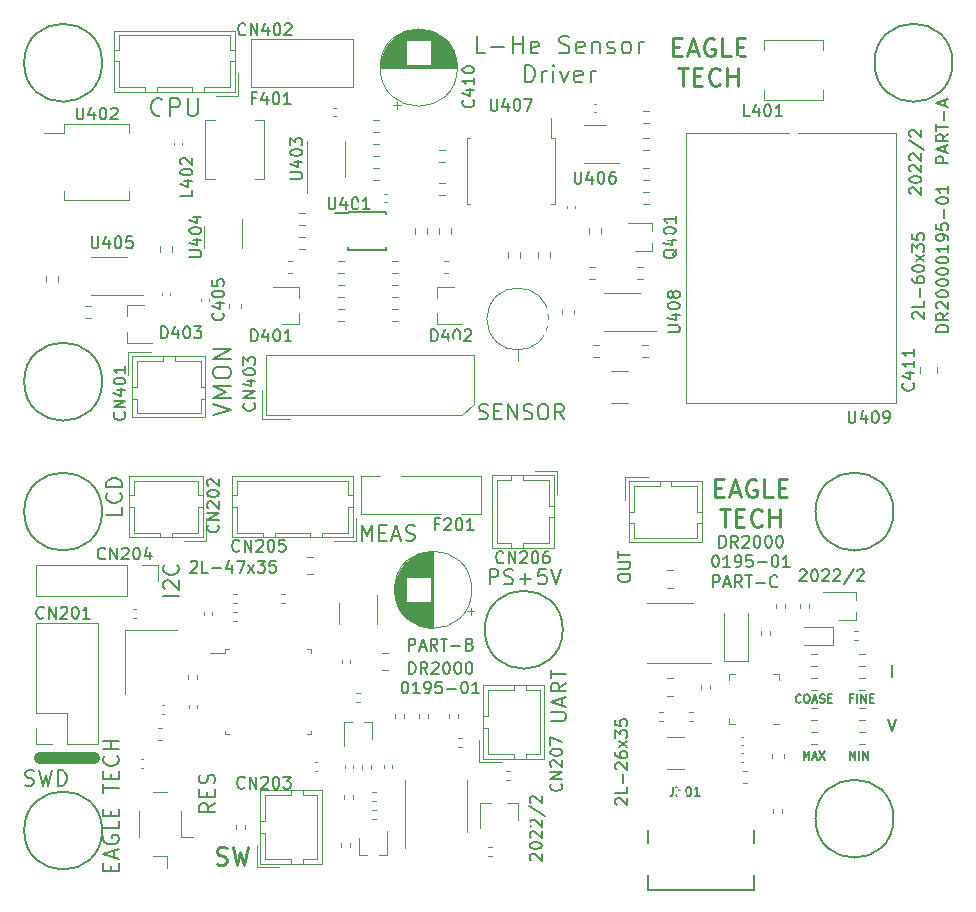
<source format=gto>
G04 #@! TF.GenerationSoftware,KiCad,Pcbnew,(5.1.10-1-10_14)*
G04 #@! TF.CreationDate,2022-03-22T14:27:17+09:00*
G04 #@! TF.ProjectId,EH-900,45482d39-3030-42e6-9b69-6361645f7063,rev?*
G04 #@! TF.SameCoordinates,PX5f5e100PY510ff40*
G04 #@! TF.FileFunction,Legend,Top*
G04 #@! TF.FilePolarity,Positive*
%FSLAX46Y46*%
G04 Gerber Fmt 4.6, Leading zero omitted, Abs format (unit mm)*
G04 Created by KiCad (PCBNEW (5.1.10-1-10_14)) date 2022-03-22 14:27:17*
%MOMM*%
%LPD*%
G01*
G04 APERTURE LIST*
%ADD10C,0.150000*%
%ADD11C,0.200000*%
%ADD12C,0.250000*%
%ADD13C,0.120000*%
%ADD14C,1.000000*%
%ADD15C,0.127000*%
%ADD16C,0.500000*%
%ADD17R,0.700000X1.150000*%
%ADD18R,0.800000X1.150000*%
%ADD19R,0.900000X1.150000*%
%ADD20O,1.000000X2.000000*%
%ADD21R,2.600000X2.600000*%
%ADD22C,3.200000*%
%ADD23R,1.500000X0.450000*%
%ADD24R,1.100000X1.400000*%
%ADD25R,1.560000X0.650000*%
%ADD26R,0.900000X0.800000*%
%ADD27O,1.700000X1.700000*%
%ADD28R,1.700000X1.700000*%
%ADD29C,1.600000*%
%ADD30R,1.600000X1.600000*%
%ADD31C,4.000000*%
%ADD32C,5.600000*%
%ADD33C,3.600000*%
%ADD34C,2.010000*%
%ADD35O,1.200000X1.650000*%
%ADD36O,1.650000X1.200000*%
%ADD37R,1.800000X2.100000*%
%ADD38R,1.800000X2.250000*%
%ADD39O,1.700000X1.850000*%
%ADD40R,0.700000X0.450000*%
%ADD41R,0.450000X0.700000*%
%ADD42R,1.100000X0.400000*%
%ADD43R,1.000000X0.800000*%
%ADD44O,2.400000X2.400000*%
%ADD45C,2.400000*%
%ADD46R,0.650000X1.560000*%
%ADD47R,0.800000X0.900000*%
%ADD48C,1.200000*%
%ADD49C,0.600000*%
%ADD50C,0.800000*%
G04 APERTURE END LIST*
D10*
X66464000Y14890000D02*
X66430666Y14856667D01*
X66330666Y14823334D01*
X66264000Y14823334D01*
X66164000Y14856667D01*
X66097333Y14923334D01*
X66064000Y14990000D01*
X66030666Y15123334D01*
X66030666Y15223334D01*
X66064000Y15356667D01*
X66097333Y15423334D01*
X66164000Y15490000D01*
X66264000Y15523334D01*
X66330666Y15523334D01*
X66430666Y15490000D01*
X66464000Y15456667D01*
X66897333Y15523334D02*
X67030666Y15523334D01*
X67097333Y15490000D01*
X67164000Y15423334D01*
X67197333Y15290000D01*
X67197333Y15056667D01*
X67164000Y14923334D01*
X67097333Y14856667D01*
X67030666Y14823334D01*
X66897333Y14823334D01*
X66830666Y14856667D01*
X66764000Y14923334D01*
X66730666Y15056667D01*
X66730666Y15290000D01*
X66764000Y15423334D01*
X66830666Y15490000D01*
X66897333Y15523334D01*
X67464000Y15023334D02*
X67797333Y15023334D01*
X67397333Y14823334D02*
X67630666Y15523334D01*
X67864000Y14823334D01*
X68064000Y14856667D02*
X68164000Y14823334D01*
X68330666Y14823334D01*
X68397333Y14856667D01*
X68430666Y14890000D01*
X68464000Y14956667D01*
X68464000Y15023334D01*
X68430666Y15090000D01*
X68397333Y15123334D01*
X68330666Y15156667D01*
X68197333Y15190000D01*
X68130666Y15223334D01*
X68097333Y15256667D01*
X68064000Y15323334D01*
X68064000Y15390000D01*
X68097333Y15456667D01*
X68130666Y15490000D01*
X68197333Y15523334D01*
X68364000Y15523334D01*
X68464000Y15490000D01*
X68764000Y15190000D02*
X68997333Y15190000D01*
X69097333Y14823334D02*
X68764000Y14823334D01*
X68764000Y15523334D01*
X69097333Y15523334D01*
X70878000Y15190000D02*
X70644666Y15190000D01*
X70644666Y14823334D02*
X70644666Y15523334D01*
X70978000Y15523334D01*
X71244666Y14823334D02*
X71244666Y15523334D01*
X71578000Y14823334D02*
X71578000Y15523334D01*
X71978000Y14823334D01*
X71978000Y15523334D01*
X72311333Y15190000D02*
X72544666Y15190000D01*
X72644666Y14823334D02*
X72311333Y14823334D01*
X72311333Y15523334D01*
X72644666Y15523334D01*
X70607333Y9997334D02*
X70607333Y10697334D01*
X70840666Y10197334D01*
X71074000Y10697334D01*
X71074000Y9997334D01*
X71407333Y9997334D02*
X71407333Y10697334D01*
X71740666Y9997334D02*
X71740666Y10697334D01*
X72140666Y9997334D01*
X72140666Y10697334D01*
X66697333Y9997334D02*
X66697333Y10697334D01*
X66930666Y10197334D01*
X67164000Y10697334D01*
X67164000Y9997334D01*
X67464000Y10197334D02*
X67797333Y10197334D01*
X67397333Y9997334D02*
X67630666Y10697334D01*
X67864000Y9997334D01*
X68030666Y10697334D02*
X68497333Y9997334D01*
X68497333Y10697334D02*
X68030666Y9997334D01*
X74168000Y16973620D02*
X74168000Y17973620D01*
X73834666Y13401620D02*
X74168000Y12401620D01*
X74501333Y13401620D01*
X33250523Y19232620D02*
X33250523Y20232620D01*
X33631476Y20232620D01*
X33726714Y20185000D01*
X33774333Y20137381D01*
X33821952Y20042143D01*
X33821952Y19899286D01*
X33774333Y19804048D01*
X33726714Y19756429D01*
X33631476Y19708810D01*
X33250523Y19708810D01*
X34202904Y19518334D02*
X34679095Y19518334D01*
X34107666Y19232620D02*
X34441000Y20232620D01*
X34774333Y19232620D01*
X35679095Y19232620D02*
X35345761Y19708810D01*
X35107666Y19232620D02*
X35107666Y20232620D01*
X35488619Y20232620D01*
X35583857Y20185000D01*
X35631476Y20137381D01*
X35679095Y20042143D01*
X35679095Y19899286D01*
X35631476Y19804048D01*
X35583857Y19756429D01*
X35488619Y19708810D01*
X35107666Y19708810D01*
X35964809Y20232620D02*
X36536238Y20232620D01*
X36250523Y19232620D02*
X36250523Y20232620D01*
X36869571Y19613572D02*
X37631476Y19613572D01*
X38441000Y19756429D02*
X38583857Y19708810D01*
X38631476Y19661191D01*
X38679095Y19565953D01*
X38679095Y19423096D01*
X38631476Y19327858D01*
X38583857Y19280239D01*
X38488619Y19232620D01*
X38107666Y19232620D01*
X38107666Y20232620D01*
X38441000Y20232620D01*
X38536238Y20185000D01*
X38583857Y20137381D01*
X38631476Y20042143D01*
X38631476Y19946905D01*
X38583857Y19851667D01*
X38536238Y19804048D01*
X38441000Y19756429D01*
X38107666Y19756429D01*
X59031523Y24593620D02*
X59031523Y25593620D01*
X59412476Y25593620D01*
X59507714Y25546000D01*
X59555333Y25498381D01*
X59602952Y25403143D01*
X59602952Y25260286D01*
X59555333Y25165048D01*
X59507714Y25117429D01*
X59412476Y25069810D01*
X59031523Y25069810D01*
X59983904Y24879334D02*
X60460095Y24879334D01*
X59888666Y24593620D02*
X60222000Y25593620D01*
X60555333Y24593620D01*
X61460095Y24593620D02*
X61126761Y25069810D01*
X60888666Y24593620D02*
X60888666Y25593620D01*
X61269619Y25593620D01*
X61364857Y25546000D01*
X61412476Y25498381D01*
X61460095Y25403143D01*
X61460095Y25260286D01*
X61412476Y25165048D01*
X61364857Y25117429D01*
X61269619Y25069810D01*
X60888666Y25069810D01*
X61745809Y25593620D02*
X62317238Y25593620D01*
X62031523Y24593620D02*
X62031523Y25593620D01*
X62650571Y24974572D02*
X63412476Y24974572D01*
X64460095Y24688858D02*
X64412476Y24641239D01*
X64269619Y24593620D01*
X64174380Y24593620D01*
X64031523Y24641239D01*
X63936285Y24736477D01*
X63888666Y24831715D01*
X63841047Y25022191D01*
X63841047Y25165048D01*
X63888666Y25355524D01*
X63936285Y25450762D01*
X64031523Y25546000D01*
X64174380Y25593620D01*
X64269619Y25593620D01*
X64412476Y25546000D01*
X64460095Y25498381D01*
X14795952Y26741381D02*
X14843571Y26789000D01*
X14938809Y26836620D01*
X15176904Y26836620D01*
X15272142Y26789000D01*
X15319761Y26741381D01*
X15367380Y26646143D01*
X15367380Y26550905D01*
X15319761Y26408048D01*
X14748333Y25836620D01*
X15367380Y25836620D01*
X16272142Y25836620D02*
X15795952Y25836620D01*
X15795952Y26836620D01*
X16605476Y26217572D02*
X17367380Y26217572D01*
X18272142Y26503286D02*
X18272142Y25836620D01*
X18034047Y26884239D02*
X17795952Y26169953D01*
X18415000Y26169953D01*
X18700714Y26836620D02*
X19367380Y26836620D01*
X18938809Y25836620D01*
X19653095Y25836620D02*
X20176904Y26503286D01*
X19653095Y26503286D02*
X20176904Y25836620D01*
X20462619Y26836620D02*
X21081666Y26836620D01*
X20748333Y26455667D01*
X20891190Y26455667D01*
X20986428Y26408048D01*
X21034047Y26360429D01*
X21081666Y26265191D01*
X21081666Y26027096D01*
X21034047Y25931858D01*
X20986428Y25884239D01*
X20891190Y25836620D01*
X20605476Y25836620D01*
X20510238Y25884239D01*
X20462619Y25931858D01*
X21986428Y26836620D02*
X21510238Y26836620D01*
X21462619Y26360429D01*
X21510238Y26408048D01*
X21605476Y26455667D01*
X21843571Y26455667D01*
X21938809Y26408048D01*
X21986428Y26360429D01*
X22034047Y26265191D01*
X22034047Y26027096D01*
X21986428Y25931858D01*
X21938809Y25884239D01*
X21843571Y25836620D01*
X21605476Y25836620D01*
X21510238Y25884239D01*
X21462619Y25931858D01*
X33274333Y17263620D02*
X33274333Y18263620D01*
X33512428Y18263620D01*
X33655285Y18216000D01*
X33750523Y18120762D01*
X33798142Y18025524D01*
X33845761Y17835048D01*
X33845761Y17692191D01*
X33798142Y17501715D01*
X33750523Y17406477D01*
X33655285Y17311239D01*
X33512428Y17263620D01*
X33274333Y17263620D01*
X34845761Y17263620D02*
X34512428Y17739810D01*
X34274333Y17263620D02*
X34274333Y18263620D01*
X34655285Y18263620D01*
X34750523Y18216000D01*
X34798142Y18168381D01*
X34845761Y18073143D01*
X34845761Y17930286D01*
X34798142Y17835048D01*
X34750523Y17787429D01*
X34655285Y17739810D01*
X34274333Y17739810D01*
X35226714Y18168381D02*
X35274333Y18216000D01*
X35369571Y18263620D01*
X35607666Y18263620D01*
X35702904Y18216000D01*
X35750523Y18168381D01*
X35798142Y18073143D01*
X35798142Y17977905D01*
X35750523Y17835048D01*
X35179095Y17263620D01*
X35798142Y17263620D01*
X36417190Y18263620D02*
X36512428Y18263620D01*
X36607666Y18216000D01*
X36655285Y18168381D01*
X36702904Y18073143D01*
X36750523Y17882667D01*
X36750523Y17644572D01*
X36702904Y17454096D01*
X36655285Y17358858D01*
X36607666Y17311239D01*
X36512428Y17263620D01*
X36417190Y17263620D01*
X36321952Y17311239D01*
X36274333Y17358858D01*
X36226714Y17454096D01*
X36179095Y17644572D01*
X36179095Y17882667D01*
X36226714Y18073143D01*
X36274333Y18168381D01*
X36321952Y18216000D01*
X36417190Y18263620D01*
X37369571Y18263620D02*
X37464809Y18263620D01*
X37560047Y18216000D01*
X37607666Y18168381D01*
X37655285Y18073143D01*
X37702904Y17882667D01*
X37702904Y17644572D01*
X37655285Y17454096D01*
X37607666Y17358858D01*
X37560047Y17311239D01*
X37464809Y17263620D01*
X37369571Y17263620D01*
X37274333Y17311239D01*
X37226714Y17358858D01*
X37179095Y17454096D01*
X37131476Y17644572D01*
X37131476Y17882667D01*
X37179095Y18073143D01*
X37226714Y18168381D01*
X37274333Y18216000D01*
X37369571Y18263620D01*
X38321952Y18263620D02*
X38417190Y18263620D01*
X38512428Y18216000D01*
X38560047Y18168381D01*
X38607666Y18073143D01*
X38655285Y17882667D01*
X38655285Y17644572D01*
X38607666Y17454096D01*
X38560047Y17358858D01*
X38512428Y17311239D01*
X38417190Y17263620D01*
X38321952Y17263620D01*
X38226714Y17311239D01*
X38179095Y17358858D01*
X38131476Y17454096D01*
X38083857Y17644572D01*
X38083857Y17882667D01*
X38131476Y18073143D01*
X38179095Y18168381D01*
X38226714Y18216000D01*
X38321952Y18263620D01*
X32893380Y16613620D02*
X32988619Y16613620D01*
X33083857Y16566000D01*
X33131476Y16518381D01*
X33179095Y16423143D01*
X33226714Y16232667D01*
X33226714Y15994572D01*
X33179095Y15804096D01*
X33131476Y15708858D01*
X33083857Y15661239D01*
X32988619Y15613620D01*
X32893380Y15613620D01*
X32798142Y15661239D01*
X32750523Y15708858D01*
X32702904Y15804096D01*
X32655285Y15994572D01*
X32655285Y16232667D01*
X32702904Y16423143D01*
X32750523Y16518381D01*
X32798142Y16566000D01*
X32893380Y16613620D01*
X34179095Y15613620D02*
X33607666Y15613620D01*
X33893380Y15613620D02*
X33893380Y16613620D01*
X33798142Y16470762D01*
X33702904Y16375524D01*
X33607666Y16327905D01*
X34655285Y15613620D02*
X34845761Y15613620D01*
X34941000Y15661239D01*
X34988619Y15708858D01*
X35083857Y15851715D01*
X35131476Y16042191D01*
X35131476Y16423143D01*
X35083857Y16518381D01*
X35036238Y16566000D01*
X34941000Y16613620D01*
X34750523Y16613620D01*
X34655285Y16566000D01*
X34607666Y16518381D01*
X34560047Y16423143D01*
X34560047Y16185048D01*
X34607666Y16089810D01*
X34655285Y16042191D01*
X34750523Y15994572D01*
X34941000Y15994572D01*
X35036238Y16042191D01*
X35083857Y16089810D01*
X35131476Y16185048D01*
X36036238Y16613620D02*
X35560047Y16613620D01*
X35512428Y16137429D01*
X35560047Y16185048D01*
X35655285Y16232667D01*
X35893380Y16232667D01*
X35988619Y16185048D01*
X36036238Y16137429D01*
X36083857Y16042191D01*
X36083857Y15804096D01*
X36036238Y15708858D01*
X35988619Y15661239D01*
X35893380Y15613620D01*
X35655285Y15613620D01*
X35560047Y15661239D01*
X35512428Y15708858D01*
X36512428Y15994572D02*
X37274333Y15994572D01*
X37941000Y16613620D02*
X38036238Y16613620D01*
X38131476Y16566000D01*
X38179095Y16518381D01*
X38226714Y16423143D01*
X38274333Y16232667D01*
X38274333Y15994572D01*
X38226714Y15804096D01*
X38179095Y15708858D01*
X38131476Y15661239D01*
X38036238Y15613620D01*
X37941000Y15613620D01*
X37845761Y15661239D01*
X37798142Y15708858D01*
X37750523Y15804096D01*
X37702904Y15994572D01*
X37702904Y16232667D01*
X37750523Y16423143D01*
X37798142Y16518381D01*
X37845761Y16566000D01*
X37941000Y16613620D01*
X39226714Y15613620D02*
X38655285Y15613620D01*
X38941000Y15613620D02*
X38941000Y16613620D01*
X38845761Y16470762D01*
X38750523Y16375524D01*
X38655285Y16327905D01*
D11*
X45288095Y13293191D02*
X46340476Y13293191D01*
X46464285Y13355096D01*
X46526190Y13417000D01*
X46588095Y13540810D01*
X46588095Y13788429D01*
X46526190Y13912239D01*
X46464285Y13974143D01*
X46340476Y14036048D01*
X45288095Y14036048D01*
X46216666Y14593191D02*
X46216666Y15212239D01*
X46588095Y14469381D02*
X45288095Y14902715D01*
X46588095Y15336048D01*
X46588095Y16512239D02*
X45969047Y16078905D01*
X46588095Y15769381D02*
X45288095Y15769381D01*
X45288095Y16264620D01*
X45350000Y16388429D01*
X45411904Y16450334D01*
X45535714Y16512239D01*
X45721428Y16512239D01*
X45845238Y16450334D01*
X45907142Y16388429D01*
X45969047Y16264620D01*
X45969047Y15769381D01*
X45288095Y16883667D02*
X45288095Y17626524D01*
X46588095Y17255096D02*
X45288095Y17255096D01*
X40112523Y24838905D02*
X40112523Y26138905D01*
X40607761Y26138905D01*
X40731571Y26077000D01*
X40793476Y26015096D01*
X40855380Y25891286D01*
X40855380Y25705572D01*
X40793476Y25581762D01*
X40731571Y25519858D01*
X40607761Y25457953D01*
X40112523Y25457953D01*
X41350619Y24900810D02*
X41536333Y24838905D01*
X41845857Y24838905D01*
X41969666Y24900810D01*
X42031571Y24962715D01*
X42093476Y25086524D01*
X42093476Y25210334D01*
X42031571Y25334143D01*
X41969666Y25396048D01*
X41845857Y25457953D01*
X41598238Y25519858D01*
X41474428Y25581762D01*
X41412523Y25643667D01*
X41350619Y25767477D01*
X41350619Y25891286D01*
X41412523Y26015096D01*
X41474428Y26077000D01*
X41598238Y26138905D01*
X41907761Y26138905D01*
X42093476Y26077000D01*
X42650619Y25334143D02*
X43641095Y25334143D01*
X43145857Y24838905D02*
X43145857Y25829381D01*
X44879190Y26138905D02*
X44260142Y26138905D01*
X44198238Y25519858D01*
X44260142Y25581762D01*
X44383952Y25643667D01*
X44693476Y25643667D01*
X44817285Y25581762D01*
X44879190Y25519858D01*
X44941095Y25396048D01*
X44941095Y25086524D01*
X44879190Y24962715D01*
X44817285Y24900810D01*
X44693476Y24838905D01*
X44383952Y24838905D01*
X44260142Y24900810D01*
X44198238Y24962715D01*
X45312523Y26138905D02*
X45745857Y24838905D01*
X46179190Y26138905D01*
D12*
X59230000Y33007143D02*
X59730000Y33007143D01*
X59944285Y32221429D02*
X59230000Y32221429D01*
X59230000Y33721429D01*
X59944285Y33721429D01*
X60515714Y32650000D02*
X61230000Y32650000D01*
X60372857Y32221429D02*
X60872857Y33721429D01*
X61372857Y32221429D01*
X62658571Y33650000D02*
X62515714Y33721429D01*
X62301428Y33721429D01*
X62087142Y33650000D01*
X61944285Y33507143D01*
X61872857Y33364286D01*
X61801428Y33078572D01*
X61801428Y32864286D01*
X61872857Y32578572D01*
X61944285Y32435715D01*
X62087142Y32292858D01*
X62301428Y32221429D01*
X62444285Y32221429D01*
X62658571Y32292858D01*
X62730000Y32364286D01*
X62730000Y32864286D01*
X62444285Y32864286D01*
X64087142Y32221429D02*
X63372857Y32221429D01*
X63372857Y33721429D01*
X64587142Y33007143D02*
X65087142Y33007143D01*
X65301428Y32221429D02*
X64587142Y32221429D01*
X64587142Y33721429D01*
X65301428Y33721429D01*
X59587142Y31221429D02*
X60444285Y31221429D01*
X60015714Y29721429D02*
X60015714Y31221429D01*
X60944285Y30507143D02*
X61444285Y30507143D01*
X61658571Y29721429D02*
X60944285Y29721429D01*
X60944285Y31221429D01*
X61658571Y31221429D01*
X63158571Y29864286D02*
X63087142Y29792858D01*
X62872857Y29721429D01*
X62730000Y29721429D01*
X62515714Y29792858D01*
X62372857Y29935715D01*
X62301428Y30078572D01*
X62230000Y30364286D01*
X62230000Y30578572D01*
X62301428Y30864286D01*
X62372857Y31007143D01*
X62515714Y31150000D01*
X62730000Y31221429D01*
X62872857Y31221429D01*
X63087142Y31150000D01*
X63158571Y31078572D01*
X63801428Y29721429D02*
X63801428Y31221429D01*
X63801428Y30507143D02*
X64658571Y30507143D01*
X64658571Y29721429D02*
X64658571Y31221429D01*
D11*
X39209523Y38873810D02*
X39395238Y38811905D01*
X39704761Y38811905D01*
X39828571Y38873810D01*
X39890476Y38935715D01*
X39952380Y39059524D01*
X39952380Y39183334D01*
X39890476Y39307143D01*
X39828571Y39369048D01*
X39704761Y39430953D01*
X39457142Y39492858D01*
X39333333Y39554762D01*
X39271428Y39616667D01*
X39209523Y39740477D01*
X39209523Y39864286D01*
X39271428Y39988096D01*
X39333333Y40050000D01*
X39457142Y40111905D01*
X39766666Y40111905D01*
X39952380Y40050000D01*
X40509523Y39492858D02*
X40942857Y39492858D01*
X41128571Y38811905D02*
X40509523Y38811905D01*
X40509523Y40111905D01*
X41128571Y40111905D01*
X41685714Y38811905D02*
X41685714Y40111905D01*
X42428571Y38811905D01*
X42428571Y40111905D01*
X42985714Y38873810D02*
X43171428Y38811905D01*
X43480952Y38811905D01*
X43604761Y38873810D01*
X43666666Y38935715D01*
X43728571Y39059524D01*
X43728571Y39183334D01*
X43666666Y39307143D01*
X43604761Y39369048D01*
X43480952Y39430953D01*
X43233333Y39492858D01*
X43109523Y39554762D01*
X43047619Y39616667D01*
X42985714Y39740477D01*
X42985714Y39864286D01*
X43047619Y39988096D01*
X43109523Y40050000D01*
X43233333Y40111905D01*
X43542857Y40111905D01*
X43728571Y40050000D01*
X44533333Y40111905D02*
X44780952Y40111905D01*
X44904761Y40050000D01*
X45028571Y39926191D01*
X45090476Y39678572D01*
X45090476Y39245239D01*
X45028571Y38997620D01*
X44904761Y38873810D01*
X44780952Y38811905D01*
X44533333Y38811905D01*
X44409523Y38873810D01*
X44285714Y38997620D01*
X44223809Y39245239D01*
X44223809Y39678572D01*
X44285714Y39926191D01*
X44409523Y40050000D01*
X44533333Y40111905D01*
X46390476Y38811905D02*
X45957142Y39430953D01*
X45647619Y38811905D02*
X45647619Y40111905D01*
X46142857Y40111905D01*
X46266666Y40050000D01*
X46328571Y39988096D01*
X46390476Y39864286D01*
X46390476Y39678572D01*
X46328571Y39554762D01*
X46266666Y39492858D01*
X46142857Y39430953D01*
X45647619Y39430953D01*
X12390571Y64642286D02*
X12319142Y64570858D01*
X12104857Y64499429D01*
X11962000Y64499429D01*
X11747714Y64570858D01*
X11604857Y64713715D01*
X11533428Y64856572D01*
X11462000Y65142286D01*
X11462000Y65356572D01*
X11533428Y65642286D01*
X11604857Y65785143D01*
X11747714Y65928000D01*
X11962000Y65999429D01*
X12104857Y65999429D01*
X12319142Y65928000D01*
X12390571Y65856572D01*
X13033428Y64499429D02*
X13033428Y65999429D01*
X13604857Y65999429D01*
X13747714Y65928000D01*
X13819142Y65856572D01*
X13890571Y65713715D01*
X13890571Y65499429D01*
X13819142Y65356572D01*
X13747714Y65285143D01*
X13604857Y65213715D01*
X13033428Y65213715D01*
X14533428Y65999429D02*
X14533428Y64785143D01*
X14604857Y64642286D01*
X14676285Y64570858D01*
X14819142Y64499429D01*
X15104857Y64499429D01*
X15247714Y64570858D01*
X15319142Y64642286D01*
X15390571Y64785143D01*
X15390571Y65999429D01*
X39724000Y69788429D02*
X39009714Y69788429D01*
X39009714Y71288429D01*
X40224000Y70359858D02*
X41366857Y70359858D01*
X42081142Y69788429D02*
X42081142Y71288429D01*
X42081142Y70574143D02*
X42938285Y70574143D01*
X42938285Y69788429D02*
X42938285Y71288429D01*
X44224000Y69859858D02*
X44081142Y69788429D01*
X43795428Y69788429D01*
X43652571Y69859858D01*
X43581142Y70002715D01*
X43581142Y70574143D01*
X43652571Y70717000D01*
X43795428Y70788429D01*
X44081142Y70788429D01*
X44224000Y70717000D01*
X44295428Y70574143D01*
X44295428Y70431286D01*
X43581142Y70288429D01*
X46009714Y69859858D02*
X46224000Y69788429D01*
X46581142Y69788429D01*
X46724000Y69859858D01*
X46795428Y69931286D01*
X46866857Y70074143D01*
X46866857Y70217000D01*
X46795428Y70359858D01*
X46724000Y70431286D01*
X46581142Y70502715D01*
X46295428Y70574143D01*
X46152571Y70645572D01*
X46081142Y70717000D01*
X46009714Y70859858D01*
X46009714Y71002715D01*
X46081142Y71145572D01*
X46152571Y71217000D01*
X46295428Y71288429D01*
X46652571Y71288429D01*
X46866857Y71217000D01*
X48081142Y69859858D02*
X47938285Y69788429D01*
X47652571Y69788429D01*
X47509714Y69859858D01*
X47438285Y70002715D01*
X47438285Y70574143D01*
X47509714Y70717000D01*
X47652571Y70788429D01*
X47938285Y70788429D01*
X48081142Y70717000D01*
X48152571Y70574143D01*
X48152571Y70431286D01*
X47438285Y70288429D01*
X48795428Y70788429D02*
X48795428Y69788429D01*
X48795428Y70645572D02*
X48866857Y70717000D01*
X49009714Y70788429D01*
X49224000Y70788429D01*
X49366857Y70717000D01*
X49438285Y70574143D01*
X49438285Y69788429D01*
X50081142Y69859858D02*
X50224000Y69788429D01*
X50509714Y69788429D01*
X50652571Y69859858D01*
X50724000Y70002715D01*
X50724000Y70074143D01*
X50652571Y70217000D01*
X50509714Y70288429D01*
X50295428Y70288429D01*
X50152571Y70359858D01*
X50081142Y70502715D01*
X50081142Y70574143D01*
X50152571Y70717000D01*
X50295428Y70788429D01*
X50509714Y70788429D01*
X50652571Y70717000D01*
X51581142Y69788429D02*
X51438285Y69859858D01*
X51366857Y69931286D01*
X51295428Y70074143D01*
X51295428Y70502715D01*
X51366857Y70645572D01*
X51438285Y70717000D01*
X51581142Y70788429D01*
X51795428Y70788429D01*
X51938285Y70717000D01*
X52009714Y70645572D01*
X52081142Y70502715D01*
X52081142Y70074143D01*
X52009714Y69931286D01*
X51938285Y69859858D01*
X51795428Y69788429D01*
X51581142Y69788429D01*
X52724000Y69788429D02*
X52724000Y70788429D01*
X52724000Y70502715D02*
X52795428Y70645572D01*
X52866857Y70717000D01*
X53009714Y70788429D01*
X53152571Y70788429D01*
X43081142Y67338429D02*
X43081142Y68838429D01*
X43438285Y68838429D01*
X43652571Y68767000D01*
X43795428Y68624143D01*
X43866857Y68481286D01*
X43938285Y68195572D01*
X43938285Y67981286D01*
X43866857Y67695572D01*
X43795428Y67552715D01*
X43652571Y67409858D01*
X43438285Y67338429D01*
X43081142Y67338429D01*
X44581142Y67338429D02*
X44581142Y68338429D01*
X44581142Y68052715D02*
X44652571Y68195572D01*
X44724000Y68267000D01*
X44866857Y68338429D01*
X45009714Y68338429D01*
X45509714Y67338429D02*
X45509714Y68338429D01*
X45509714Y68838429D02*
X45438285Y68767000D01*
X45509714Y68695572D01*
X45581142Y68767000D01*
X45509714Y68838429D01*
X45509714Y68695572D01*
X46081142Y68338429D02*
X46438285Y67338429D01*
X46795428Y68338429D01*
X47938285Y67409858D02*
X47795428Y67338429D01*
X47509714Y67338429D01*
X47366857Y67409858D01*
X47295428Y67552715D01*
X47295428Y68124143D01*
X47366857Y68267000D01*
X47509714Y68338429D01*
X47795428Y68338429D01*
X47938285Y68267000D01*
X48009714Y68124143D01*
X48009714Y67981286D01*
X47295428Y67838429D01*
X48652571Y67338429D02*
X48652571Y68338429D01*
X48652571Y68052715D02*
X48724000Y68195572D01*
X48795428Y68267000D01*
X48938285Y68338429D01*
X49081142Y68338429D01*
X51014380Y25316000D02*
X51014380Y25506477D01*
X51062000Y25601715D01*
X51157238Y25696953D01*
X51347714Y25744572D01*
X51681047Y25744572D01*
X51871523Y25696953D01*
X51966761Y25601715D01*
X52014380Y25506477D01*
X52014380Y25316000D01*
X51966761Y25220762D01*
X51871523Y25125524D01*
X51681047Y25077905D01*
X51347714Y25077905D01*
X51157238Y25125524D01*
X51062000Y25220762D01*
X51014380Y25316000D01*
X51014380Y26173143D02*
X51823904Y26173143D01*
X51919142Y26220762D01*
X51966761Y26268381D01*
X52014380Y26363620D01*
X52014380Y26554096D01*
X51966761Y26649334D01*
X51919142Y26696953D01*
X51823904Y26744572D01*
X51014380Y26744572D01*
X51014380Y27077905D02*
X51014380Y27649334D01*
X52014380Y27363620D02*
X51014380Y27363620D01*
X16704571Y39135429D02*
X18204571Y39635429D01*
X16704571Y40135429D01*
X18204571Y40635429D02*
X16704571Y40635429D01*
X17776000Y41135429D01*
X16704571Y41635429D01*
X18204571Y41635429D01*
X16704571Y42635429D02*
X16704571Y42921143D01*
X16776000Y43064000D01*
X16918857Y43206858D01*
X17204571Y43278286D01*
X17704571Y43278286D01*
X17990285Y43206858D01*
X18133142Y43064000D01*
X18204571Y42921143D01*
X18204571Y42635429D01*
X18133142Y42492572D01*
X17990285Y42349715D01*
X17704571Y42278286D01*
X17204571Y42278286D01*
X16918857Y42349715D01*
X16776000Y42492572D01*
X16704571Y42635429D01*
X18204571Y43921143D02*
X16704571Y43921143D01*
X18204571Y44778286D01*
X16704571Y44778286D01*
D10*
X78938380Y46245096D02*
X77938380Y46245096D01*
X77938380Y46483191D01*
X77986000Y46626048D01*
X78081238Y46721286D01*
X78176476Y46768905D01*
X78366952Y46816524D01*
X78509809Y46816524D01*
X78700285Y46768905D01*
X78795523Y46721286D01*
X78890761Y46626048D01*
X78938380Y46483191D01*
X78938380Y46245096D01*
X78938380Y47816524D02*
X78462190Y47483191D01*
X78938380Y47245096D02*
X77938380Y47245096D01*
X77938380Y47626048D01*
X77986000Y47721286D01*
X78033619Y47768905D01*
X78128857Y47816524D01*
X78271714Y47816524D01*
X78366952Y47768905D01*
X78414571Y47721286D01*
X78462190Y47626048D01*
X78462190Y47245096D01*
X78033619Y48197477D02*
X77986000Y48245096D01*
X77938380Y48340334D01*
X77938380Y48578429D01*
X77986000Y48673667D01*
X78033619Y48721286D01*
X78128857Y48768905D01*
X78224095Y48768905D01*
X78366952Y48721286D01*
X78938380Y48149858D01*
X78938380Y48768905D01*
X77938380Y49387953D02*
X77938380Y49483191D01*
X77986000Y49578429D01*
X78033619Y49626048D01*
X78128857Y49673667D01*
X78319333Y49721286D01*
X78557428Y49721286D01*
X78747904Y49673667D01*
X78843142Y49626048D01*
X78890761Y49578429D01*
X78938380Y49483191D01*
X78938380Y49387953D01*
X78890761Y49292715D01*
X78843142Y49245096D01*
X78747904Y49197477D01*
X78557428Y49149858D01*
X78319333Y49149858D01*
X78128857Y49197477D01*
X78033619Y49245096D01*
X77986000Y49292715D01*
X77938380Y49387953D01*
X77938380Y50340334D02*
X77938380Y50435572D01*
X77986000Y50530810D01*
X78033619Y50578429D01*
X78128857Y50626048D01*
X78319333Y50673667D01*
X78557428Y50673667D01*
X78747904Y50626048D01*
X78843142Y50578429D01*
X78890761Y50530810D01*
X78938380Y50435572D01*
X78938380Y50340334D01*
X78890761Y50245096D01*
X78843142Y50197477D01*
X78747904Y50149858D01*
X78557428Y50102239D01*
X78319333Y50102239D01*
X78128857Y50149858D01*
X78033619Y50197477D01*
X77986000Y50245096D01*
X77938380Y50340334D01*
X77938380Y51292715D02*
X77938380Y51387953D01*
X77986000Y51483191D01*
X78033619Y51530810D01*
X78128857Y51578429D01*
X78319333Y51626048D01*
X78557428Y51626048D01*
X78747904Y51578429D01*
X78843142Y51530810D01*
X78890761Y51483191D01*
X78938380Y51387953D01*
X78938380Y51292715D01*
X78890761Y51197477D01*
X78843142Y51149858D01*
X78747904Y51102239D01*
X78557428Y51054620D01*
X78319333Y51054620D01*
X78128857Y51102239D01*
X78033619Y51149858D01*
X77986000Y51197477D01*
X77938380Y51292715D01*
X77938380Y52245096D02*
X77938380Y52340334D01*
X77986000Y52435572D01*
X78033619Y52483191D01*
X78128857Y52530810D01*
X78319333Y52578429D01*
X78557428Y52578429D01*
X78747904Y52530810D01*
X78843142Y52483191D01*
X78890761Y52435572D01*
X78938380Y52340334D01*
X78938380Y52245096D01*
X78890761Y52149858D01*
X78843142Y52102239D01*
X78747904Y52054620D01*
X78557428Y52007000D01*
X78319333Y52007000D01*
X78128857Y52054620D01*
X78033619Y52102239D01*
X77986000Y52149858D01*
X77938380Y52245096D01*
X78938380Y53530810D02*
X78938380Y52959381D01*
X78938380Y53245096D02*
X77938380Y53245096D01*
X78081238Y53149858D01*
X78176476Y53054620D01*
X78224095Y52959381D01*
X78938380Y54007000D02*
X78938380Y54197477D01*
X78890761Y54292715D01*
X78843142Y54340334D01*
X78700285Y54435572D01*
X78509809Y54483191D01*
X78128857Y54483191D01*
X78033619Y54435572D01*
X77986000Y54387953D01*
X77938380Y54292715D01*
X77938380Y54102239D01*
X77986000Y54007000D01*
X78033619Y53959381D01*
X78128857Y53911762D01*
X78366952Y53911762D01*
X78462190Y53959381D01*
X78509809Y54007000D01*
X78557428Y54102239D01*
X78557428Y54292715D01*
X78509809Y54387953D01*
X78462190Y54435572D01*
X78366952Y54483191D01*
X77938380Y55387953D02*
X77938380Y54911762D01*
X78414571Y54864143D01*
X78366952Y54911762D01*
X78319333Y55007000D01*
X78319333Y55245096D01*
X78366952Y55340334D01*
X78414571Y55387953D01*
X78509809Y55435572D01*
X78747904Y55435572D01*
X78843142Y55387953D01*
X78890761Y55340334D01*
X78938380Y55245096D01*
X78938380Y55007000D01*
X78890761Y54911762D01*
X78843142Y54864143D01*
X78557428Y55864143D02*
X78557428Y56626048D01*
X77938380Y57292715D02*
X77938380Y57387953D01*
X77986000Y57483191D01*
X78033619Y57530810D01*
X78128857Y57578429D01*
X78319333Y57626048D01*
X78557428Y57626048D01*
X78747904Y57578429D01*
X78843142Y57530810D01*
X78890761Y57483191D01*
X78938380Y57387953D01*
X78938380Y57292715D01*
X78890761Y57197477D01*
X78843142Y57149858D01*
X78747904Y57102239D01*
X78557428Y57054620D01*
X78319333Y57054620D01*
X78128857Y57102239D01*
X78033619Y57149858D01*
X77986000Y57197477D01*
X77938380Y57292715D01*
X78938380Y58578429D02*
X78938380Y58007000D01*
X78938380Y58292715D02*
X77938380Y58292715D01*
X78081238Y58197477D01*
X78176476Y58102239D01*
X78224095Y58007000D01*
X78938380Y60530810D02*
X77938380Y60530810D01*
X77938380Y60911762D01*
X77986000Y61007000D01*
X78033619Y61054620D01*
X78128857Y61102239D01*
X78271714Y61102239D01*
X78366952Y61054620D01*
X78414571Y61007000D01*
X78462190Y60911762D01*
X78462190Y60530810D01*
X78652666Y61483191D02*
X78652666Y61959381D01*
X78938380Y61387953D02*
X77938380Y61721286D01*
X78938380Y62054620D01*
X78938380Y62959381D02*
X78462190Y62626048D01*
X78938380Y62387953D02*
X77938380Y62387953D01*
X77938380Y62768905D01*
X77986000Y62864143D01*
X78033619Y62911762D01*
X78128857Y62959381D01*
X78271714Y62959381D01*
X78366952Y62911762D01*
X78414571Y62864143D01*
X78462190Y62768905D01*
X78462190Y62387953D01*
X77938380Y63245096D02*
X77938380Y63816524D01*
X78938380Y63530810D02*
X77938380Y63530810D01*
X78557428Y64149858D02*
X78557428Y64911762D01*
X78652666Y65340334D02*
X78652666Y65816524D01*
X78938380Y65245096D02*
X77938380Y65578429D01*
X78938380Y65911762D01*
X76001619Y47334953D02*
X75954000Y47382572D01*
X75906380Y47477810D01*
X75906380Y47715905D01*
X75954000Y47811143D01*
X76001619Y47858762D01*
X76096857Y47906381D01*
X76192095Y47906381D01*
X76334952Y47858762D01*
X76906380Y47287334D01*
X76906380Y47906381D01*
X76906380Y48811143D02*
X76906380Y48334953D01*
X75906380Y48334953D01*
X76525428Y49144477D02*
X76525428Y49906381D01*
X75906380Y50811143D02*
X75906380Y50620667D01*
X75954000Y50525429D01*
X76001619Y50477810D01*
X76144476Y50382572D01*
X76334952Y50334953D01*
X76715904Y50334953D01*
X76811142Y50382572D01*
X76858761Y50430191D01*
X76906380Y50525429D01*
X76906380Y50715905D01*
X76858761Y50811143D01*
X76811142Y50858762D01*
X76715904Y50906381D01*
X76477809Y50906381D01*
X76382571Y50858762D01*
X76334952Y50811143D01*
X76287333Y50715905D01*
X76287333Y50525429D01*
X76334952Y50430191D01*
X76382571Y50382572D01*
X76477809Y50334953D01*
X75906380Y51525429D02*
X75906380Y51620667D01*
X75954000Y51715905D01*
X76001619Y51763524D01*
X76096857Y51811143D01*
X76287333Y51858762D01*
X76525428Y51858762D01*
X76715904Y51811143D01*
X76811142Y51763524D01*
X76858761Y51715905D01*
X76906380Y51620667D01*
X76906380Y51525429D01*
X76858761Y51430191D01*
X76811142Y51382572D01*
X76715904Y51334953D01*
X76525428Y51287334D01*
X76287333Y51287334D01*
X76096857Y51334953D01*
X76001619Y51382572D01*
X75954000Y51430191D01*
X75906380Y51525429D01*
X76906380Y52192096D02*
X76239714Y52715905D01*
X76239714Y52192096D02*
X76906380Y52715905D01*
X75906380Y53001620D02*
X75906380Y53620667D01*
X76287333Y53287334D01*
X76287333Y53430191D01*
X76334952Y53525429D01*
X76382571Y53573048D01*
X76477809Y53620667D01*
X76715904Y53620667D01*
X76811142Y53573048D01*
X76858761Y53525429D01*
X76906380Y53430191D01*
X76906380Y53144477D01*
X76858761Y53049239D01*
X76811142Y53001620D01*
X75906380Y54525429D02*
X75906380Y54049239D01*
X76382571Y54001620D01*
X76334952Y54049239D01*
X76287333Y54144477D01*
X76287333Y54382572D01*
X76334952Y54477810D01*
X76382571Y54525429D01*
X76477809Y54573048D01*
X76715904Y54573048D01*
X76811142Y54525429D01*
X76858761Y54477810D01*
X76906380Y54382572D01*
X76906380Y54144477D01*
X76858761Y54049239D01*
X76811142Y54001620D01*
X75747619Y57891715D02*
X75700000Y57939334D01*
X75652380Y58034572D01*
X75652380Y58272667D01*
X75700000Y58367905D01*
X75747619Y58415524D01*
X75842857Y58463143D01*
X75938095Y58463143D01*
X76080952Y58415524D01*
X76652380Y57844096D01*
X76652380Y58463143D01*
X75652380Y59082191D02*
X75652380Y59177429D01*
X75700000Y59272667D01*
X75747619Y59320286D01*
X75842857Y59367905D01*
X76033333Y59415524D01*
X76271428Y59415524D01*
X76461904Y59367905D01*
X76557142Y59320286D01*
X76604761Y59272667D01*
X76652380Y59177429D01*
X76652380Y59082191D01*
X76604761Y58986953D01*
X76557142Y58939334D01*
X76461904Y58891715D01*
X76271428Y58844096D01*
X76033333Y58844096D01*
X75842857Y58891715D01*
X75747619Y58939334D01*
X75700000Y58986953D01*
X75652380Y59082191D01*
X75747619Y59796477D02*
X75700000Y59844096D01*
X75652380Y59939334D01*
X75652380Y60177429D01*
X75700000Y60272667D01*
X75747619Y60320286D01*
X75842857Y60367905D01*
X75938095Y60367905D01*
X76080952Y60320286D01*
X76652380Y59748858D01*
X76652380Y60367905D01*
X75747619Y60748858D02*
X75700000Y60796477D01*
X75652380Y60891715D01*
X75652380Y61129810D01*
X75700000Y61225048D01*
X75747619Y61272667D01*
X75842857Y61320286D01*
X75938095Y61320286D01*
X76080952Y61272667D01*
X76652380Y60701239D01*
X76652380Y61320286D01*
X75604761Y62463143D02*
X76890476Y61606000D01*
X75747619Y62748858D02*
X75700000Y62796477D01*
X75652380Y62891715D01*
X75652380Y63129810D01*
X75700000Y63225048D01*
X75747619Y63272667D01*
X75842857Y63320286D01*
X75938095Y63320286D01*
X76080952Y63272667D01*
X76652380Y62701239D01*
X76652380Y63320286D01*
D12*
X55674000Y70345143D02*
X56174000Y70345143D01*
X56388285Y69559429D02*
X55674000Y69559429D01*
X55674000Y71059429D01*
X56388285Y71059429D01*
X56959714Y69988000D02*
X57674000Y69988000D01*
X56816857Y69559429D02*
X57316857Y71059429D01*
X57816857Y69559429D01*
X59102571Y70988000D02*
X58959714Y71059429D01*
X58745428Y71059429D01*
X58531142Y70988000D01*
X58388285Y70845143D01*
X58316857Y70702286D01*
X58245428Y70416572D01*
X58245428Y70202286D01*
X58316857Y69916572D01*
X58388285Y69773715D01*
X58531142Y69630858D01*
X58745428Y69559429D01*
X58888285Y69559429D01*
X59102571Y69630858D01*
X59174000Y69702286D01*
X59174000Y70202286D01*
X58888285Y70202286D01*
X60531142Y69559429D02*
X59816857Y69559429D01*
X59816857Y71059429D01*
X61031142Y70345143D02*
X61531142Y70345143D01*
X61745428Y69559429D02*
X61031142Y69559429D01*
X61031142Y71059429D01*
X61745428Y71059429D01*
X56031142Y68559429D02*
X56888285Y68559429D01*
X56459714Y67059429D02*
X56459714Y68559429D01*
X57388285Y67845143D02*
X57888285Y67845143D01*
X58102571Y67059429D02*
X57388285Y67059429D01*
X57388285Y68559429D01*
X58102571Y68559429D01*
X59602571Y67202286D02*
X59531142Y67130858D01*
X59316857Y67059429D01*
X59174000Y67059429D01*
X58959714Y67130858D01*
X58816857Y67273715D01*
X58745428Y67416572D01*
X58674000Y67702286D01*
X58674000Y67916572D01*
X58745428Y68202286D01*
X58816857Y68345143D01*
X58959714Y68488000D01*
X59174000Y68559429D01*
X59316857Y68559429D01*
X59531142Y68488000D01*
X59602571Y68416572D01*
X60245428Y67059429D02*
X60245428Y68559429D01*
X60245428Y67845143D02*
X61102571Y67845143D01*
X61102571Y67059429D02*
X61102571Y68559429D01*
D10*
X66373714Y26006381D02*
X66421333Y26054000D01*
X66516571Y26101620D01*
X66754666Y26101620D01*
X66849904Y26054000D01*
X66897523Y26006381D01*
X66945142Y25911143D01*
X66945142Y25815905D01*
X66897523Y25673048D01*
X66326095Y25101620D01*
X66945142Y25101620D01*
X67564190Y26101620D02*
X67659428Y26101620D01*
X67754666Y26054000D01*
X67802285Y26006381D01*
X67849904Y25911143D01*
X67897523Y25720667D01*
X67897523Y25482572D01*
X67849904Y25292096D01*
X67802285Y25196858D01*
X67754666Y25149239D01*
X67659428Y25101620D01*
X67564190Y25101620D01*
X67468952Y25149239D01*
X67421333Y25196858D01*
X67373714Y25292096D01*
X67326095Y25482572D01*
X67326095Y25720667D01*
X67373714Y25911143D01*
X67421333Y26006381D01*
X67468952Y26054000D01*
X67564190Y26101620D01*
X68278476Y26006381D02*
X68326095Y26054000D01*
X68421333Y26101620D01*
X68659428Y26101620D01*
X68754666Y26054000D01*
X68802285Y26006381D01*
X68849904Y25911143D01*
X68849904Y25815905D01*
X68802285Y25673048D01*
X68230857Y25101620D01*
X68849904Y25101620D01*
X69230857Y26006381D02*
X69278476Y26054000D01*
X69373714Y26101620D01*
X69611809Y26101620D01*
X69707047Y26054000D01*
X69754666Y26006381D01*
X69802285Y25911143D01*
X69802285Y25815905D01*
X69754666Y25673048D01*
X69183238Y25101620D01*
X69802285Y25101620D01*
X70945142Y26149239D02*
X70088000Y24863524D01*
X71230857Y26006381D02*
X71278476Y26054000D01*
X71373714Y26101620D01*
X71611809Y26101620D01*
X71707047Y26054000D01*
X71754666Y26006381D01*
X71802285Y25911143D01*
X71802285Y25815905D01*
X71754666Y25673048D01*
X71183238Y25101620D01*
X71802285Y25101620D01*
X43616619Y1476715D02*
X43569000Y1524334D01*
X43521380Y1619572D01*
X43521380Y1857667D01*
X43569000Y1952905D01*
X43616619Y2000524D01*
X43711857Y2048143D01*
X43807095Y2048143D01*
X43949952Y2000524D01*
X44521380Y1429096D01*
X44521380Y2048143D01*
X43521380Y2667191D02*
X43521380Y2762429D01*
X43569000Y2857667D01*
X43616619Y2905286D01*
X43711857Y2952905D01*
X43902333Y3000524D01*
X44140428Y3000524D01*
X44330904Y2952905D01*
X44426142Y2905286D01*
X44473761Y2857667D01*
X44521380Y2762429D01*
X44521380Y2667191D01*
X44473761Y2571953D01*
X44426142Y2524334D01*
X44330904Y2476715D01*
X44140428Y2429096D01*
X43902333Y2429096D01*
X43711857Y2476715D01*
X43616619Y2524334D01*
X43569000Y2571953D01*
X43521380Y2667191D01*
X43616619Y3381477D02*
X43569000Y3429096D01*
X43521380Y3524334D01*
X43521380Y3762429D01*
X43569000Y3857667D01*
X43616619Y3905286D01*
X43711857Y3952905D01*
X43807095Y3952905D01*
X43949952Y3905286D01*
X44521380Y3333858D01*
X44521380Y3952905D01*
X43616619Y4333858D02*
X43569000Y4381477D01*
X43521380Y4476715D01*
X43521380Y4714810D01*
X43569000Y4810048D01*
X43616619Y4857667D01*
X43711857Y4905286D01*
X43807095Y4905286D01*
X43949952Y4857667D01*
X44521380Y4286239D01*
X44521380Y4905286D01*
X43473761Y6048143D02*
X44759476Y5191000D01*
X43616619Y6333858D02*
X43569000Y6381477D01*
X43521380Y6476715D01*
X43521380Y6714810D01*
X43569000Y6810048D01*
X43616619Y6857667D01*
X43711857Y6905286D01*
X43807095Y6905286D01*
X43949952Y6857667D01*
X44521380Y6286239D01*
X44521380Y6905286D01*
X50855619Y6186953D02*
X50808000Y6234572D01*
X50760380Y6329810D01*
X50760380Y6567905D01*
X50808000Y6663143D01*
X50855619Y6710762D01*
X50950857Y6758381D01*
X51046095Y6758381D01*
X51188952Y6710762D01*
X51760380Y6139334D01*
X51760380Y6758381D01*
X51760380Y7663143D02*
X51760380Y7186953D01*
X50760380Y7186953D01*
X51379428Y7996477D02*
X51379428Y8758381D01*
X50855619Y9186953D02*
X50808000Y9234572D01*
X50760380Y9329810D01*
X50760380Y9567905D01*
X50808000Y9663143D01*
X50855619Y9710762D01*
X50950857Y9758381D01*
X51046095Y9758381D01*
X51188952Y9710762D01*
X51760380Y9139334D01*
X51760380Y9758381D01*
X50760380Y10615524D02*
X50760380Y10425048D01*
X50808000Y10329810D01*
X50855619Y10282191D01*
X50998476Y10186953D01*
X51188952Y10139334D01*
X51569904Y10139334D01*
X51665142Y10186953D01*
X51712761Y10234572D01*
X51760380Y10329810D01*
X51760380Y10520286D01*
X51712761Y10615524D01*
X51665142Y10663143D01*
X51569904Y10710762D01*
X51331809Y10710762D01*
X51236571Y10663143D01*
X51188952Y10615524D01*
X51141333Y10520286D01*
X51141333Y10329810D01*
X51188952Y10234572D01*
X51236571Y10186953D01*
X51331809Y10139334D01*
X51760380Y11044096D02*
X51093714Y11567905D01*
X51093714Y11044096D02*
X51760380Y11567905D01*
X50760380Y11853620D02*
X50760380Y12472667D01*
X51141333Y12139334D01*
X51141333Y12282191D01*
X51188952Y12377429D01*
X51236571Y12425048D01*
X51331809Y12472667D01*
X51569904Y12472667D01*
X51665142Y12425048D01*
X51712761Y12377429D01*
X51760380Y12282191D01*
X51760380Y11996477D01*
X51712761Y11901239D01*
X51665142Y11853620D01*
X50760380Y13377429D02*
X50760380Y12901239D01*
X51236571Y12853620D01*
X51188952Y12901239D01*
X51141333Y12996477D01*
X51141333Y13234572D01*
X51188952Y13329810D01*
X51236571Y13377429D01*
X51331809Y13425048D01*
X51569904Y13425048D01*
X51665142Y13377429D01*
X51712761Y13329810D01*
X51760380Y13234572D01*
X51760380Y12996477D01*
X51712761Y12901239D01*
X51665142Y12853620D01*
X59563333Y27958620D02*
X59563333Y28958620D01*
X59801428Y28958620D01*
X59944285Y28911000D01*
X60039523Y28815762D01*
X60087142Y28720524D01*
X60134761Y28530048D01*
X60134761Y28387191D01*
X60087142Y28196715D01*
X60039523Y28101477D01*
X59944285Y28006239D01*
X59801428Y27958620D01*
X59563333Y27958620D01*
X61134761Y27958620D02*
X60801428Y28434810D01*
X60563333Y27958620D02*
X60563333Y28958620D01*
X60944285Y28958620D01*
X61039523Y28911000D01*
X61087142Y28863381D01*
X61134761Y28768143D01*
X61134761Y28625286D01*
X61087142Y28530048D01*
X61039523Y28482429D01*
X60944285Y28434810D01*
X60563333Y28434810D01*
X61515714Y28863381D02*
X61563333Y28911000D01*
X61658571Y28958620D01*
X61896666Y28958620D01*
X61991904Y28911000D01*
X62039523Y28863381D01*
X62087142Y28768143D01*
X62087142Y28672905D01*
X62039523Y28530048D01*
X61468095Y27958620D01*
X62087142Y27958620D01*
X62706190Y28958620D02*
X62801428Y28958620D01*
X62896666Y28911000D01*
X62944285Y28863381D01*
X62991904Y28768143D01*
X63039523Y28577667D01*
X63039523Y28339572D01*
X62991904Y28149096D01*
X62944285Y28053858D01*
X62896666Y28006239D01*
X62801428Y27958620D01*
X62706190Y27958620D01*
X62610952Y28006239D01*
X62563333Y28053858D01*
X62515714Y28149096D01*
X62468095Y28339572D01*
X62468095Y28577667D01*
X62515714Y28768143D01*
X62563333Y28863381D01*
X62610952Y28911000D01*
X62706190Y28958620D01*
X63658571Y28958620D02*
X63753809Y28958620D01*
X63849047Y28911000D01*
X63896666Y28863381D01*
X63944285Y28768143D01*
X63991904Y28577667D01*
X63991904Y28339572D01*
X63944285Y28149096D01*
X63896666Y28053858D01*
X63849047Y28006239D01*
X63753809Y27958620D01*
X63658571Y27958620D01*
X63563333Y28006239D01*
X63515714Y28053858D01*
X63468095Y28149096D01*
X63420476Y28339572D01*
X63420476Y28577667D01*
X63468095Y28768143D01*
X63515714Y28863381D01*
X63563333Y28911000D01*
X63658571Y28958620D01*
X64610952Y28958620D02*
X64706190Y28958620D01*
X64801428Y28911000D01*
X64849047Y28863381D01*
X64896666Y28768143D01*
X64944285Y28577667D01*
X64944285Y28339572D01*
X64896666Y28149096D01*
X64849047Y28053858D01*
X64801428Y28006239D01*
X64706190Y27958620D01*
X64610952Y27958620D01*
X64515714Y28006239D01*
X64468095Y28053858D01*
X64420476Y28149096D01*
X64372857Y28339572D01*
X64372857Y28577667D01*
X64420476Y28768143D01*
X64468095Y28863381D01*
X64515714Y28911000D01*
X64610952Y28958620D01*
X59182380Y27308620D02*
X59277619Y27308620D01*
X59372857Y27261000D01*
X59420476Y27213381D01*
X59468095Y27118143D01*
X59515714Y26927667D01*
X59515714Y26689572D01*
X59468095Y26499096D01*
X59420476Y26403858D01*
X59372857Y26356239D01*
X59277619Y26308620D01*
X59182380Y26308620D01*
X59087142Y26356239D01*
X59039523Y26403858D01*
X58991904Y26499096D01*
X58944285Y26689572D01*
X58944285Y26927667D01*
X58991904Y27118143D01*
X59039523Y27213381D01*
X59087142Y27261000D01*
X59182380Y27308620D01*
X60468095Y26308620D02*
X59896666Y26308620D01*
X60182380Y26308620D02*
X60182380Y27308620D01*
X60087142Y27165762D01*
X59991904Y27070524D01*
X59896666Y27022905D01*
X60944285Y26308620D02*
X61134761Y26308620D01*
X61230000Y26356239D01*
X61277619Y26403858D01*
X61372857Y26546715D01*
X61420476Y26737191D01*
X61420476Y27118143D01*
X61372857Y27213381D01*
X61325238Y27261000D01*
X61230000Y27308620D01*
X61039523Y27308620D01*
X60944285Y27261000D01*
X60896666Y27213381D01*
X60849047Y27118143D01*
X60849047Y26880048D01*
X60896666Y26784810D01*
X60944285Y26737191D01*
X61039523Y26689572D01*
X61230000Y26689572D01*
X61325238Y26737191D01*
X61372857Y26784810D01*
X61420476Y26880048D01*
X62325238Y27308620D02*
X61849047Y27308620D01*
X61801428Y26832429D01*
X61849047Y26880048D01*
X61944285Y26927667D01*
X62182380Y26927667D01*
X62277619Y26880048D01*
X62325238Y26832429D01*
X62372857Y26737191D01*
X62372857Y26499096D01*
X62325238Y26403858D01*
X62277619Y26356239D01*
X62182380Y26308620D01*
X61944285Y26308620D01*
X61849047Y26356239D01*
X61801428Y26403858D01*
X62801428Y26689572D02*
X63563333Y26689572D01*
X64230000Y27308620D02*
X64325238Y27308620D01*
X64420476Y27261000D01*
X64468095Y27213381D01*
X64515714Y27118143D01*
X64563333Y26927667D01*
X64563333Y26689572D01*
X64515714Y26499096D01*
X64468095Y26403858D01*
X64420476Y26356239D01*
X64325238Y26308620D01*
X64230000Y26308620D01*
X64134761Y26356239D01*
X64087142Y26403858D01*
X64039523Y26499096D01*
X63991904Y26689572D01*
X63991904Y26927667D01*
X64039523Y27118143D01*
X64087142Y27213381D01*
X64134761Y27261000D01*
X64230000Y27308620D01*
X65515714Y26308620D02*
X64944285Y26308620D01*
X65230000Y26308620D02*
X65230000Y27308620D01*
X65134761Y27165762D01*
X65039523Y27070524D01*
X64944285Y27022905D01*
D11*
X8035142Y586477D02*
X8035142Y1019810D01*
X8716095Y1205524D02*
X8716095Y586477D01*
X7416095Y586477D01*
X7416095Y1205524D01*
X8344666Y1700762D02*
X8344666Y2319810D01*
X8716095Y1576953D02*
X7416095Y2010286D01*
X8716095Y2443620D01*
X7478000Y3557905D02*
X7416095Y3434096D01*
X7416095Y3248381D01*
X7478000Y3062667D01*
X7601809Y2938858D01*
X7725619Y2876953D01*
X7973238Y2815048D01*
X8158952Y2815048D01*
X8406571Y2876953D01*
X8530380Y2938858D01*
X8654190Y3062667D01*
X8716095Y3248381D01*
X8716095Y3372191D01*
X8654190Y3557905D01*
X8592285Y3619810D01*
X8158952Y3619810D01*
X8158952Y3372191D01*
X8716095Y4796000D02*
X8716095Y4176953D01*
X7416095Y4176953D01*
X8035142Y5229334D02*
X8035142Y5662667D01*
X8716095Y5848381D02*
X8716095Y5229334D01*
X7416095Y5229334D01*
X7416095Y5848381D01*
X7416095Y7210286D02*
X7416095Y7953143D01*
X8716095Y7581715D02*
X7416095Y7581715D01*
X8035142Y8386477D02*
X8035142Y8819810D01*
X8716095Y9005524D02*
X8716095Y8386477D01*
X7416095Y8386477D01*
X7416095Y9005524D01*
X8592285Y10305524D02*
X8654190Y10243620D01*
X8716095Y10057905D01*
X8716095Y9934096D01*
X8654190Y9748381D01*
X8530380Y9624572D01*
X8406571Y9562667D01*
X8158952Y9500762D01*
X7973238Y9500762D01*
X7725619Y9562667D01*
X7601809Y9624572D01*
X7478000Y9748381D01*
X7416095Y9934096D01*
X7416095Y10057905D01*
X7478000Y10243620D01*
X7539904Y10305524D01*
X8716095Y10862667D02*
X7416095Y10862667D01*
X8035142Y10862667D02*
X8035142Y11605524D01*
X8716095Y11605524D02*
X7416095Y11605524D01*
X16844095Y6307239D02*
X16225047Y5873905D01*
X16844095Y5564381D02*
X15544095Y5564381D01*
X15544095Y6059620D01*
X15606000Y6183429D01*
X15667904Y6245334D01*
X15791714Y6307239D01*
X15977428Y6307239D01*
X16101238Y6245334D01*
X16163142Y6183429D01*
X16225047Y6059620D01*
X16225047Y5564381D01*
X16163142Y6864381D02*
X16163142Y7297715D01*
X16844095Y7483429D02*
X16844095Y6864381D01*
X15544095Y6864381D01*
X15544095Y7483429D01*
X16782190Y7978667D02*
X16844095Y8164381D01*
X16844095Y8473905D01*
X16782190Y8597715D01*
X16720285Y8659620D01*
X16596476Y8721524D01*
X16472666Y8721524D01*
X16348857Y8659620D01*
X16286952Y8597715D01*
X16225047Y8473905D01*
X16163142Y8226286D01*
X16101238Y8102477D01*
X16039333Y8040572D01*
X15915523Y7978667D01*
X15791714Y7978667D01*
X15667904Y8040572D01*
X15606000Y8102477D01*
X15544095Y8226286D01*
X15544095Y8535810D01*
X15606000Y8721524D01*
D12*
X17002285Y1170858D02*
X17216571Y1099429D01*
X17573714Y1099429D01*
X17716571Y1170858D01*
X17788000Y1242286D01*
X17859428Y1385143D01*
X17859428Y1528000D01*
X17788000Y1670858D01*
X17716571Y1742286D01*
X17573714Y1813715D01*
X17288000Y1885143D01*
X17145142Y1956572D01*
X17073714Y2028000D01*
X17002285Y2170858D01*
X17002285Y2313715D01*
X17073714Y2456572D01*
X17145142Y2528000D01*
X17288000Y2599429D01*
X17645142Y2599429D01*
X17859428Y2528000D01*
X18359428Y2599429D02*
X18716571Y1099429D01*
X19002285Y2170858D01*
X19288000Y1099429D01*
X19645142Y2599429D01*
D11*
X29298380Y28521905D02*
X29298380Y29821905D01*
X29731714Y28893334D01*
X30165047Y29821905D01*
X30165047Y28521905D01*
X30784095Y29202858D02*
X31217428Y29202858D01*
X31403142Y28521905D02*
X30784095Y28521905D01*
X30784095Y29821905D01*
X31403142Y29821905D01*
X31898380Y28893334D02*
X32517428Y28893334D01*
X31774571Y28521905D02*
X32207904Y29821905D01*
X32641238Y28521905D01*
X33012666Y28583810D02*
X33198380Y28521905D01*
X33507904Y28521905D01*
X33631714Y28583810D01*
X33693619Y28645715D01*
X33755523Y28769524D01*
X33755523Y28893334D01*
X33693619Y29017143D01*
X33631714Y29079048D01*
X33507904Y29140953D01*
X33260285Y29202858D01*
X33136476Y29264762D01*
X33074571Y29326667D01*
X33012666Y29450477D01*
X33012666Y29574286D01*
X33074571Y29698096D01*
X33136476Y29760000D01*
X33260285Y29821905D01*
X33569809Y29821905D01*
X33755523Y29760000D01*
X13796095Y23876953D02*
X12496095Y23876953D01*
X12619904Y24434096D02*
X12558000Y24496000D01*
X12496095Y24619810D01*
X12496095Y24929334D01*
X12558000Y25053143D01*
X12619904Y25115048D01*
X12743714Y25176953D01*
X12867523Y25176953D01*
X13053238Y25115048D01*
X13796095Y24372191D01*
X13796095Y25176953D01*
X13672285Y26476953D02*
X13734190Y26415048D01*
X13796095Y26229334D01*
X13796095Y26105524D01*
X13734190Y25919810D01*
X13610380Y25796000D01*
X13486571Y25734096D01*
X13238952Y25672191D01*
X13053238Y25672191D01*
X12805619Y25734096D01*
X12681809Y25796000D01*
X12558000Y25919810D01*
X12496095Y26105524D01*
X12496095Y26229334D01*
X12558000Y26415048D01*
X12619904Y26476953D01*
X8970095Y31360381D02*
X8970095Y30741334D01*
X7670095Y30741334D01*
X8846285Y32536572D02*
X8908190Y32474667D01*
X8970095Y32288953D01*
X8970095Y32165143D01*
X8908190Y31979429D01*
X8784380Y31855620D01*
X8660571Y31793715D01*
X8412952Y31731810D01*
X8227238Y31731810D01*
X7979619Y31793715D01*
X7855809Y31855620D01*
X7732000Y31979429D01*
X7670095Y32165143D01*
X7670095Y32288953D01*
X7732000Y32474667D01*
X7793904Y32536572D01*
X8970095Y33093715D02*
X7670095Y33093715D01*
X7670095Y33403239D01*
X7732000Y33588953D01*
X7855809Y33712762D01*
X7979619Y33774667D01*
X8227238Y33836572D01*
X8412952Y33836572D01*
X8660571Y33774667D01*
X8784380Y33712762D01*
X8908190Y33588953D01*
X8970095Y33403239D01*
X8970095Y33093715D01*
X775714Y7855810D02*
X961428Y7793905D01*
X1270952Y7793905D01*
X1394761Y7855810D01*
X1456666Y7917715D01*
X1518571Y8041524D01*
X1518571Y8165334D01*
X1456666Y8289143D01*
X1394761Y8351048D01*
X1270952Y8412953D01*
X1023333Y8474858D01*
X899523Y8536762D01*
X837619Y8598667D01*
X775714Y8722477D01*
X775714Y8846286D01*
X837619Y8970096D01*
X899523Y9032000D01*
X1023333Y9093905D01*
X1332857Y9093905D01*
X1518571Y9032000D01*
X1951904Y9093905D02*
X2261428Y7793905D01*
X2509047Y8722477D01*
X2756666Y7793905D01*
X3066190Y9093905D01*
X3561428Y7793905D02*
X3561428Y9093905D01*
X3870952Y9093905D01*
X4056666Y9032000D01*
X4180476Y8908191D01*
X4242380Y8784381D01*
X4304285Y8536762D01*
X4304285Y8351048D01*
X4242380Y8103429D01*
X4180476Y7979620D01*
X4056666Y7855810D01*
X3870952Y7793905D01*
X3561428Y7793905D01*
D13*
X6604000Y10108000D02*
X6350000Y10108000D01*
D14*
X2032000Y10108000D02*
X6604000Y10108000D01*
D15*
G04 #@! TO.C,J301*
X53530000Y-1000000D02*
X62470000Y-1000000D01*
X62470000Y2950000D02*
X62470000Y4050000D01*
X62470000Y-1000000D02*
X62470000Y250000D01*
X53530000Y2950000D02*
X53530000Y4050000D01*
X53530000Y-1000000D02*
X53530000Y250000D01*
D13*
G04 #@! TO.C,U301*
X60849000Y13030000D02*
X60374000Y13030000D01*
X60374000Y13030000D02*
X60374000Y13505000D01*
X64119000Y17250000D02*
X64594000Y17250000D01*
X64594000Y17250000D02*
X64594000Y16775000D01*
X60849000Y17250000D02*
X60374000Y17250000D01*
X60374000Y17250000D02*
X60374000Y16775000D01*
X64119000Y13030000D02*
X64594000Y13030000D01*
D10*
G04 #@! TO.C,REF\u002A\u002A*
X74300000Y31000000D02*
G75*
G03*
X74300000Y31000000I-3300000J0D01*
G01*
D13*
G04 #@! TO.C,R305*
X64136000Y5447379D02*
X64136000Y5782621D01*
X64896000Y5447379D02*
X64896000Y5782621D01*
G04 #@! TO.C,D302*
X66764000Y19739000D02*
X69224000Y19739000D01*
X69224000Y19739000D02*
X69224000Y21209000D01*
X69224000Y21209000D02*
X66764000Y21209000D01*
G04 #@! TO.C,R316*
X70952379Y20094000D02*
X71287621Y20094000D01*
X70952379Y20854000D02*
X71287621Y20854000D01*
G04 #@! TO.C,R315*
X66422000Y23181621D02*
X66422000Y22846379D01*
X67182000Y23181621D02*
X67182000Y22846379D01*
G04 #@! TO.C,R314*
X58040000Y16323621D02*
X58040000Y15988379D01*
X58800000Y16323621D02*
X58800000Y15988379D01*
G04 #@! TO.C,R313*
X63880000Y20560379D02*
X63880000Y20895621D01*
X63120000Y20560379D02*
X63120000Y20895621D01*
G04 #@! TO.C,R312*
X65150000Y22846379D02*
X65150000Y23181621D01*
X64390000Y22846379D02*
X64390000Y23181621D01*
G04 #@! TO.C,R311*
X54442379Y13236000D02*
X54777621Y13236000D01*
X54442379Y13996000D02*
X54777621Y13996000D01*
G04 #@! TO.C,R310*
X56982379Y13236000D02*
X57317621Y13236000D01*
X56982379Y13996000D02*
X57317621Y13996000D01*
G04 #@! TO.C,R309*
X67309276Y11315500D02*
X67818724Y11315500D01*
X67309276Y12360500D02*
X67818724Y12360500D01*
G04 #@! TO.C,R308*
X67818724Y14392500D02*
X67309276Y14392500D01*
X67818724Y13347500D02*
X67309276Y13347500D01*
G04 #@! TO.C,R307*
X71882724Y12360500D02*
X71373276Y12360500D01*
X71882724Y11315500D02*
X71373276Y11315500D01*
G04 #@! TO.C,R306*
X71373276Y13347500D02*
X71882724Y13347500D01*
X71373276Y14392500D02*
X71882724Y14392500D01*
G04 #@! TO.C,R304*
X67309276Y15887500D02*
X67818724Y15887500D01*
X67309276Y16932500D02*
X67818724Y16932500D01*
G04 #@! TO.C,R303*
X67818724Y18964500D02*
X67309276Y18964500D01*
X67818724Y17919500D02*
X67309276Y17919500D01*
G04 #@! TO.C,R302*
X71882724Y16932500D02*
X71373276Y16932500D01*
X71882724Y15887500D02*
X71373276Y15887500D01*
G04 #@! TO.C,R301*
X71373276Y17919500D02*
X71882724Y17919500D01*
X71373276Y18964500D02*
X71882724Y18964500D01*
G04 #@! TO.C,Q302*
X71093000Y22514000D02*
X71093000Y21854000D01*
X71093000Y24184000D02*
X71093000Y23514000D01*
X71093000Y24174000D02*
X68358000Y24174000D01*
X69683000Y21854000D02*
X71093000Y21854000D01*
G04 #@! TO.C,Q301*
X55372000Y23288000D02*
X53422000Y23288000D01*
X55372000Y23288000D02*
X57322000Y23288000D01*
X55372000Y18168000D02*
X53422000Y18168000D01*
X55372000Y18168000D02*
X58822000Y18168000D01*
G04 #@! TO.C,D301*
X59960000Y18328000D02*
X61960000Y18328000D01*
X61960000Y18328000D02*
X61960000Y22378000D01*
X59960000Y18328000D02*
X59960000Y22378000D01*
G04 #@! TO.C,C307*
X55110748Y26035000D02*
X55633252Y26035000D01*
X55110748Y24565000D02*
X55633252Y24565000D01*
G04 #@! TO.C,C306*
X65026000Y10167733D02*
X65026000Y10460267D01*
X64006000Y10167733D02*
X64006000Y10460267D01*
G04 #@! TO.C,C305*
X55110748Y16891000D02*
X55633252Y16891000D01*
X55110748Y15421000D02*
X55633252Y15421000D01*
G04 #@! TO.C,C304*
X61352165Y11944000D02*
X61583835Y11944000D01*
X61352165Y11224000D02*
X61583835Y11224000D01*
G04 #@! TO.C,C303*
X61352165Y10547000D02*
X61583835Y10547000D01*
X61352165Y9827000D02*
X61583835Y9827000D01*
G04 #@! TO.C,C302*
X55168748Y11928000D02*
X56591252Y11928000D01*
X55168748Y9208000D02*
X56591252Y9208000D01*
G04 #@! TO.C,C301*
X61575733Y8026000D02*
X61868267Y8026000D01*
X61575733Y9046000D02*
X61868267Y9046000D01*
G04 #@! TO.C,U406*
X48122000Y60520000D02*
X51072000Y60520000D01*
X49922000Y63740000D02*
X48122000Y63740000D01*
G04 #@! TO.C,U403*
X24628000Y60870000D02*
X24628000Y57945000D01*
X24628000Y60870000D02*
X24628000Y62370000D01*
X27848000Y60870000D02*
X27848000Y59370000D01*
X27848000Y60870000D02*
X27848000Y62370000D01*
G04 #@! TO.C,C411*
X78027000Y42726748D02*
X78027000Y43249252D01*
X76557000Y42726748D02*
X76557000Y43249252D01*
G04 #@! TO.C,C405*
X15642000Y49037835D02*
X15642000Y48806165D01*
X16362000Y49037835D02*
X16362000Y48806165D01*
D10*
G04 #@! TO.C,REF\u002A\u002A*
X7300000Y42000000D02*
G75*
G03*
X7300000Y42000000I-3300000J0D01*
G01*
D13*
G04 #@! TO.C,D403*
X9400000Y48470000D02*
X10860000Y48470000D01*
X9400000Y45310000D02*
X11560000Y45310000D01*
X9400000Y45310000D02*
X9400000Y46240000D01*
X9400000Y48470000D02*
X9400000Y47540000D01*
G04 #@! TO.C,R421*
X49352724Y44091500D02*
X48843276Y44091500D01*
X49352724Y45136500D02*
X48843276Y45136500D01*
G04 #@! TO.C,CN204*
X1718000Y26476000D02*
X1718000Y23816000D01*
X9398000Y26476000D02*
X1718000Y26476000D01*
X9398000Y23816000D02*
X1718000Y23816000D01*
X9398000Y26476000D02*
X9398000Y23816000D01*
X10668000Y26476000D02*
X11998000Y26476000D01*
X11998000Y26476000D02*
X11998000Y25146000D01*
G04 #@! TO.C,CN201*
X6918000Y11318000D02*
X4318000Y11318000D01*
X6918000Y11318000D02*
X6918000Y21598000D01*
X6918000Y21598000D02*
X1718000Y21598000D01*
X1718000Y13918000D02*
X1718000Y21598000D01*
X4318000Y13918000D02*
X1718000Y13918000D01*
X4318000Y11318000D02*
X4318000Y13918000D01*
X1718000Y11318000D02*
X1718000Y12648000D01*
X3048000Y11318000D02*
X1718000Y11318000D01*
G04 #@! TO.C,C210*
X38596000Y24384000D02*
G75*
G03*
X38596000Y24384000I-3270000J0D01*
G01*
X35326000Y21154000D02*
X35326000Y27614000D01*
X35286000Y21154000D02*
X35286000Y27614000D01*
X35246000Y21154000D02*
X35246000Y27614000D01*
X35206000Y21156000D02*
X35206000Y27612000D01*
X35166000Y21157000D02*
X35166000Y27611000D01*
X35126000Y21160000D02*
X35126000Y27608000D01*
X35086000Y21162000D02*
X35086000Y23344000D01*
X35086000Y25424000D02*
X35086000Y27606000D01*
X35046000Y21166000D02*
X35046000Y23344000D01*
X35046000Y25424000D02*
X35046000Y27602000D01*
X35006000Y21169000D02*
X35006000Y23344000D01*
X35006000Y25424000D02*
X35006000Y27599000D01*
X34966000Y21173000D02*
X34966000Y23344000D01*
X34966000Y25424000D02*
X34966000Y27595000D01*
X34926000Y21178000D02*
X34926000Y23344000D01*
X34926000Y25424000D02*
X34926000Y27590000D01*
X34886000Y21183000D02*
X34886000Y23344000D01*
X34886000Y25424000D02*
X34886000Y27585000D01*
X34846000Y21189000D02*
X34846000Y23344000D01*
X34846000Y25424000D02*
X34846000Y27579000D01*
X34806000Y21195000D02*
X34806000Y23344000D01*
X34806000Y25424000D02*
X34806000Y27573000D01*
X34766000Y21202000D02*
X34766000Y23344000D01*
X34766000Y25424000D02*
X34766000Y27566000D01*
X34726000Y21209000D02*
X34726000Y23344000D01*
X34726000Y25424000D02*
X34726000Y27559000D01*
X34686000Y21217000D02*
X34686000Y23344000D01*
X34686000Y25424000D02*
X34686000Y27551000D01*
X34646000Y21225000D02*
X34646000Y23344000D01*
X34646000Y25424000D02*
X34646000Y27543000D01*
X34605000Y21234000D02*
X34605000Y23344000D01*
X34605000Y25424000D02*
X34605000Y27534000D01*
X34565000Y21243000D02*
X34565000Y23344000D01*
X34565000Y25424000D02*
X34565000Y27525000D01*
X34525000Y21253000D02*
X34525000Y23344000D01*
X34525000Y25424000D02*
X34525000Y27515000D01*
X34485000Y21263000D02*
X34485000Y23344000D01*
X34485000Y25424000D02*
X34485000Y27505000D01*
X34445000Y21274000D02*
X34445000Y23344000D01*
X34445000Y25424000D02*
X34445000Y27494000D01*
X34405000Y21286000D02*
X34405000Y23344000D01*
X34405000Y25424000D02*
X34405000Y27482000D01*
X34365000Y21298000D02*
X34365000Y23344000D01*
X34365000Y25424000D02*
X34365000Y27470000D01*
X34325000Y21310000D02*
X34325000Y23344000D01*
X34325000Y25424000D02*
X34325000Y27458000D01*
X34285000Y21323000D02*
X34285000Y23344000D01*
X34285000Y25424000D02*
X34285000Y27445000D01*
X34245000Y21337000D02*
X34245000Y23344000D01*
X34245000Y25424000D02*
X34245000Y27431000D01*
X34205000Y21351000D02*
X34205000Y23344000D01*
X34205000Y25424000D02*
X34205000Y27417000D01*
X34165000Y21366000D02*
X34165000Y23344000D01*
X34165000Y25424000D02*
X34165000Y27402000D01*
X34125000Y21382000D02*
X34125000Y23344000D01*
X34125000Y25424000D02*
X34125000Y27386000D01*
X34085000Y21398000D02*
X34085000Y23344000D01*
X34085000Y25424000D02*
X34085000Y27370000D01*
X34045000Y21414000D02*
X34045000Y23344000D01*
X34045000Y25424000D02*
X34045000Y27354000D01*
X34005000Y21432000D02*
X34005000Y23344000D01*
X34005000Y25424000D02*
X34005000Y27336000D01*
X33965000Y21450000D02*
X33965000Y23344000D01*
X33965000Y25424000D02*
X33965000Y27318000D01*
X33925000Y21468000D02*
X33925000Y23344000D01*
X33925000Y25424000D02*
X33925000Y27300000D01*
X33885000Y21488000D02*
X33885000Y23344000D01*
X33885000Y25424000D02*
X33885000Y27280000D01*
X33845000Y21508000D02*
X33845000Y23344000D01*
X33845000Y25424000D02*
X33845000Y27260000D01*
X33805000Y21528000D02*
X33805000Y23344000D01*
X33805000Y25424000D02*
X33805000Y27240000D01*
X33765000Y21550000D02*
X33765000Y23344000D01*
X33765000Y25424000D02*
X33765000Y27218000D01*
X33725000Y21572000D02*
X33725000Y23344000D01*
X33725000Y25424000D02*
X33725000Y27196000D01*
X33685000Y21594000D02*
X33685000Y23344000D01*
X33685000Y25424000D02*
X33685000Y27174000D01*
X33645000Y21618000D02*
X33645000Y23344000D01*
X33645000Y25424000D02*
X33645000Y27150000D01*
X33605000Y21642000D02*
X33605000Y23344000D01*
X33605000Y25424000D02*
X33605000Y27126000D01*
X33565000Y21668000D02*
X33565000Y23344000D01*
X33565000Y25424000D02*
X33565000Y27100000D01*
X33525000Y21694000D02*
X33525000Y23344000D01*
X33525000Y25424000D02*
X33525000Y27074000D01*
X33485000Y21720000D02*
X33485000Y23344000D01*
X33485000Y25424000D02*
X33485000Y27048000D01*
X33445000Y21748000D02*
X33445000Y23344000D01*
X33445000Y25424000D02*
X33445000Y27020000D01*
X33405000Y21777000D02*
X33405000Y23344000D01*
X33405000Y25424000D02*
X33405000Y26991000D01*
X33365000Y21806000D02*
X33365000Y23344000D01*
X33365000Y25424000D02*
X33365000Y26962000D01*
X33325000Y21836000D02*
X33325000Y23344000D01*
X33325000Y25424000D02*
X33325000Y26932000D01*
X33285000Y21868000D02*
X33285000Y23344000D01*
X33285000Y25424000D02*
X33285000Y26900000D01*
X33245000Y21900000D02*
X33245000Y23344000D01*
X33245000Y25424000D02*
X33245000Y26868000D01*
X33205000Y21934000D02*
X33205000Y23344000D01*
X33205000Y25424000D02*
X33205000Y26834000D01*
X33165000Y21968000D02*
X33165000Y23344000D01*
X33165000Y25424000D02*
X33165000Y26800000D01*
X33125000Y22004000D02*
X33125000Y23344000D01*
X33125000Y25424000D02*
X33125000Y26764000D01*
X33085000Y22041000D02*
X33085000Y23344000D01*
X33085000Y25424000D02*
X33085000Y26727000D01*
X33045000Y22079000D02*
X33045000Y23344000D01*
X33045000Y25424000D02*
X33045000Y26689000D01*
X33005000Y22119000D02*
X33005000Y26649000D01*
X32965000Y22160000D02*
X32965000Y26608000D01*
X32925000Y22202000D02*
X32925000Y26566000D01*
X32885000Y22247000D02*
X32885000Y26521000D01*
X32845000Y22292000D02*
X32845000Y26476000D01*
X32805000Y22340000D02*
X32805000Y26428000D01*
X32765000Y22389000D02*
X32765000Y26379000D01*
X32725000Y22440000D02*
X32725000Y26328000D01*
X32685000Y22494000D02*
X32685000Y26274000D01*
X32645000Y22550000D02*
X32645000Y26218000D01*
X32605000Y22608000D02*
X32605000Y26160000D01*
X32565000Y22670000D02*
X32565000Y26098000D01*
X32525000Y22734000D02*
X32525000Y26034000D01*
X32485000Y22803000D02*
X32485000Y25965000D01*
X32445000Y22875000D02*
X32445000Y25893000D01*
X32405000Y22952000D02*
X32405000Y25816000D01*
X32365000Y23034000D02*
X32365000Y25734000D01*
X32325000Y23122000D02*
X32325000Y25646000D01*
X32285000Y23219000D02*
X32285000Y25549000D01*
X32245000Y23325000D02*
X32245000Y25443000D01*
X32205000Y23444000D02*
X32205000Y25324000D01*
X32165000Y23582000D02*
X32165000Y25186000D01*
X32125000Y23751000D02*
X32125000Y25017000D01*
X32085000Y23982000D02*
X32085000Y24786000D01*
X38826241Y22545000D02*
X38196241Y22545000D01*
X38511241Y22230000D02*
X38511241Y22860000D01*
D10*
G04 #@! TO.C,REF\u002A\u002A*
X79300000Y69000000D02*
G75*
G03*
X79300000Y69000000I-3300000J0D01*
G01*
X74300000Y5000000D02*
G75*
G03*
X74300000Y5000000I-3300000J0D01*
G01*
X7300000Y69000000D02*
G75*
G03*
X7300000Y69000000I-3300000J0D01*
G01*
D13*
G04 #@! TO.C,F401*
X19916000Y71010000D02*
X28516000Y71010000D01*
X19916000Y71010000D02*
X19916000Y66910000D01*
X28516000Y71010000D02*
X28516000Y66910000D01*
X19916000Y66910000D02*
X28516000Y66910000D01*
G04 #@! TO.C,F201*
X39400000Y34020000D02*
X39400000Y30820000D01*
X29200000Y34020000D02*
X29200000Y30820000D01*
X37729000Y30820000D02*
X39400000Y30820000D01*
X29200000Y30820000D02*
X35972000Y30820000D01*
X32629000Y34020000D02*
X39400000Y34020000D01*
X29200000Y34020000D02*
X30871000Y34020000D01*
G04 #@! TO.C,C209*
X31136000Y9513835D02*
X31136000Y9282165D01*
X31856000Y9513835D02*
X31856000Y9282165D01*
G04 #@! TO.C,C208*
X27834000Y9513835D02*
X27834000Y9282165D01*
X28554000Y9513835D02*
X28554000Y9282165D01*
G04 #@! TO.C,C206*
X14626000Y14593835D02*
X14626000Y14362165D01*
X15346000Y14593835D02*
X15346000Y14362165D01*
G04 #@! TO.C,C205*
X25515835Y9758000D02*
X25284165Y9758000D01*
X25515835Y9038000D02*
X25284165Y9038000D01*
G04 #@! TO.C,C204*
X15896000Y22467835D02*
X15896000Y22236165D01*
X16616000Y22467835D02*
X16616000Y22236165D01*
G04 #@! TO.C,C203*
X10783835Y10012000D02*
X10552165Y10012000D01*
X10783835Y9292000D02*
X10552165Y9292000D01*
G04 #@! TO.C,C202*
X12330165Y13864000D02*
X12561835Y13864000D01*
X12330165Y14584000D02*
X12561835Y14584000D01*
G04 #@! TO.C,C201*
X9917165Y21992000D02*
X10148835Y21992000D01*
X9917165Y22712000D02*
X10148835Y22712000D01*
G04 #@! TO.C,R217*
X32132000Y13548379D02*
X32132000Y13883621D01*
X32892000Y13548379D02*
X32892000Y13883621D01*
G04 #@! TO.C,R216*
X34164000Y13548379D02*
X34164000Y13883621D01*
X34924000Y13548379D02*
X34924000Y13883621D01*
G04 #@! TO.C,R215*
X41488379Y9016000D02*
X41823621Y9016000D01*
X41488379Y8256000D02*
X41823621Y8256000D01*
G04 #@! TO.C,R214*
X36704000Y13548379D02*
X36704000Y13883621D01*
X37464000Y13548379D02*
X37464000Y13883621D01*
G04 #@! TO.C,R213*
X37759621Y11050000D02*
X37424379Y11050000D01*
X37759621Y11810000D02*
X37424379Y11810000D01*
G04 #@! TO.C,R212*
X40299621Y1854000D02*
X39964379Y1854000D01*
X40299621Y2614000D02*
X39964379Y2614000D01*
G04 #@! TO.C,R211*
X19430000Y4485621D02*
X19430000Y4150379D01*
X18670000Y4485621D02*
X18670000Y4150379D01*
G04 #@! TO.C,R210*
X27560000Y2626379D02*
X27560000Y2961621D01*
X28320000Y2626379D02*
X28320000Y2961621D01*
G04 #@! TO.C,R209*
X28574000Y7025621D02*
X28574000Y6690379D01*
X27814000Y7025621D02*
X27814000Y6690379D01*
G04 #@! TO.C,R207*
X30187379Y5714000D02*
X30522621Y5714000D01*
X30187379Y4954000D02*
X30522621Y4954000D01*
G04 #@! TO.C,R205*
X28788379Y15620000D02*
X29123621Y15620000D01*
X28788379Y14860000D02*
X29123621Y14860000D01*
G04 #@! TO.C,R208*
X30185379Y7238000D02*
X30520621Y7238000D01*
X30185379Y6478000D02*
X30520621Y6478000D01*
G04 #@! TO.C,R206*
X29338000Y9230379D02*
X29338000Y9565621D01*
X30098000Y9230379D02*
X30098000Y9565621D01*
G04 #@! TO.C,R204*
X18374379Y22478000D02*
X18709621Y22478000D01*
X18374379Y21718000D02*
X18709621Y21718000D01*
G04 #@! TO.C,R203*
X22438379Y24002000D02*
X22773621Y24002000D01*
X22438379Y23242000D02*
X22773621Y23242000D01*
G04 #@! TO.C,R202*
X15366000Y17185621D02*
X15366000Y16850379D01*
X14606000Y17185621D02*
X14606000Y16850379D01*
G04 #@! TO.C,R201*
X18709621Y23242000D02*
X18374379Y23242000D01*
X18709621Y24002000D02*
X18374379Y24002000D01*
G04 #@! TO.C,CN401*
X9838000Y44172000D02*
X9838000Y38972000D01*
X9838000Y38972000D02*
X16038000Y38972000D01*
X16038000Y38972000D02*
X16038000Y44172000D01*
X16038000Y44172000D02*
X9838000Y44172000D01*
X9528000Y42572000D02*
X9528000Y44482000D01*
X9528000Y44482000D02*
X11438000Y44482000D01*
X9838000Y40572000D02*
X10238000Y40572000D01*
X10238000Y40572000D02*
X10238000Y39372000D01*
X10238000Y39372000D02*
X15638000Y39372000D01*
X15638000Y39372000D02*
X15638000Y40572000D01*
X15638000Y40572000D02*
X16038000Y40572000D01*
X9838000Y41572000D02*
X10238000Y41572000D01*
X10238000Y41572000D02*
X10238000Y43772000D01*
X10238000Y43772000D02*
X12438000Y43772000D01*
X12438000Y43772000D02*
X12438000Y44172000D01*
X16038000Y41572000D02*
X15638000Y41572000D01*
X15638000Y41572000D02*
X15638000Y43772000D01*
X15638000Y43772000D02*
X13438000Y43772000D01*
X13438000Y43772000D02*
X13438000Y44172000D01*
G04 #@! TO.C,CN301*
X51900000Y33600000D02*
X51900000Y28400000D01*
X51900000Y28400000D02*
X58100000Y28400000D01*
X58100000Y28400000D02*
X58100000Y33600000D01*
X58100000Y33600000D02*
X51900000Y33600000D01*
X51590000Y32000000D02*
X51590000Y33910000D01*
X51590000Y33910000D02*
X53500000Y33910000D01*
X51900000Y30000000D02*
X52300000Y30000000D01*
X52300000Y30000000D02*
X52300000Y28800000D01*
X52300000Y28800000D02*
X57700000Y28800000D01*
X57700000Y28800000D02*
X57700000Y30000000D01*
X57700000Y30000000D02*
X58100000Y30000000D01*
X51900000Y31000000D02*
X52300000Y31000000D01*
X52300000Y31000000D02*
X52300000Y33200000D01*
X52300000Y33200000D02*
X54500000Y33200000D01*
X54500000Y33200000D02*
X54500000Y33600000D01*
X58100000Y31000000D02*
X57700000Y31000000D01*
X57700000Y31000000D02*
X57700000Y33200000D01*
X57700000Y33200000D02*
X55500000Y33200000D01*
X55500000Y33200000D02*
X55500000Y33600000D01*
G04 #@! TO.C,CN207*
X39548000Y10092000D02*
X44748000Y10092000D01*
X44748000Y10092000D02*
X44748000Y16292000D01*
X44748000Y16292000D02*
X39548000Y16292000D01*
X39548000Y16292000D02*
X39548000Y10092000D01*
X41148000Y9782000D02*
X39238000Y9782000D01*
X39238000Y9782000D02*
X39238000Y11692000D01*
X43148000Y10092000D02*
X43148000Y10492000D01*
X43148000Y10492000D02*
X44348000Y10492000D01*
X44348000Y10492000D02*
X44348000Y15892000D01*
X44348000Y15892000D02*
X43148000Y15892000D01*
X43148000Y15892000D02*
X43148000Y16292000D01*
X42148000Y10092000D02*
X42148000Y10492000D01*
X42148000Y10492000D02*
X39948000Y10492000D01*
X39948000Y10492000D02*
X39948000Y12692000D01*
X39948000Y12692000D02*
X39548000Y12692000D01*
X42148000Y16292000D02*
X42148000Y15892000D01*
X42148000Y15892000D02*
X39948000Y15892000D01*
X39948000Y15892000D02*
X39948000Y13692000D01*
X39948000Y13692000D02*
X39548000Y13692000D01*
G04 #@! TO.C,CN206*
X45542000Y34104000D02*
X40342000Y34104000D01*
X40342000Y34104000D02*
X40342000Y27904000D01*
X40342000Y27904000D02*
X45542000Y27904000D01*
X45542000Y27904000D02*
X45542000Y34104000D01*
X43942000Y34414000D02*
X45852000Y34414000D01*
X45852000Y34414000D02*
X45852000Y32504000D01*
X41942000Y34104000D02*
X41942000Y33704000D01*
X41942000Y33704000D02*
X40742000Y33704000D01*
X40742000Y33704000D02*
X40742000Y28304000D01*
X40742000Y28304000D02*
X41942000Y28304000D01*
X41942000Y28304000D02*
X41942000Y27904000D01*
X42942000Y34104000D02*
X42942000Y33704000D01*
X42942000Y33704000D02*
X45142000Y33704000D01*
X45142000Y33704000D02*
X45142000Y31504000D01*
X45142000Y31504000D02*
X45542000Y31504000D01*
X42942000Y27904000D02*
X42942000Y28304000D01*
X42942000Y28304000D02*
X45142000Y28304000D01*
X45142000Y28304000D02*
X45142000Y30504000D01*
X45142000Y30504000D02*
X45542000Y30504000D01*
G04 #@! TO.C,CN203*
X20700000Y1202000D02*
X25900000Y1202000D01*
X25900000Y1202000D02*
X25900000Y7402000D01*
X25900000Y7402000D02*
X20700000Y7402000D01*
X20700000Y7402000D02*
X20700000Y1202000D01*
X22300000Y892000D02*
X20390000Y892000D01*
X20390000Y892000D02*
X20390000Y2802000D01*
X24300000Y1202000D02*
X24300000Y1602000D01*
X24300000Y1602000D02*
X25500000Y1602000D01*
X25500000Y1602000D02*
X25500000Y7002000D01*
X25500000Y7002000D02*
X24300000Y7002000D01*
X24300000Y7002000D02*
X24300000Y7402000D01*
X23300000Y1202000D02*
X23300000Y1602000D01*
X23300000Y1602000D02*
X21100000Y1602000D01*
X21100000Y1602000D02*
X21100000Y3802000D01*
X21100000Y3802000D02*
X20700000Y3802000D01*
X23300000Y7402000D02*
X23300000Y7002000D01*
X23300000Y7002000D02*
X21100000Y7002000D01*
X21100000Y7002000D02*
X21100000Y4802000D01*
X21100000Y4802000D02*
X20700000Y4802000D01*
G04 #@! TO.C,CN202*
X15816000Y28828000D02*
X15816000Y34028000D01*
X15816000Y34028000D02*
X9616000Y34028000D01*
X9616000Y34028000D02*
X9616000Y28828000D01*
X9616000Y28828000D02*
X15816000Y28828000D01*
X16126000Y30428000D02*
X16126000Y28518000D01*
X16126000Y28518000D02*
X14216000Y28518000D01*
X15816000Y32428000D02*
X15416000Y32428000D01*
X15416000Y32428000D02*
X15416000Y33628000D01*
X15416000Y33628000D02*
X10016000Y33628000D01*
X10016000Y33628000D02*
X10016000Y32428000D01*
X10016000Y32428000D02*
X9616000Y32428000D01*
X15816000Y31428000D02*
X15416000Y31428000D01*
X15416000Y31428000D02*
X15416000Y29228000D01*
X15416000Y29228000D02*
X13216000Y29228000D01*
X13216000Y29228000D02*
X13216000Y28828000D01*
X9616000Y31428000D02*
X10016000Y31428000D01*
X10016000Y31428000D02*
X10016000Y29228000D01*
X10016000Y29228000D02*
X12216000Y29228000D01*
X12216000Y29228000D02*
X12216000Y28828000D01*
G04 #@! TO.C,Y201*
X13630000Y20936000D02*
X9230000Y20936000D01*
X9230000Y20936000D02*
X9230000Y15536000D01*
G04 #@! TO.C,C212*
X27580000Y18403835D02*
X27580000Y18172165D01*
X28300000Y18403835D02*
X28300000Y18172165D01*
G04 #@! TO.C,C407*
X13060000Y49314165D02*
X13060000Y49545835D01*
X12340000Y49314165D02*
X12340000Y49545835D01*
G04 #@! TO.C,C409*
X47350000Y56680165D02*
X47350000Y56911835D01*
X46630000Y56680165D02*
X46630000Y56911835D01*
G04 #@! TO.C,C408*
X49137835Y65538000D02*
X48906165Y65538000D01*
X49137835Y64818000D02*
X48906165Y64818000D01*
G04 #@! TO.C,C412*
X13356000Y62245835D02*
X13356000Y62014165D01*
X14076000Y62245835D02*
X14076000Y62014165D01*
G04 #@! TO.C,C406*
X26884165Y64472000D02*
X27115835Y64472000D01*
X26884165Y65192000D02*
X27115835Y65192000D01*
G04 #@! TO.C,C402*
X31433835Y57928000D02*
X31202165Y57928000D01*
X31433835Y57208000D02*
X31202165Y57208000D01*
D10*
G04 #@! TO.C,REF\u002A\u002A*
X46300000Y21000000D02*
G75*
G03*
X46300000Y21000000I-3300000J0D01*
G01*
D13*
G04 #@! TO.C,SW201*
X13992000Y3472000D02*
X14992000Y3472000D01*
X13992000Y5672000D02*
X13992000Y3472000D01*
X10392000Y3472000D02*
X10392000Y5672000D01*
X11592000Y7272000D02*
X12792000Y7272000D01*
X12792000Y1872000D02*
X11592000Y1872000D01*
X12792000Y822000D02*
X12792000Y1872000D01*
D10*
G04 #@! TO.C,REF\u002A\u002A*
X7300000Y4000000D02*
G75*
G03*
X7300000Y4000000I-3300000J0D01*
G01*
X7300000Y31000000D02*
G75*
G03*
X7300000Y31000000I-3300000J0D01*
G01*
D13*
G04 #@! TO.C,C213*
X30980748Y17553000D02*
X31503252Y17553000D01*
X30980748Y19023000D02*
X31503252Y19023000D01*
G04 #@! TO.C,C211*
X25153252Y27151000D02*
X24630748Y27151000D01*
X25153252Y25681000D02*
X24630748Y25681000D01*
G04 #@! TO.C,R424*
X41641500Y52477276D02*
X41641500Y52986724D01*
X42686500Y52477276D02*
X42686500Y52986724D01*
G04 #@! TO.C,R426*
X53085276Y62652500D02*
X53594724Y62652500D01*
X53085276Y61607500D02*
X53594724Y61607500D01*
G04 #@! TO.C,CN403*
X21138000Y44268000D02*
X21138000Y39148000D01*
X21138000Y39148000D02*
X37758000Y39148000D01*
X37758000Y39148000D02*
X38758000Y40148000D01*
X38758000Y40148000D02*
X38758000Y44268000D01*
X38758000Y44268000D02*
X21138000Y44268000D01*
X20838000Y41258000D02*
X20838000Y38848000D01*
X20838000Y38848000D02*
X23248000Y38848000D01*
G04 #@! TO.C,Q401*
X53816000Y53756000D02*
X53816000Y53096000D01*
X53816000Y55416000D02*
X53816000Y54756000D01*
X53816000Y55416000D02*
X51786000Y55416000D01*
X52406000Y53096000D02*
X53816000Y53096000D01*
G04 #@! TO.C,Q202*
X29726000Y1937000D02*
X29066000Y1937000D01*
X31386000Y1937000D02*
X30726000Y1937000D01*
X31386000Y1937000D02*
X31386000Y3967000D01*
X29066000Y3347000D02*
X29066000Y1937000D01*
G04 #@! TO.C,Q201*
X29456000Y13176000D02*
X30116000Y13176000D01*
X27796000Y13176000D02*
X28456000Y13176000D01*
X27796000Y13176000D02*
X27796000Y11146000D01*
X30116000Y11766000D02*
X30116000Y13176000D01*
G04 #@! TO.C,C401*
X36251733Y52236000D02*
X36544267Y52236000D01*
X36251733Y51216000D02*
X36544267Y51216000D01*
G04 #@! TO.C,U408*
X51308000Y46296000D02*
X54233000Y46296000D01*
X51308000Y46296000D02*
X49808000Y46296000D01*
X51308000Y49516000D02*
X52808000Y49516000D01*
X51308000Y49516000D02*
X49808000Y49516000D01*
D10*
G04 #@! TO.C,U401*
X28093000Y56389000D02*
X28093000Y56264000D01*
X31343000Y56389000D02*
X31343000Y56164000D01*
X31343000Y53139000D02*
X31343000Y53364000D01*
X28093000Y53139000D02*
X28093000Y53364000D01*
X28093000Y56389000D02*
X31343000Y56389000D01*
X28093000Y53139000D02*
X31343000Y53139000D01*
X28093000Y56264000D02*
X27018000Y56264000D01*
D13*
G04 #@! TO.C,D402*
X35638000Y50004000D02*
X37098000Y50004000D01*
X35638000Y46844000D02*
X37798000Y46844000D01*
X35638000Y46844000D02*
X35638000Y47774000D01*
X35638000Y50004000D02*
X35638000Y49074000D01*
G04 #@! TO.C,D401*
X23950000Y46844000D02*
X22490000Y46844000D01*
X23950000Y50004000D02*
X21790000Y50004000D01*
X23950000Y50004000D02*
X23950000Y49074000D01*
X23950000Y46844000D02*
X23950000Y47774000D01*
G04 #@! TO.C,R403*
X27762724Y47139500D02*
X27253276Y47139500D01*
X27762724Y48184500D02*
X27253276Y48184500D01*
G04 #@! TO.C,R401*
X31825276Y48184500D02*
X32334724Y48184500D01*
X31825276Y47139500D02*
X32334724Y47139500D01*
G04 #@! TO.C,R425*
X35813276Y58842500D02*
X36322724Y58842500D01*
X35813276Y57797500D02*
X36322724Y57797500D01*
G04 #@! TO.C,R423*
X35813276Y61636500D02*
X36322724Y61636500D01*
X35813276Y60591500D02*
X36322724Y60591500D01*
G04 #@! TO.C,R422*
X5841276Y48428500D02*
X6350724Y48428500D01*
X5841276Y47383500D02*
X6350724Y47383500D01*
G04 #@! TO.C,R418*
X45226500Y52986724D02*
X45226500Y52477276D01*
X44181500Y52986724D02*
X44181500Y52477276D01*
G04 #@! TO.C,R417*
X48499500Y54509276D02*
X48499500Y55018724D01*
X49544500Y54509276D02*
X49544500Y55018724D01*
G04 #@! TO.C,R416*
X53594724Y63893500D02*
X53085276Y63893500D01*
X53594724Y64938500D02*
X53085276Y64938500D01*
G04 #@! TO.C,R414*
X30225276Y60112500D02*
X30734724Y60112500D01*
X30225276Y59067500D02*
X30734724Y59067500D01*
G04 #@! TO.C,R413*
X49022724Y50685500D02*
X48513276Y50685500D01*
X49022724Y51730500D02*
X48513276Y51730500D01*
G04 #@! TO.C,R412*
X30225276Y64176500D02*
X30734724Y64176500D01*
X30225276Y63131500D02*
X30734724Y63131500D01*
G04 #@! TO.C,R411*
X30734724Y61099500D02*
X30225276Y61099500D01*
X30734724Y62144500D02*
X30225276Y62144500D01*
G04 #@! TO.C,R410*
X23951276Y54280500D02*
X24460724Y54280500D01*
X23951276Y53235500D02*
X24460724Y53235500D01*
G04 #@! TO.C,R409*
X36844500Y55018724D02*
X36844500Y54509276D01*
X35799500Y55018724D02*
X35799500Y54509276D01*
G04 #@! TO.C,R408*
X34812500Y55018724D02*
X34812500Y54509276D01*
X33767500Y55018724D02*
X33767500Y54509276D01*
G04 #@! TO.C,R407*
X23951276Y56312500D02*
X24460724Y56312500D01*
X23951276Y55267500D02*
X24460724Y55267500D01*
G04 #@! TO.C,R406*
X31825276Y52248500D02*
X32334724Y52248500D01*
X31825276Y51203500D02*
X32334724Y51203500D01*
G04 #@! TO.C,R405*
X27762724Y51203500D02*
X27253276Y51203500D01*
X27762724Y52248500D02*
X27253276Y52248500D01*
G04 #@! TO.C,R404*
X27762724Y49171500D02*
X27253276Y49171500D01*
X27762724Y50216500D02*
X27253276Y50216500D01*
G04 #@! TO.C,R402*
X32334724Y49171500D02*
X31825276Y49171500D01*
X32334724Y50216500D02*
X31825276Y50216500D01*
G04 #@! TO.C,R415*
X53594724Y59067500D02*
X53085276Y59067500D01*
X53594724Y60112500D02*
X53085276Y60112500D01*
G04 #@! TO.C,R420*
X53594724Y57035500D02*
X53085276Y57035500D01*
X53594724Y58080500D02*
X53085276Y58080500D01*
G04 #@! TO.C,R431*
X2525500Y50445276D02*
X2525500Y50954724D01*
X3570500Y50445276D02*
X3570500Y50954724D01*
G04 #@! TO.C,R430*
X12177500Y52985276D02*
X12177500Y53494724D01*
X13222500Y52985276D02*
X13222500Y53494724D01*
G04 #@! TO.C,R429*
X52577276Y51730500D02*
X53086724Y51730500D01*
X52577276Y50685500D02*
X53086724Y50685500D01*
G04 #@! TO.C,R428*
X53010776Y45136500D02*
X53520224Y45136500D01*
X53010776Y44091500D02*
X53520224Y44091500D01*
G04 #@! TO.C,C413*
X47246000Y47759733D02*
X47246000Y48052267D01*
X46226000Y47759733D02*
X46226000Y48052267D01*
G04 #@! TO.C,R427*
X50406263Y40211000D02*
X51853737Y40211000D01*
X50406263Y42921000D02*
X51853737Y42921000D01*
G04 #@! TO.C,R419*
X42494000Y44686000D02*
X42494000Y43726000D01*
X45114000Y47306000D02*
G75*
G03*
X45114000Y47306000I-2620000J0D01*
G01*
G04 #@! TO.C,U407*
X38200000Y59844000D02*
X38200000Y57084000D01*
X38200000Y57084000D02*
X38475000Y57084000D01*
X38200000Y59844000D02*
X38200000Y62604000D01*
X38200000Y62604000D02*
X38475000Y62604000D01*
X45620000Y59844000D02*
X45620000Y57084000D01*
X45620000Y57084000D02*
X45345000Y57084000D01*
X45620000Y59844000D02*
X45620000Y62604000D01*
X45620000Y62604000D02*
X45345000Y62604000D01*
X45345000Y62604000D02*
X45345000Y64294000D01*
G04 #@! TO.C,U405*
X7874000Y49344000D02*
X10799000Y49344000D01*
X7874000Y49344000D02*
X6374000Y49344000D01*
X7874000Y52564000D02*
X9374000Y52564000D01*
X7874000Y52564000D02*
X6374000Y52564000D01*
G04 #@! TO.C,U409*
X74498000Y40194000D02*
X56718000Y40194000D01*
X56718000Y40194000D02*
X56718000Y63054000D01*
X74498000Y63054000D02*
X56718000Y63054000D01*
X74498000Y40194000D02*
X74498000Y63054000D01*
G04 #@! TO.C,U402*
X4098000Y63071000D02*
X2408000Y63071000D01*
X4098000Y63816000D02*
X4098000Y63071000D01*
X6858000Y63816000D02*
X4098000Y63816000D01*
X9618000Y63816000D02*
X9618000Y63071000D01*
X6858000Y63816000D02*
X9618000Y63816000D01*
X4098000Y57396000D02*
X4098000Y58141000D01*
X6858000Y57396000D02*
X4098000Y57396000D01*
X9618000Y57396000D02*
X9618000Y58141000D01*
X6858000Y57396000D02*
X9618000Y57396000D01*
G04 #@! TO.C,U404*
X19136000Y53356000D02*
X19136000Y55806000D01*
X15916000Y55156000D02*
X15916000Y53356000D01*
G04 #@! TO.C,L402*
X16042000Y64122000D02*
X16842000Y64122000D01*
X16042000Y59122000D02*
X16842000Y59122000D01*
X21042000Y59122000D02*
X21042000Y64122000D01*
X21042000Y64122000D02*
X20242000Y64122000D01*
X16042000Y59122000D02*
X16042000Y64122000D01*
X21042000Y59122000D02*
X20242000Y59122000D01*
G04 #@! TO.C,L401*
X63362000Y65888000D02*
X63362000Y66688000D01*
X68362000Y65888000D02*
X68362000Y66688000D01*
X68362000Y70888000D02*
X63362000Y70888000D01*
X63362000Y70888000D02*
X63362000Y70088000D01*
X68362000Y65888000D02*
X63362000Y65888000D01*
X68362000Y70888000D02*
X68362000Y70088000D01*
G04 #@! TO.C,CN402*
X11927000Y66909000D02*
X11927000Y66509000D01*
X14927000Y66909000D02*
X11927000Y66909000D01*
X14927000Y66509000D02*
X14927000Y66909000D01*
X10927000Y66909000D02*
X10927000Y66509000D01*
X8727000Y66909000D02*
X10927000Y66909000D01*
X8727000Y69109000D02*
X8727000Y66909000D01*
X8327000Y69109000D02*
X8727000Y69109000D01*
X15927000Y66909000D02*
X15927000Y66509000D01*
X18127000Y66909000D02*
X15927000Y66909000D01*
X18127000Y69109000D02*
X18127000Y66909000D01*
X18527000Y69109000D02*
X18127000Y69109000D01*
X8727000Y70109000D02*
X8327000Y70109000D01*
X8727000Y71309000D02*
X8727000Y70109000D01*
X18127000Y71309000D02*
X8727000Y71309000D01*
X18127000Y70109000D02*
X18127000Y71309000D01*
X18527000Y70109000D02*
X18127000Y70109000D01*
X18837000Y66199000D02*
X16927000Y66199000D01*
X18837000Y68109000D02*
X18837000Y66199000D01*
X8327000Y66509000D02*
X18527000Y66509000D01*
X8327000Y71709000D02*
X8327000Y66509000D01*
X18527000Y71709000D02*
X8327000Y71709000D01*
X18527000Y66509000D02*
X18527000Y71709000D01*
G04 #@! TO.C,C410*
X31958000Y65411759D02*
X32588000Y65411759D01*
X32273000Y65096759D02*
X32273000Y65726759D01*
X33710000Y71838000D02*
X34514000Y71838000D01*
X33479000Y71798000D02*
X34745000Y71798000D01*
X33310000Y71758000D02*
X34914000Y71758000D01*
X33172000Y71718000D02*
X35052000Y71718000D01*
X33053000Y71678000D02*
X35171000Y71678000D01*
X32947000Y71638000D02*
X35277000Y71638000D01*
X32850000Y71598000D02*
X35374000Y71598000D01*
X32762000Y71558000D02*
X35462000Y71558000D01*
X32680000Y71518000D02*
X35544000Y71518000D01*
X32603000Y71478000D02*
X35621000Y71478000D01*
X32531000Y71438000D02*
X35693000Y71438000D01*
X32462000Y71398000D02*
X35762000Y71398000D01*
X32398000Y71358000D02*
X35826000Y71358000D01*
X32336000Y71318000D02*
X35888000Y71318000D01*
X32278000Y71278000D02*
X35946000Y71278000D01*
X32222000Y71238000D02*
X36002000Y71238000D01*
X32168000Y71198000D02*
X36056000Y71198000D01*
X32117000Y71158000D02*
X36107000Y71158000D01*
X32068000Y71118000D02*
X36156000Y71118000D01*
X32020000Y71078000D02*
X36204000Y71078000D01*
X31975000Y71038000D02*
X36249000Y71038000D01*
X31930000Y70998000D02*
X36294000Y70998000D01*
X31888000Y70958000D02*
X36336000Y70958000D01*
X31847000Y70918000D02*
X36377000Y70918000D01*
X35152000Y70878000D02*
X36417000Y70878000D01*
X31807000Y70878000D02*
X33072000Y70878000D01*
X35152000Y70838000D02*
X36455000Y70838000D01*
X31769000Y70838000D02*
X33072000Y70838000D01*
X35152000Y70798000D02*
X36492000Y70798000D01*
X31732000Y70798000D02*
X33072000Y70798000D01*
X35152000Y70758000D02*
X36528000Y70758000D01*
X31696000Y70758000D02*
X33072000Y70758000D01*
X35152000Y70718000D02*
X36562000Y70718000D01*
X31662000Y70718000D02*
X33072000Y70718000D01*
X35152000Y70678000D02*
X36596000Y70678000D01*
X31628000Y70678000D02*
X33072000Y70678000D01*
X35152000Y70638000D02*
X36628000Y70638000D01*
X31596000Y70638000D02*
X33072000Y70638000D01*
X35152000Y70598000D02*
X36660000Y70598000D01*
X31564000Y70598000D02*
X33072000Y70598000D01*
X35152000Y70558000D02*
X36690000Y70558000D01*
X31534000Y70558000D02*
X33072000Y70558000D01*
X35152000Y70518000D02*
X36719000Y70518000D01*
X31505000Y70518000D02*
X33072000Y70518000D01*
X35152000Y70478000D02*
X36748000Y70478000D01*
X31476000Y70478000D02*
X33072000Y70478000D01*
X35152000Y70438000D02*
X36776000Y70438000D01*
X31448000Y70438000D02*
X33072000Y70438000D01*
X35152000Y70398000D02*
X36802000Y70398000D01*
X31422000Y70398000D02*
X33072000Y70398000D01*
X35152000Y70358000D02*
X36828000Y70358000D01*
X31396000Y70358000D02*
X33072000Y70358000D01*
X35152000Y70318000D02*
X36854000Y70318000D01*
X31370000Y70318000D02*
X33072000Y70318000D01*
X35152000Y70278000D02*
X36878000Y70278000D01*
X31346000Y70278000D02*
X33072000Y70278000D01*
X35152000Y70238000D02*
X36902000Y70238000D01*
X31322000Y70238000D02*
X33072000Y70238000D01*
X35152000Y70198000D02*
X36924000Y70198000D01*
X31300000Y70198000D02*
X33072000Y70198000D01*
X35152000Y70158000D02*
X36946000Y70158000D01*
X31278000Y70158000D02*
X33072000Y70158000D01*
X35152000Y70118000D02*
X36968000Y70118000D01*
X31256000Y70118000D02*
X33072000Y70118000D01*
X35152000Y70078000D02*
X36988000Y70078000D01*
X31236000Y70078000D02*
X33072000Y70078000D01*
X35152000Y70038000D02*
X37008000Y70038000D01*
X31216000Y70038000D02*
X33072000Y70038000D01*
X35152000Y69998000D02*
X37028000Y69998000D01*
X31196000Y69998000D02*
X33072000Y69998000D01*
X35152000Y69958000D02*
X37046000Y69958000D01*
X31178000Y69958000D02*
X33072000Y69958000D01*
X35152000Y69918000D02*
X37064000Y69918000D01*
X31160000Y69918000D02*
X33072000Y69918000D01*
X35152000Y69878000D02*
X37082000Y69878000D01*
X31142000Y69878000D02*
X33072000Y69878000D01*
X35152000Y69838000D02*
X37098000Y69838000D01*
X31126000Y69838000D02*
X33072000Y69838000D01*
X35152000Y69798000D02*
X37114000Y69798000D01*
X31110000Y69798000D02*
X33072000Y69798000D01*
X35152000Y69758000D02*
X37130000Y69758000D01*
X31094000Y69758000D02*
X33072000Y69758000D01*
X35152000Y69718000D02*
X37145000Y69718000D01*
X31079000Y69718000D02*
X33072000Y69718000D01*
X35152000Y69678000D02*
X37159000Y69678000D01*
X31065000Y69678000D02*
X33072000Y69678000D01*
X35152000Y69638000D02*
X37173000Y69638000D01*
X31051000Y69638000D02*
X33072000Y69638000D01*
X35152000Y69598000D02*
X37186000Y69598000D01*
X31038000Y69598000D02*
X33072000Y69598000D01*
X35152000Y69558000D02*
X37198000Y69558000D01*
X31026000Y69558000D02*
X33072000Y69558000D01*
X35152000Y69518000D02*
X37210000Y69518000D01*
X31014000Y69518000D02*
X33072000Y69518000D01*
X35152000Y69478000D02*
X37222000Y69478000D01*
X31002000Y69478000D02*
X33072000Y69478000D01*
X35152000Y69438000D02*
X37233000Y69438000D01*
X30991000Y69438000D02*
X33072000Y69438000D01*
X35152000Y69398000D02*
X37243000Y69398000D01*
X30981000Y69398000D02*
X33072000Y69398000D01*
X35152000Y69358000D02*
X37253000Y69358000D01*
X30971000Y69358000D02*
X33072000Y69358000D01*
X35152000Y69318000D02*
X37262000Y69318000D01*
X30962000Y69318000D02*
X33072000Y69318000D01*
X35152000Y69277000D02*
X37271000Y69277000D01*
X30953000Y69277000D02*
X33072000Y69277000D01*
X35152000Y69237000D02*
X37279000Y69237000D01*
X30945000Y69237000D02*
X33072000Y69237000D01*
X35152000Y69197000D02*
X37287000Y69197000D01*
X30937000Y69197000D02*
X33072000Y69197000D01*
X35152000Y69157000D02*
X37294000Y69157000D01*
X30930000Y69157000D02*
X33072000Y69157000D01*
X35152000Y69117000D02*
X37301000Y69117000D01*
X30923000Y69117000D02*
X33072000Y69117000D01*
X35152000Y69077000D02*
X37307000Y69077000D01*
X30917000Y69077000D02*
X33072000Y69077000D01*
X35152000Y69037000D02*
X37313000Y69037000D01*
X30911000Y69037000D02*
X33072000Y69037000D01*
X35152000Y68997000D02*
X37318000Y68997000D01*
X30906000Y68997000D02*
X33072000Y68997000D01*
X35152000Y68957000D02*
X37323000Y68957000D01*
X30901000Y68957000D02*
X33072000Y68957000D01*
X35152000Y68917000D02*
X37327000Y68917000D01*
X30897000Y68917000D02*
X33072000Y68917000D01*
X35152000Y68877000D02*
X37330000Y68877000D01*
X30894000Y68877000D02*
X33072000Y68877000D01*
X35152000Y68837000D02*
X37334000Y68837000D01*
X30890000Y68837000D02*
X33072000Y68837000D01*
X30888000Y68797000D02*
X37336000Y68797000D01*
X30885000Y68757000D02*
X37339000Y68757000D01*
X30884000Y68717000D02*
X37340000Y68717000D01*
X30882000Y68677000D02*
X37342000Y68677000D01*
X30882000Y68637000D02*
X37342000Y68637000D01*
X30882000Y68597000D02*
X37342000Y68597000D01*
X37382000Y68597000D02*
G75*
G03*
X37382000Y68597000I-3270000J0D01*
G01*
G04 #@! TO.C,U203*
X32950000Y6096000D02*
X32950000Y2496000D01*
X32950000Y6096000D02*
X32950000Y8296000D01*
X38170000Y6096000D02*
X38170000Y3896000D01*
X38170000Y6096000D02*
X38170000Y8296000D01*
G04 #@! TO.C,D201*
X42474000Y6348000D02*
X42474000Y4888000D01*
X39314000Y6348000D02*
X39314000Y4188000D01*
X39314000Y6348000D02*
X40244000Y6348000D01*
X42474000Y6348000D02*
X41544000Y6348000D01*
G04 #@! TO.C,U204*
X30566000Y21452000D02*
X30566000Y23902000D01*
X27346000Y23252000D02*
X27346000Y21452000D01*
G04 #@! TO.C,CN205*
X21916000Y29228000D02*
X21916000Y28828000D01*
X24916000Y29228000D02*
X21916000Y29228000D01*
X24916000Y28828000D02*
X24916000Y29228000D01*
X20916000Y29228000D02*
X20916000Y28828000D01*
X18716000Y29228000D02*
X20916000Y29228000D01*
X18716000Y31428000D02*
X18716000Y29228000D01*
X18316000Y31428000D02*
X18716000Y31428000D01*
X25916000Y29228000D02*
X25916000Y28828000D01*
X28116000Y29228000D02*
X25916000Y29228000D01*
X28116000Y31428000D02*
X28116000Y29228000D01*
X28516000Y31428000D02*
X28116000Y31428000D01*
X18716000Y32428000D02*
X18316000Y32428000D01*
X18716000Y33628000D02*
X18716000Y32428000D01*
X28116000Y33628000D02*
X18716000Y33628000D01*
X28116000Y32428000D02*
X28116000Y33628000D01*
X28516000Y32428000D02*
X28116000Y32428000D01*
X28826000Y28518000D02*
X26916000Y28518000D01*
X28826000Y30428000D02*
X28826000Y28518000D01*
X18316000Y28828000D02*
X28516000Y28828000D01*
X18316000Y34028000D02*
X18316000Y28828000D01*
X28516000Y34028000D02*
X18316000Y34028000D01*
X28516000Y28828000D02*
X28516000Y34028000D01*
G04 #@! TO.C,U201*
X17726000Y19058000D02*
X16411000Y19058000D01*
X17726000Y19358000D02*
X17726000Y19058000D01*
X18026000Y19358000D02*
X17726000Y19358000D01*
X24946000Y19358000D02*
X24946000Y19058000D01*
X24646000Y19358000D02*
X24946000Y19358000D01*
X17726000Y12138000D02*
X17726000Y12438000D01*
X18026000Y12138000D02*
X17726000Y12138000D01*
X24946000Y12138000D02*
X24946000Y12438000D01*
X24646000Y12138000D02*
X24946000Y12138000D01*
G04 #@! TO.C,L201*
X12354779Y12702000D02*
X12029221Y12702000D01*
X12354779Y11682000D02*
X12029221Y11682000D01*
G04 #@! TO.C,C404*
X19052000Y48585267D02*
X19052000Y48242733D01*
X18032000Y48585267D02*
X18032000Y48242733D01*
G04 #@! TO.C,C403*
X23361267Y51216000D02*
X23018733Y51216000D01*
X23361267Y52236000D02*
X23018733Y52236000D01*
G04 #@! TO.C,J301*
D10*
X55629626Y7697197D02*
X55629626Y7134767D01*
X55592130Y7022281D01*
X55517140Y6947290D01*
X55404654Y6909795D01*
X55329663Y6909795D01*
X55929588Y7697197D02*
X56417028Y7697197D01*
X56154560Y7397234D01*
X56267046Y7397234D01*
X56342037Y7359739D01*
X56379532Y7322243D01*
X56417028Y7247253D01*
X56417028Y7059776D01*
X56379532Y6984785D01*
X56342037Y6947290D01*
X56267046Y6909795D01*
X56042074Y6909795D01*
X55967084Y6947290D01*
X55929588Y6984785D01*
X56904467Y7697197D02*
X56979458Y7697197D01*
X57054448Y7659701D01*
X57091944Y7622206D01*
X57129439Y7547215D01*
X57166934Y7397234D01*
X57166934Y7209757D01*
X57129439Y7059776D01*
X57091944Y6984785D01*
X57054448Y6947290D01*
X56979458Y6909795D01*
X56904467Y6909795D01*
X56829476Y6947290D01*
X56791981Y6984785D01*
X56754486Y7059776D01*
X56716990Y7209757D01*
X56716990Y7397234D01*
X56754486Y7547215D01*
X56791981Y7622206D01*
X56829476Y7659701D01*
X56904467Y7697197D01*
X57916841Y6909795D02*
X57466897Y6909795D01*
X57691869Y6909795D02*
X57691869Y7697197D01*
X57616878Y7584711D01*
X57541888Y7509720D01*
X57466897Y7472225D01*
G04 #@! TO.C,U406*
X47307714Y59777620D02*
X47307714Y58968096D01*
X47355333Y58872858D01*
X47402952Y58825239D01*
X47498190Y58777620D01*
X47688666Y58777620D01*
X47783904Y58825239D01*
X47831523Y58872858D01*
X47879142Y58968096D01*
X47879142Y59777620D01*
X48783904Y59444286D02*
X48783904Y58777620D01*
X48545809Y59825239D02*
X48307714Y59110953D01*
X48926761Y59110953D01*
X49498190Y59777620D02*
X49593428Y59777620D01*
X49688666Y59730000D01*
X49736285Y59682381D01*
X49783904Y59587143D01*
X49831523Y59396667D01*
X49831523Y59158572D01*
X49783904Y58968096D01*
X49736285Y58872858D01*
X49688666Y58825239D01*
X49593428Y58777620D01*
X49498190Y58777620D01*
X49402952Y58825239D01*
X49355333Y58872858D01*
X49307714Y58968096D01*
X49260095Y59158572D01*
X49260095Y59396667D01*
X49307714Y59587143D01*
X49355333Y59682381D01*
X49402952Y59730000D01*
X49498190Y59777620D01*
X50688666Y59777620D02*
X50498190Y59777620D01*
X50402952Y59730000D01*
X50355333Y59682381D01*
X50260095Y59539524D01*
X50212476Y59349048D01*
X50212476Y58968096D01*
X50260095Y58872858D01*
X50307714Y58825239D01*
X50402952Y58777620D01*
X50593428Y58777620D01*
X50688666Y58825239D01*
X50736285Y58872858D01*
X50783904Y58968096D01*
X50783904Y59206191D01*
X50736285Y59301429D01*
X50688666Y59349048D01*
X50593428Y59396667D01*
X50402952Y59396667D01*
X50307714Y59349048D01*
X50260095Y59301429D01*
X50212476Y59206191D01*
G04 #@! TO.C,U403*
X23240380Y59155715D02*
X24049904Y59155715D01*
X24145142Y59203334D01*
X24192761Y59250953D01*
X24240380Y59346191D01*
X24240380Y59536667D01*
X24192761Y59631905D01*
X24145142Y59679524D01*
X24049904Y59727143D01*
X23240380Y59727143D01*
X23573714Y60631905D02*
X24240380Y60631905D01*
X23192761Y60393810D02*
X23907047Y60155715D01*
X23907047Y60774762D01*
X23240380Y61346191D02*
X23240380Y61441429D01*
X23288000Y61536667D01*
X23335619Y61584286D01*
X23430857Y61631905D01*
X23621333Y61679524D01*
X23859428Y61679524D01*
X24049904Y61631905D01*
X24145142Y61584286D01*
X24192761Y61536667D01*
X24240380Y61441429D01*
X24240380Y61346191D01*
X24192761Y61250953D01*
X24145142Y61203334D01*
X24049904Y61155715D01*
X23859428Y61108096D01*
X23621333Y61108096D01*
X23430857Y61155715D01*
X23335619Y61203334D01*
X23288000Y61250953D01*
X23240380Y61346191D01*
X23240380Y62012858D02*
X23240380Y62631905D01*
X23621333Y62298572D01*
X23621333Y62441429D01*
X23668952Y62536667D01*
X23716571Y62584286D01*
X23811809Y62631905D01*
X24049904Y62631905D01*
X24145142Y62584286D01*
X24192761Y62536667D01*
X24240380Y62441429D01*
X24240380Y62155715D01*
X24192761Y62060477D01*
X24145142Y62012858D01*
G04 #@! TO.C,C411*
X75969142Y41868953D02*
X76016761Y41821334D01*
X76064380Y41678477D01*
X76064380Y41583239D01*
X76016761Y41440381D01*
X75921523Y41345143D01*
X75826285Y41297524D01*
X75635809Y41249905D01*
X75492952Y41249905D01*
X75302476Y41297524D01*
X75207238Y41345143D01*
X75112000Y41440381D01*
X75064380Y41583239D01*
X75064380Y41678477D01*
X75112000Y41821334D01*
X75159619Y41868953D01*
X75397714Y42726096D02*
X76064380Y42726096D01*
X75016761Y42488000D02*
X75731047Y42249905D01*
X75731047Y42868953D01*
X76064380Y43773715D02*
X76064380Y43202286D01*
X76064380Y43488000D02*
X75064380Y43488000D01*
X75207238Y43392762D01*
X75302476Y43297524D01*
X75350095Y43202286D01*
X76064380Y44726096D02*
X76064380Y44154667D01*
X76064380Y44440381D02*
X75064380Y44440381D01*
X75207238Y44345143D01*
X75302476Y44249905D01*
X75350095Y44154667D01*
G04 #@! TO.C,C405*
X17519142Y47802953D02*
X17566761Y47755334D01*
X17614380Y47612477D01*
X17614380Y47517239D01*
X17566761Y47374381D01*
X17471523Y47279143D01*
X17376285Y47231524D01*
X17185809Y47183905D01*
X17042952Y47183905D01*
X16852476Y47231524D01*
X16757238Y47279143D01*
X16662000Y47374381D01*
X16614380Y47517239D01*
X16614380Y47612477D01*
X16662000Y47755334D01*
X16709619Y47802953D01*
X16947714Y48660096D02*
X17614380Y48660096D01*
X16566761Y48422000D02*
X17281047Y48183905D01*
X17281047Y48802953D01*
X16614380Y49374381D02*
X16614380Y49469620D01*
X16662000Y49564858D01*
X16709619Y49612477D01*
X16804857Y49660096D01*
X16995333Y49707715D01*
X17233428Y49707715D01*
X17423904Y49660096D01*
X17519142Y49612477D01*
X17566761Y49564858D01*
X17614380Y49469620D01*
X17614380Y49374381D01*
X17566761Y49279143D01*
X17519142Y49231524D01*
X17423904Y49183905D01*
X17233428Y49136286D01*
X16995333Y49136286D01*
X16804857Y49183905D01*
X16709619Y49231524D01*
X16662000Y49279143D01*
X16614380Y49374381D01*
X16614380Y50612477D02*
X16614380Y50136286D01*
X17090571Y50088667D01*
X17042952Y50136286D01*
X16995333Y50231524D01*
X16995333Y50469620D01*
X17042952Y50564858D01*
X17090571Y50612477D01*
X17185809Y50660096D01*
X17423904Y50660096D01*
X17519142Y50612477D01*
X17566761Y50564858D01*
X17614380Y50469620D01*
X17614380Y50231524D01*
X17566761Y50136286D01*
X17519142Y50088667D01*
G04 #@! TO.C,D403*
X12279523Y45675620D02*
X12279523Y46675620D01*
X12517619Y46675620D01*
X12660476Y46628000D01*
X12755714Y46532762D01*
X12803333Y46437524D01*
X12850952Y46247048D01*
X12850952Y46104191D01*
X12803333Y45913715D01*
X12755714Y45818477D01*
X12660476Y45723239D01*
X12517619Y45675620D01*
X12279523Y45675620D01*
X13708095Y46342286D02*
X13708095Y45675620D01*
X13470000Y46723239D02*
X13231904Y46008953D01*
X13850952Y46008953D01*
X14422380Y46675620D02*
X14517619Y46675620D01*
X14612857Y46628000D01*
X14660476Y46580381D01*
X14708095Y46485143D01*
X14755714Y46294667D01*
X14755714Y46056572D01*
X14708095Y45866096D01*
X14660476Y45770858D01*
X14612857Y45723239D01*
X14517619Y45675620D01*
X14422380Y45675620D01*
X14327142Y45723239D01*
X14279523Y45770858D01*
X14231904Y45866096D01*
X14184285Y46056572D01*
X14184285Y46294667D01*
X14231904Y46485143D01*
X14279523Y46580381D01*
X14327142Y46628000D01*
X14422380Y46675620D01*
X15089047Y46675620D02*
X15708095Y46675620D01*
X15374761Y46294667D01*
X15517619Y46294667D01*
X15612857Y46247048D01*
X15660476Y46199429D01*
X15708095Y46104191D01*
X15708095Y45866096D01*
X15660476Y45770858D01*
X15612857Y45723239D01*
X15517619Y45675620D01*
X15231904Y45675620D01*
X15136666Y45723239D01*
X15089047Y45770858D01*
G04 #@! TO.C,CN204*
X7557142Y27042858D02*
X7509523Y26995239D01*
X7366666Y26947620D01*
X7271428Y26947620D01*
X7128571Y26995239D01*
X7033333Y27090477D01*
X6985714Y27185715D01*
X6938095Y27376191D01*
X6938095Y27519048D01*
X6985714Y27709524D01*
X7033333Y27804762D01*
X7128571Y27900000D01*
X7271428Y27947620D01*
X7366666Y27947620D01*
X7509523Y27900000D01*
X7557142Y27852381D01*
X7985714Y26947620D02*
X7985714Y27947620D01*
X8557142Y26947620D01*
X8557142Y27947620D01*
X8985714Y27852381D02*
X9033333Y27900000D01*
X9128571Y27947620D01*
X9366666Y27947620D01*
X9461904Y27900000D01*
X9509523Y27852381D01*
X9557142Y27757143D01*
X9557142Y27661905D01*
X9509523Y27519048D01*
X8938095Y26947620D01*
X9557142Y26947620D01*
X10176190Y27947620D02*
X10271428Y27947620D01*
X10366666Y27900000D01*
X10414285Y27852381D01*
X10461904Y27757143D01*
X10509523Y27566667D01*
X10509523Y27328572D01*
X10461904Y27138096D01*
X10414285Y27042858D01*
X10366666Y26995239D01*
X10271428Y26947620D01*
X10176190Y26947620D01*
X10080952Y26995239D01*
X10033333Y27042858D01*
X9985714Y27138096D01*
X9938095Y27328572D01*
X9938095Y27566667D01*
X9985714Y27757143D01*
X10033333Y27852381D01*
X10080952Y27900000D01*
X10176190Y27947620D01*
X11366666Y27614286D02*
X11366666Y26947620D01*
X11128571Y27995239D02*
X10890476Y27280953D01*
X11509523Y27280953D01*
G04 #@! TO.C,CN201*
X2357142Y22042858D02*
X2309523Y21995239D01*
X2166666Y21947620D01*
X2071428Y21947620D01*
X1928571Y21995239D01*
X1833333Y22090477D01*
X1785714Y22185715D01*
X1738095Y22376191D01*
X1738095Y22519048D01*
X1785714Y22709524D01*
X1833333Y22804762D01*
X1928571Y22900000D01*
X2071428Y22947620D01*
X2166666Y22947620D01*
X2309523Y22900000D01*
X2357142Y22852381D01*
X2785714Y21947620D02*
X2785714Y22947620D01*
X3357142Y21947620D01*
X3357142Y22947620D01*
X3785714Y22852381D02*
X3833333Y22900000D01*
X3928571Y22947620D01*
X4166666Y22947620D01*
X4261904Y22900000D01*
X4309523Y22852381D01*
X4357142Y22757143D01*
X4357142Y22661905D01*
X4309523Y22519048D01*
X3738095Y21947620D01*
X4357142Y21947620D01*
X4976190Y22947620D02*
X5071428Y22947620D01*
X5166666Y22900000D01*
X5214285Y22852381D01*
X5261904Y22757143D01*
X5309523Y22566667D01*
X5309523Y22328572D01*
X5261904Y22138096D01*
X5214285Y22042858D01*
X5166666Y21995239D01*
X5071428Y21947620D01*
X4976190Y21947620D01*
X4880952Y21995239D01*
X4833333Y22042858D01*
X4785714Y22138096D01*
X4738095Y22328572D01*
X4738095Y22566667D01*
X4785714Y22757143D01*
X4833333Y22852381D01*
X4880952Y22900000D01*
X4976190Y22947620D01*
X6261904Y21947620D02*
X5690476Y21947620D01*
X5976190Y21947620D02*
X5976190Y22947620D01*
X5880952Y22804762D01*
X5785714Y22709524D01*
X5690476Y22661905D01*
G04 #@! TO.C,F401*
X20304285Y66011429D02*
X19970952Y66011429D01*
X19970952Y65487620D02*
X19970952Y66487620D01*
X20447142Y66487620D01*
X21256666Y66154286D02*
X21256666Y65487620D01*
X21018571Y66535239D02*
X20780476Y65820953D01*
X21399523Y65820953D01*
X21970952Y66487620D02*
X22066190Y66487620D01*
X22161428Y66440000D01*
X22209047Y66392381D01*
X22256666Y66297143D01*
X22304285Y66106667D01*
X22304285Y65868572D01*
X22256666Y65678096D01*
X22209047Y65582858D01*
X22161428Y65535239D01*
X22066190Y65487620D01*
X21970952Y65487620D01*
X21875714Y65535239D01*
X21828095Y65582858D01*
X21780476Y65678096D01*
X21732857Y65868572D01*
X21732857Y66106667D01*
X21780476Y66297143D01*
X21828095Y66392381D01*
X21875714Y66440000D01*
X21970952Y66487620D01*
X23256666Y65487620D02*
X22685238Y65487620D01*
X22970952Y65487620D02*
X22970952Y66487620D01*
X22875714Y66344762D01*
X22780476Y66249524D01*
X22685238Y66201905D01*
G04 #@! TO.C,F201*
X35798285Y29943429D02*
X35464952Y29943429D01*
X35464952Y29419620D02*
X35464952Y30419620D01*
X35941142Y30419620D01*
X36274476Y30324381D02*
X36322095Y30372000D01*
X36417333Y30419620D01*
X36655428Y30419620D01*
X36750666Y30372000D01*
X36798285Y30324381D01*
X36845904Y30229143D01*
X36845904Y30133905D01*
X36798285Y29991048D01*
X36226857Y29419620D01*
X36845904Y29419620D01*
X37464952Y30419620D02*
X37560190Y30419620D01*
X37655428Y30372000D01*
X37703047Y30324381D01*
X37750666Y30229143D01*
X37798285Y30038667D01*
X37798285Y29800572D01*
X37750666Y29610096D01*
X37703047Y29514858D01*
X37655428Y29467239D01*
X37560190Y29419620D01*
X37464952Y29419620D01*
X37369714Y29467239D01*
X37322095Y29514858D01*
X37274476Y29610096D01*
X37226857Y29800572D01*
X37226857Y30038667D01*
X37274476Y30229143D01*
X37322095Y30324381D01*
X37369714Y30372000D01*
X37464952Y30419620D01*
X38750666Y29419620D02*
X38179238Y29419620D01*
X38464952Y29419620D02*
X38464952Y30419620D01*
X38369714Y30276762D01*
X38274476Y30181524D01*
X38179238Y30133905D01*
G04 #@! TO.C,CN401*
X9171142Y39395143D02*
X9218761Y39347524D01*
X9266380Y39204667D01*
X9266380Y39109429D01*
X9218761Y38966572D01*
X9123523Y38871334D01*
X9028285Y38823715D01*
X8837809Y38776096D01*
X8694952Y38776096D01*
X8504476Y38823715D01*
X8409238Y38871334D01*
X8314000Y38966572D01*
X8266380Y39109429D01*
X8266380Y39204667D01*
X8314000Y39347524D01*
X8361619Y39395143D01*
X9266380Y39823715D02*
X8266380Y39823715D01*
X9266380Y40395143D01*
X8266380Y40395143D01*
X8599714Y41299905D02*
X9266380Y41299905D01*
X8218761Y41061810D02*
X8933047Y40823715D01*
X8933047Y41442762D01*
X8266380Y42014191D02*
X8266380Y42109429D01*
X8314000Y42204667D01*
X8361619Y42252286D01*
X8456857Y42299905D01*
X8647333Y42347524D01*
X8885428Y42347524D01*
X9075904Y42299905D01*
X9171142Y42252286D01*
X9218761Y42204667D01*
X9266380Y42109429D01*
X9266380Y42014191D01*
X9218761Y41918953D01*
X9171142Y41871334D01*
X9075904Y41823715D01*
X8885428Y41776096D01*
X8647333Y41776096D01*
X8456857Y41823715D01*
X8361619Y41871334D01*
X8314000Y41918953D01*
X8266380Y42014191D01*
X9266380Y43299905D02*
X9266380Y42728477D01*
X9266380Y43014191D02*
X8266380Y43014191D01*
X8409238Y42918953D01*
X8504476Y42823715D01*
X8552095Y42728477D01*
G04 #@! TO.C,CN207*
X46157142Y7957143D02*
X46204761Y7909524D01*
X46252380Y7766667D01*
X46252380Y7671429D01*
X46204761Y7528572D01*
X46109523Y7433334D01*
X46014285Y7385715D01*
X45823809Y7338096D01*
X45680952Y7338096D01*
X45490476Y7385715D01*
X45395238Y7433334D01*
X45300000Y7528572D01*
X45252380Y7671429D01*
X45252380Y7766667D01*
X45300000Y7909524D01*
X45347619Y7957143D01*
X46252380Y8385715D02*
X45252380Y8385715D01*
X46252380Y8957143D01*
X45252380Y8957143D01*
X45347619Y9385715D02*
X45300000Y9433334D01*
X45252380Y9528572D01*
X45252380Y9766667D01*
X45300000Y9861905D01*
X45347619Y9909524D01*
X45442857Y9957143D01*
X45538095Y9957143D01*
X45680952Y9909524D01*
X46252380Y9338096D01*
X46252380Y9957143D01*
X45252380Y10576191D02*
X45252380Y10671429D01*
X45300000Y10766667D01*
X45347619Y10814286D01*
X45442857Y10861905D01*
X45633333Y10909524D01*
X45871428Y10909524D01*
X46061904Y10861905D01*
X46157142Y10814286D01*
X46204761Y10766667D01*
X46252380Y10671429D01*
X46252380Y10576191D01*
X46204761Y10480953D01*
X46157142Y10433334D01*
X46061904Y10385715D01*
X45871428Y10338096D01*
X45633333Y10338096D01*
X45442857Y10385715D01*
X45347619Y10433334D01*
X45300000Y10480953D01*
X45252380Y10576191D01*
X45252380Y11242858D02*
X45252380Y11909524D01*
X46252380Y11480953D01*
G04 #@! TO.C,CN206*
X41283142Y26720858D02*
X41235523Y26673239D01*
X41092666Y26625620D01*
X40997428Y26625620D01*
X40854571Y26673239D01*
X40759333Y26768477D01*
X40711714Y26863715D01*
X40664095Y27054191D01*
X40664095Y27197048D01*
X40711714Y27387524D01*
X40759333Y27482762D01*
X40854571Y27578000D01*
X40997428Y27625620D01*
X41092666Y27625620D01*
X41235523Y27578000D01*
X41283142Y27530381D01*
X41711714Y26625620D02*
X41711714Y27625620D01*
X42283142Y26625620D01*
X42283142Y27625620D01*
X42711714Y27530381D02*
X42759333Y27578000D01*
X42854571Y27625620D01*
X43092666Y27625620D01*
X43187904Y27578000D01*
X43235523Y27530381D01*
X43283142Y27435143D01*
X43283142Y27339905D01*
X43235523Y27197048D01*
X42664095Y26625620D01*
X43283142Y26625620D01*
X43902190Y27625620D02*
X43997428Y27625620D01*
X44092666Y27578000D01*
X44140285Y27530381D01*
X44187904Y27435143D01*
X44235523Y27244667D01*
X44235523Y27006572D01*
X44187904Y26816096D01*
X44140285Y26720858D01*
X44092666Y26673239D01*
X43997428Y26625620D01*
X43902190Y26625620D01*
X43806952Y26673239D01*
X43759333Y26720858D01*
X43711714Y26816096D01*
X43664095Y27006572D01*
X43664095Y27244667D01*
X43711714Y27435143D01*
X43759333Y27530381D01*
X43806952Y27578000D01*
X43902190Y27625620D01*
X45092666Y27625620D02*
X44902190Y27625620D01*
X44806952Y27578000D01*
X44759333Y27530381D01*
X44664095Y27387524D01*
X44616476Y27197048D01*
X44616476Y26816096D01*
X44664095Y26720858D01*
X44711714Y26673239D01*
X44806952Y26625620D01*
X44997428Y26625620D01*
X45092666Y26673239D01*
X45140285Y26720858D01*
X45187904Y26816096D01*
X45187904Y27054191D01*
X45140285Y27149429D01*
X45092666Y27197048D01*
X44997428Y27244667D01*
X44806952Y27244667D01*
X44711714Y27197048D01*
X44664095Y27149429D01*
X44616476Y27054191D01*
G04 #@! TO.C,CN203*
X19357142Y7642858D02*
X19309523Y7595239D01*
X19166666Y7547620D01*
X19071428Y7547620D01*
X18928571Y7595239D01*
X18833333Y7690477D01*
X18785714Y7785715D01*
X18738095Y7976191D01*
X18738095Y8119048D01*
X18785714Y8309524D01*
X18833333Y8404762D01*
X18928571Y8500000D01*
X19071428Y8547620D01*
X19166666Y8547620D01*
X19309523Y8500000D01*
X19357142Y8452381D01*
X19785714Y7547620D02*
X19785714Y8547620D01*
X20357142Y7547620D01*
X20357142Y8547620D01*
X20785714Y8452381D02*
X20833333Y8500000D01*
X20928571Y8547620D01*
X21166666Y8547620D01*
X21261904Y8500000D01*
X21309523Y8452381D01*
X21357142Y8357143D01*
X21357142Y8261905D01*
X21309523Y8119048D01*
X20738095Y7547620D01*
X21357142Y7547620D01*
X21976190Y8547620D02*
X22071428Y8547620D01*
X22166666Y8500000D01*
X22214285Y8452381D01*
X22261904Y8357143D01*
X22309523Y8166667D01*
X22309523Y7928572D01*
X22261904Y7738096D01*
X22214285Y7642858D01*
X22166666Y7595239D01*
X22071428Y7547620D01*
X21976190Y7547620D01*
X21880952Y7595239D01*
X21833333Y7642858D01*
X21785714Y7738096D01*
X21738095Y7928572D01*
X21738095Y8166667D01*
X21785714Y8357143D01*
X21833333Y8452381D01*
X21880952Y8500000D01*
X21976190Y8547620D01*
X22642857Y8547620D02*
X23261904Y8547620D01*
X22928571Y8166667D01*
X23071428Y8166667D01*
X23166666Y8119048D01*
X23214285Y8071429D01*
X23261904Y7976191D01*
X23261904Y7738096D01*
X23214285Y7642858D01*
X23166666Y7595239D01*
X23071428Y7547620D01*
X22785714Y7547620D01*
X22690476Y7595239D01*
X22642857Y7642858D01*
G04 #@! TO.C,CN202*
X17107142Y29857143D02*
X17154761Y29809524D01*
X17202380Y29666667D01*
X17202380Y29571429D01*
X17154761Y29428572D01*
X17059523Y29333334D01*
X16964285Y29285715D01*
X16773809Y29238096D01*
X16630952Y29238096D01*
X16440476Y29285715D01*
X16345238Y29333334D01*
X16250000Y29428572D01*
X16202380Y29571429D01*
X16202380Y29666667D01*
X16250000Y29809524D01*
X16297619Y29857143D01*
X17202380Y30285715D02*
X16202380Y30285715D01*
X17202380Y30857143D01*
X16202380Y30857143D01*
X16297619Y31285715D02*
X16250000Y31333334D01*
X16202380Y31428572D01*
X16202380Y31666667D01*
X16250000Y31761905D01*
X16297619Y31809524D01*
X16392857Y31857143D01*
X16488095Y31857143D01*
X16630952Y31809524D01*
X17202380Y31238096D01*
X17202380Y31857143D01*
X16202380Y32476191D02*
X16202380Y32571429D01*
X16250000Y32666667D01*
X16297619Y32714286D01*
X16392857Y32761905D01*
X16583333Y32809524D01*
X16821428Y32809524D01*
X17011904Y32761905D01*
X17107142Y32714286D01*
X17154761Y32666667D01*
X17202380Y32571429D01*
X17202380Y32476191D01*
X17154761Y32380953D01*
X17107142Y32333334D01*
X17011904Y32285715D01*
X16821428Y32238096D01*
X16583333Y32238096D01*
X16392857Y32285715D01*
X16297619Y32333334D01*
X16250000Y32380953D01*
X16202380Y32476191D01*
X16297619Y33190477D02*
X16250000Y33238096D01*
X16202380Y33333334D01*
X16202380Y33571429D01*
X16250000Y33666667D01*
X16297619Y33714286D01*
X16392857Y33761905D01*
X16488095Y33761905D01*
X16630952Y33714286D01*
X17202380Y33142858D01*
X17202380Y33761905D01*
G04 #@! TO.C,CN403*
X20169142Y40167143D02*
X20216761Y40119524D01*
X20264380Y39976667D01*
X20264380Y39881429D01*
X20216761Y39738572D01*
X20121523Y39643334D01*
X20026285Y39595715D01*
X19835809Y39548096D01*
X19692952Y39548096D01*
X19502476Y39595715D01*
X19407238Y39643334D01*
X19312000Y39738572D01*
X19264380Y39881429D01*
X19264380Y39976667D01*
X19312000Y40119524D01*
X19359619Y40167143D01*
X20264380Y40595715D02*
X19264380Y40595715D01*
X20264380Y41167143D01*
X19264380Y41167143D01*
X19597714Y42071905D02*
X20264380Y42071905D01*
X19216761Y41833810D02*
X19931047Y41595715D01*
X19931047Y42214762D01*
X19264380Y42786191D02*
X19264380Y42881429D01*
X19312000Y42976667D01*
X19359619Y43024286D01*
X19454857Y43071905D01*
X19645333Y43119524D01*
X19883428Y43119524D01*
X20073904Y43071905D01*
X20169142Y43024286D01*
X20216761Y42976667D01*
X20264380Y42881429D01*
X20264380Y42786191D01*
X20216761Y42690953D01*
X20169142Y42643334D01*
X20073904Y42595715D01*
X19883428Y42548096D01*
X19645333Y42548096D01*
X19454857Y42595715D01*
X19359619Y42643334D01*
X19312000Y42690953D01*
X19264380Y42786191D01*
X19264380Y43452858D02*
X19264380Y44071905D01*
X19645333Y43738572D01*
X19645333Y43881429D01*
X19692952Y43976667D01*
X19740571Y44024286D01*
X19835809Y44071905D01*
X20073904Y44071905D01*
X20169142Y44024286D01*
X20216761Y43976667D01*
X20264380Y43881429D01*
X20264380Y43595715D01*
X20216761Y43500477D01*
X20169142Y43452858D01*
G04 #@! TO.C,Q401*
X55947619Y53208381D02*
X55900000Y53113143D01*
X55804761Y53017905D01*
X55661904Y52875048D01*
X55614285Y52779810D01*
X55614285Y52684572D01*
X55852380Y52732191D02*
X55804761Y52636953D01*
X55709523Y52541715D01*
X55519047Y52494096D01*
X55185714Y52494096D01*
X54995238Y52541715D01*
X54900000Y52636953D01*
X54852380Y52732191D01*
X54852380Y52922667D01*
X54900000Y53017905D01*
X54995238Y53113143D01*
X55185714Y53160762D01*
X55519047Y53160762D01*
X55709523Y53113143D01*
X55804761Y53017905D01*
X55852380Y52922667D01*
X55852380Y52732191D01*
X55185714Y54017905D02*
X55852380Y54017905D01*
X54804761Y53779810D02*
X55519047Y53541715D01*
X55519047Y54160762D01*
X54852380Y54732191D02*
X54852380Y54827429D01*
X54900000Y54922667D01*
X54947619Y54970286D01*
X55042857Y55017905D01*
X55233333Y55065524D01*
X55471428Y55065524D01*
X55661904Y55017905D01*
X55757142Y54970286D01*
X55804761Y54922667D01*
X55852380Y54827429D01*
X55852380Y54732191D01*
X55804761Y54636953D01*
X55757142Y54589334D01*
X55661904Y54541715D01*
X55471428Y54494096D01*
X55233333Y54494096D01*
X55042857Y54541715D01*
X54947619Y54589334D01*
X54900000Y54636953D01*
X54852380Y54732191D01*
X55852380Y56017905D02*
X55852380Y55446477D01*
X55852380Y55732191D02*
X54852380Y55732191D01*
X54995238Y55636953D01*
X55090476Y55541715D01*
X55138095Y55446477D01*
G04 #@! TO.C,U408*
X55205380Y46191715D02*
X56014904Y46191715D01*
X56110142Y46239334D01*
X56157761Y46286953D01*
X56205380Y46382191D01*
X56205380Y46572667D01*
X56157761Y46667905D01*
X56110142Y46715524D01*
X56014904Y46763143D01*
X55205380Y46763143D01*
X55538714Y47667905D02*
X56205380Y47667905D01*
X55157761Y47429810D02*
X55872047Y47191715D01*
X55872047Y47810762D01*
X55205380Y48382191D02*
X55205380Y48477429D01*
X55253000Y48572667D01*
X55300619Y48620286D01*
X55395857Y48667905D01*
X55586333Y48715524D01*
X55824428Y48715524D01*
X56014904Y48667905D01*
X56110142Y48620286D01*
X56157761Y48572667D01*
X56205380Y48477429D01*
X56205380Y48382191D01*
X56157761Y48286953D01*
X56110142Y48239334D01*
X56014904Y48191715D01*
X55824428Y48144096D01*
X55586333Y48144096D01*
X55395857Y48191715D01*
X55300619Y48239334D01*
X55253000Y48286953D01*
X55205380Y48382191D01*
X55633952Y49286953D02*
X55586333Y49191715D01*
X55538714Y49144096D01*
X55443476Y49096477D01*
X55395857Y49096477D01*
X55300619Y49144096D01*
X55253000Y49191715D01*
X55205380Y49286953D01*
X55205380Y49477429D01*
X55253000Y49572667D01*
X55300619Y49620286D01*
X55395857Y49667905D01*
X55443476Y49667905D01*
X55538714Y49620286D01*
X55586333Y49572667D01*
X55633952Y49477429D01*
X55633952Y49286953D01*
X55681571Y49191715D01*
X55729190Y49144096D01*
X55824428Y49096477D01*
X56014904Y49096477D01*
X56110142Y49144096D01*
X56157761Y49191715D01*
X56205380Y49286953D01*
X56205380Y49477429D01*
X56157761Y49572667D01*
X56110142Y49620286D01*
X56014904Y49667905D01*
X55824428Y49667905D01*
X55729190Y49620286D01*
X55681571Y49572667D01*
X55633952Y49477429D01*
G04 #@! TO.C,U401*
X26479714Y57597620D02*
X26479714Y56788096D01*
X26527333Y56692858D01*
X26574952Y56645239D01*
X26670190Y56597620D01*
X26860666Y56597620D01*
X26955904Y56645239D01*
X27003523Y56692858D01*
X27051142Y56788096D01*
X27051142Y57597620D01*
X27955904Y57264286D02*
X27955904Y56597620D01*
X27717809Y57645239D02*
X27479714Y56930953D01*
X28098761Y56930953D01*
X28670190Y57597620D02*
X28765428Y57597620D01*
X28860666Y57550000D01*
X28908285Y57502381D01*
X28955904Y57407143D01*
X29003523Y57216667D01*
X29003523Y56978572D01*
X28955904Y56788096D01*
X28908285Y56692858D01*
X28860666Y56645239D01*
X28765428Y56597620D01*
X28670190Y56597620D01*
X28574952Y56645239D01*
X28527333Y56692858D01*
X28479714Y56788096D01*
X28432095Y56978572D01*
X28432095Y57216667D01*
X28479714Y57407143D01*
X28527333Y57502381D01*
X28574952Y57550000D01*
X28670190Y57597620D01*
X29955904Y56597620D02*
X29384476Y56597620D01*
X29670190Y56597620D02*
X29670190Y57597620D01*
X29574952Y57454762D01*
X29479714Y57359524D01*
X29384476Y57311905D01*
G04 #@! TO.C,D402*
X35139523Y45421620D02*
X35139523Y46421620D01*
X35377619Y46421620D01*
X35520476Y46374000D01*
X35615714Y46278762D01*
X35663333Y46183524D01*
X35710952Y45993048D01*
X35710952Y45850191D01*
X35663333Y45659715D01*
X35615714Y45564477D01*
X35520476Y45469239D01*
X35377619Y45421620D01*
X35139523Y45421620D01*
X36568095Y46088286D02*
X36568095Y45421620D01*
X36330000Y46469239D02*
X36091904Y45754953D01*
X36710952Y45754953D01*
X37282380Y46421620D02*
X37377619Y46421620D01*
X37472857Y46374000D01*
X37520476Y46326381D01*
X37568095Y46231143D01*
X37615714Y46040667D01*
X37615714Y45802572D01*
X37568095Y45612096D01*
X37520476Y45516858D01*
X37472857Y45469239D01*
X37377619Y45421620D01*
X37282380Y45421620D01*
X37187142Y45469239D01*
X37139523Y45516858D01*
X37091904Y45612096D01*
X37044285Y45802572D01*
X37044285Y46040667D01*
X37091904Y46231143D01*
X37139523Y46326381D01*
X37187142Y46374000D01*
X37282380Y46421620D01*
X37996666Y46326381D02*
X38044285Y46374000D01*
X38139523Y46421620D01*
X38377619Y46421620D01*
X38472857Y46374000D01*
X38520476Y46326381D01*
X38568095Y46231143D01*
X38568095Y46135905D01*
X38520476Y45993048D01*
X37949047Y45421620D01*
X38568095Y45421620D01*
G04 #@! TO.C,D401*
X19899523Y45421620D02*
X19899523Y46421620D01*
X20137619Y46421620D01*
X20280476Y46374000D01*
X20375714Y46278762D01*
X20423333Y46183524D01*
X20470952Y45993048D01*
X20470952Y45850191D01*
X20423333Y45659715D01*
X20375714Y45564477D01*
X20280476Y45469239D01*
X20137619Y45421620D01*
X19899523Y45421620D01*
X21328095Y46088286D02*
X21328095Y45421620D01*
X21090000Y46469239D02*
X20851904Y45754953D01*
X21470952Y45754953D01*
X22042380Y46421620D02*
X22137619Y46421620D01*
X22232857Y46374000D01*
X22280476Y46326381D01*
X22328095Y46231143D01*
X22375714Y46040667D01*
X22375714Y45802572D01*
X22328095Y45612096D01*
X22280476Y45516858D01*
X22232857Y45469239D01*
X22137619Y45421620D01*
X22042380Y45421620D01*
X21947142Y45469239D01*
X21899523Y45516858D01*
X21851904Y45612096D01*
X21804285Y45802572D01*
X21804285Y46040667D01*
X21851904Y46231143D01*
X21899523Y46326381D01*
X21947142Y46374000D01*
X22042380Y46421620D01*
X23328095Y45421620D02*
X22756666Y45421620D01*
X23042380Y45421620D02*
X23042380Y46421620D01*
X22947142Y46278762D01*
X22851904Y46183524D01*
X22756666Y46135905D01*
G04 #@! TO.C,U407*
X40195714Y65947620D02*
X40195714Y65138096D01*
X40243333Y65042858D01*
X40290952Y64995239D01*
X40386190Y64947620D01*
X40576666Y64947620D01*
X40671904Y64995239D01*
X40719523Y65042858D01*
X40767142Y65138096D01*
X40767142Y65947620D01*
X41671904Y65614286D02*
X41671904Y64947620D01*
X41433809Y65995239D02*
X41195714Y65280953D01*
X41814761Y65280953D01*
X42386190Y65947620D02*
X42481428Y65947620D01*
X42576666Y65900000D01*
X42624285Y65852381D01*
X42671904Y65757143D01*
X42719523Y65566667D01*
X42719523Y65328572D01*
X42671904Y65138096D01*
X42624285Y65042858D01*
X42576666Y64995239D01*
X42481428Y64947620D01*
X42386190Y64947620D01*
X42290952Y64995239D01*
X42243333Y65042858D01*
X42195714Y65138096D01*
X42148095Y65328572D01*
X42148095Y65566667D01*
X42195714Y65757143D01*
X42243333Y65852381D01*
X42290952Y65900000D01*
X42386190Y65947620D01*
X43052857Y65947620D02*
X43719523Y65947620D01*
X43290952Y64947620D01*
G04 #@! TO.C,U405*
X6413714Y54295620D02*
X6413714Y53486096D01*
X6461333Y53390858D01*
X6508952Y53343239D01*
X6604190Y53295620D01*
X6794666Y53295620D01*
X6889904Y53343239D01*
X6937523Y53390858D01*
X6985142Y53486096D01*
X6985142Y54295620D01*
X7889904Y53962286D02*
X7889904Y53295620D01*
X7651809Y54343239D02*
X7413714Y53628953D01*
X8032761Y53628953D01*
X8604190Y54295620D02*
X8699428Y54295620D01*
X8794666Y54248000D01*
X8842285Y54200381D01*
X8889904Y54105143D01*
X8937523Y53914667D01*
X8937523Y53676572D01*
X8889904Y53486096D01*
X8842285Y53390858D01*
X8794666Y53343239D01*
X8699428Y53295620D01*
X8604190Y53295620D01*
X8508952Y53343239D01*
X8461333Y53390858D01*
X8413714Y53486096D01*
X8366095Y53676572D01*
X8366095Y53914667D01*
X8413714Y54105143D01*
X8461333Y54200381D01*
X8508952Y54248000D01*
X8604190Y54295620D01*
X9842285Y54295620D02*
X9366095Y54295620D01*
X9318476Y53819429D01*
X9366095Y53867048D01*
X9461333Y53914667D01*
X9699428Y53914667D01*
X9794666Y53867048D01*
X9842285Y53819429D01*
X9889904Y53724191D01*
X9889904Y53486096D01*
X9842285Y53390858D01*
X9794666Y53343239D01*
X9699428Y53295620D01*
X9461333Y53295620D01*
X9366095Y53343239D01*
X9318476Y53390858D01*
G04 #@! TO.C,U409*
X70513714Y39511620D02*
X70513714Y38702096D01*
X70561333Y38606858D01*
X70608952Y38559239D01*
X70704190Y38511620D01*
X70894666Y38511620D01*
X70989904Y38559239D01*
X71037523Y38606858D01*
X71085142Y38702096D01*
X71085142Y39511620D01*
X71989904Y39178286D02*
X71989904Y38511620D01*
X71751809Y39559239D02*
X71513714Y38844953D01*
X72132761Y38844953D01*
X72704190Y39511620D02*
X72799428Y39511620D01*
X72894666Y39464000D01*
X72942285Y39416381D01*
X72989904Y39321143D01*
X73037523Y39130667D01*
X73037523Y38892572D01*
X72989904Y38702096D01*
X72942285Y38606858D01*
X72894666Y38559239D01*
X72799428Y38511620D01*
X72704190Y38511620D01*
X72608952Y38559239D01*
X72561333Y38606858D01*
X72513714Y38702096D01*
X72466095Y38892572D01*
X72466095Y39130667D01*
X72513714Y39321143D01*
X72561333Y39416381D01*
X72608952Y39464000D01*
X72704190Y39511620D01*
X73513714Y38511620D02*
X73704190Y38511620D01*
X73799428Y38559239D01*
X73847047Y38606858D01*
X73942285Y38749715D01*
X73989904Y38940191D01*
X73989904Y39321143D01*
X73942285Y39416381D01*
X73894666Y39464000D01*
X73799428Y39511620D01*
X73608952Y39511620D01*
X73513714Y39464000D01*
X73466095Y39416381D01*
X73418476Y39321143D01*
X73418476Y39083048D01*
X73466095Y38987810D01*
X73513714Y38940191D01*
X73608952Y38892572D01*
X73799428Y38892572D01*
X73894666Y38940191D01*
X73942285Y38987810D01*
X73989904Y39083048D01*
G04 #@! TO.C,U402*
X5143714Y65203620D02*
X5143714Y64394096D01*
X5191333Y64298858D01*
X5238952Y64251239D01*
X5334190Y64203620D01*
X5524666Y64203620D01*
X5619904Y64251239D01*
X5667523Y64298858D01*
X5715142Y64394096D01*
X5715142Y65203620D01*
X6619904Y64870286D02*
X6619904Y64203620D01*
X6381809Y65251239D02*
X6143714Y64536953D01*
X6762761Y64536953D01*
X7334190Y65203620D02*
X7429428Y65203620D01*
X7524666Y65156000D01*
X7572285Y65108381D01*
X7619904Y65013143D01*
X7667523Y64822667D01*
X7667523Y64584572D01*
X7619904Y64394096D01*
X7572285Y64298858D01*
X7524666Y64251239D01*
X7429428Y64203620D01*
X7334190Y64203620D01*
X7238952Y64251239D01*
X7191333Y64298858D01*
X7143714Y64394096D01*
X7096095Y64584572D01*
X7096095Y64822667D01*
X7143714Y65013143D01*
X7191333Y65108381D01*
X7238952Y65156000D01*
X7334190Y65203620D01*
X8048476Y65108381D02*
X8096095Y65156000D01*
X8191333Y65203620D01*
X8429428Y65203620D01*
X8524666Y65156000D01*
X8572285Y65108381D01*
X8619904Y65013143D01*
X8619904Y64917905D01*
X8572285Y64775048D01*
X8000857Y64203620D01*
X8619904Y64203620D01*
G04 #@! TO.C,U404*
X14692380Y52541715D02*
X15501904Y52541715D01*
X15597142Y52589334D01*
X15644761Y52636953D01*
X15692380Y52732191D01*
X15692380Y52922667D01*
X15644761Y53017905D01*
X15597142Y53065524D01*
X15501904Y53113143D01*
X14692380Y53113143D01*
X15025714Y54017905D02*
X15692380Y54017905D01*
X14644761Y53779810D02*
X15359047Y53541715D01*
X15359047Y54160762D01*
X14692380Y54732191D02*
X14692380Y54827429D01*
X14740000Y54922667D01*
X14787619Y54970286D01*
X14882857Y55017905D01*
X15073333Y55065524D01*
X15311428Y55065524D01*
X15501904Y55017905D01*
X15597142Y54970286D01*
X15644761Y54922667D01*
X15692380Y54827429D01*
X15692380Y54732191D01*
X15644761Y54636953D01*
X15597142Y54589334D01*
X15501904Y54541715D01*
X15311428Y54494096D01*
X15073333Y54494096D01*
X14882857Y54541715D01*
X14787619Y54589334D01*
X14740000Y54636953D01*
X14692380Y54732191D01*
X15025714Y55922667D02*
X15692380Y55922667D01*
X14644761Y55684572D02*
X15359047Y55446477D01*
X15359047Y56065524D01*
G04 #@! TO.C,L402*
X14930380Y58216953D02*
X14930380Y57740762D01*
X13930380Y57740762D01*
X14263714Y58978858D02*
X14930380Y58978858D01*
X13882761Y58740762D02*
X14597047Y58502667D01*
X14597047Y59121715D01*
X13930380Y59693143D02*
X13930380Y59788381D01*
X13978000Y59883620D01*
X14025619Y59931239D01*
X14120857Y59978858D01*
X14311333Y60026477D01*
X14549428Y60026477D01*
X14739904Y59978858D01*
X14835142Y59931239D01*
X14882761Y59883620D01*
X14930380Y59788381D01*
X14930380Y59693143D01*
X14882761Y59597905D01*
X14835142Y59550286D01*
X14739904Y59502667D01*
X14549428Y59455048D01*
X14311333Y59455048D01*
X14120857Y59502667D01*
X14025619Y59550286D01*
X13978000Y59597905D01*
X13930380Y59693143D01*
X14025619Y60407429D02*
X13978000Y60455048D01*
X13930380Y60550286D01*
X13930380Y60788381D01*
X13978000Y60883620D01*
X14025619Y60931239D01*
X14120857Y60978858D01*
X14216095Y60978858D01*
X14358952Y60931239D01*
X14930380Y60359810D01*
X14930380Y60978858D01*
G04 #@! TO.C,L401*
X62126952Y64471620D02*
X61650761Y64471620D01*
X61650761Y65471620D01*
X62888857Y65138286D02*
X62888857Y64471620D01*
X62650761Y65519239D02*
X62412666Y64804953D01*
X63031714Y64804953D01*
X63603142Y65471620D02*
X63698380Y65471620D01*
X63793619Y65424000D01*
X63841238Y65376381D01*
X63888857Y65281143D01*
X63936476Y65090667D01*
X63936476Y64852572D01*
X63888857Y64662096D01*
X63841238Y64566858D01*
X63793619Y64519239D01*
X63698380Y64471620D01*
X63603142Y64471620D01*
X63507904Y64519239D01*
X63460285Y64566858D01*
X63412666Y64662096D01*
X63365047Y64852572D01*
X63365047Y65090667D01*
X63412666Y65281143D01*
X63460285Y65376381D01*
X63507904Y65424000D01*
X63603142Y65471620D01*
X64888857Y64471620D02*
X64317428Y64471620D01*
X64603142Y64471620D02*
X64603142Y65471620D01*
X64507904Y65328762D01*
X64412666Y65233524D01*
X64317428Y65185905D01*
G04 #@! TO.C,CN402*
X19439142Y71424858D02*
X19391523Y71377239D01*
X19248666Y71329620D01*
X19153428Y71329620D01*
X19010571Y71377239D01*
X18915333Y71472477D01*
X18867714Y71567715D01*
X18820095Y71758191D01*
X18820095Y71901048D01*
X18867714Y72091524D01*
X18915333Y72186762D01*
X19010571Y72282000D01*
X19153428Y72329620D01*
X19248666Y72329620D01*
X19391523Y72282000D01*
X19439142Y72234381D01*
X19867714Y71329620D02*
X19867714Y72329620D01*
X20439142Y71329620D01*
X20439142Y72329620D01*
X21343904Y71996286D02*
X21343904Y71329620D01*
X21105809Y72377239D02*
X20867714Y71662953D01*
X21486761Y71662953D01*
X22058190Y72329620D02*
X22153428Y72329620D01*
X22248666Y72282000D01*
X22296285Y72234381D01*
X22343904Y72139143D01*
X22391523Y71948667D01*
X22391523Y71710572D01*
X22343904Y71520096D01*
X22296285Y71424858D01*
X22248666Y71377239D01*
X22153428Y71329620D01*
X22058190Y71329620D01*
X21962952Y71377239D01*
X21915333Y71424858D01*
X21867714Y71520096D01*
X21820095Y71710572D01*
X21820095Y71948667D01*
X21867714Y72139143D01*
X21915333Y72234381D01*
X21962952Y72282000D01*
X22058190Y72329620D01*
X22772476Y72234381D02*
X22820095Y72282000D01*
X22915333Y72329620D01*
X23153428Y72329620D01*
X23248666Y72282000D01*
X23296285Y72234381D01*
X23343904Y72139143D01*
X23343904Y72043905D01*
X23296285Y71901048D01*
X22724857Y71329620D01*
X23343904Y71329620D01*
G04 #@! TO.C,C410*
X38711142Y65836953D02*
X38758761Y65789334D01*
X38806380Y65646477D01*
X38806380Y65551239D01*
X38758761Y65408381D01*
X38663523Y65313143D01*
X38568285Y65265524D01*
X38377809Y65217905D01*
X38234952Y65217905D01*
X38044476Y65265524D01*
X37949238Y65313143D01*
X37854000Y65408381D01*
X37806380Y65551239D01*
X37806380Y65646477D01*
X37854000Y65789334D01*
X37901619Y65836953D01*
X38139714Y66694096D02*
X38806380Y66694096D01*
X37758761Y66456000D02*
X38473047Y66217905D01*
X38473047Y66836953D01*
X38806380Y67741715D02*
X38806380Y67170286D01*
X38806380Y67456000D02*
X37806380Y67456000D01*
X37949238Y67360762D01*
X38044476Y67265524D01*
X38092095Y67170286D01*
X37806380Y68360762D02*
X37806380Y68456000D01*
X37854000Y68551239D01*
X37901619Y68598858D01*
X37996857Y68646477D01*
X38187333Y68694096D01*
X38425428Y68694096D01*
X38615904Y68646477D01*
X38711142Y68598858D01*
X38758761Y68551239D01*
X38806380Y68456000D01*
X38806380Y68360762D01*
X38758761Y68265524D01*
X38711142Y68217905D01*
X38615904Y68170286D01*
X38425428Y68122667D01*
X38187333Y68122667D01*
X37996857Y68170286D01*
X37901619Y68217905D01*
X37854000Y68265524D01*
X37806380Y68360762D01*
G04 #@! TO.C,CN205*
X18931142Y27709858D02*
X18883523Y27662239D01*
X18740666Y27614620D01*
X18645428Y27614620D01*
X18502571Y27662239D01*
X18407333Y27757477D01*
X18359714Y27852715D01*
X18312095Y28043191D01*
X18312095Y28186048D01*
X18359714Y28376524D01*
X18407333Y28471762D01*
X18502571Y28567000D01*
X18645428Y28614620D01*
X18740666Y28614620D01*
X18883523Y28567000D01*
X18931142Y28519381D01*
X19359714Y27614620D02*
X19359714Y28614620D01*
X19931142Y27614620D01*
X19931142Y28614620D01*
X20359714Y28519381D02*
X20407333Y28567000D01*
X20502571Y28614620D01*
X20740666Y28614620D01*
X20835904Y28567000D01*
X20883523Y28519381D01*
X20931142Y28424143D01*
X20931142Y28328905D01*
X20883523Y28186048D01*
X20312095Y27614620D01*
X20931142Y27614620D01*
X21550190Y28614620D02*
X21645428Y28614620D01*
X21740666Y28567000D01*
X21788285Y28519381D01*
X21835904Y28424143D01*
X21883523Y28233667D01*
X21883523Y27995572D01*
X21835904Y27805096D01*
X21788285Y27709858D01*
X21740666Y27662239D01*
X21645428Y27614620D01*
X21550190Y27614620D01*
X21454952Y27662239D01*
X21407333Y27709858D01*
X21359714Y27805096D01*
X21312095Y27995572D01*
X21312095Y28233667D01*
X21359714Y28424143D01*
X21407333Y28519381D01*
X21454952Y28567000D01*
X21550190Y28614620D01*
X22788285Y28614620D02*
X22312095Y28614620D01*
X22264476Y28138429D01*
X22312095Y28186048D01*
X22407333Y28233667D01*
X22645428Y28233667D01*
X22740666Y28186048D01*
X22788285Y28138429D01*
X22835904Y28043191D01*
X22835904Y27805096D01*
X22788285Y27709858D01*
X22740666Y27662239D01*
X22645428Y27614620D01*
X22407333Y27614620D01*
X22312095Y27662239D01*
X22264476Y27709858D01*
G04 #@! TD*
%LPC*%
D16*
G04 #@! TO.C,J301*
X62320000Y5050000D03*
X62320000Y5750000D03*
D17*
X58500000Y5405000D03*
X57500000Y5405000D03*
D18*
X56480000Y5405000D03*
X59520000Y5405000D03*
D19*
X55250000Y5405000D03*
X60750000Y5405000D03*
D20*
X53680000Y5400000D03*
X62320000Y5400000D03*
X53680000Y1600000D03*
X62320000Y1600000D03*
D16*
X62320000Y5400000D03*
G04 #@! TD*
D21*
G04 #@! TO.C,U301*
X62484000Y15140000D03*
G36*
G01*
X63859000Y13552500D02*
X63859000Y12852500D01*
G75*
G02*
X63796500Y12790000I-62500J0D01*
G01*
X63671500Y12790000D01*
G75*
G02*
X63609000Y12852500I0J62500D01*
G01*
X63609000Y13552500D01*
G75*
G02*
X63671500Y13615000I62500J0D01*
G01*
X63796500Y13615000D01*
G75*
G02*
X63859000Y13552500I0J-62500D01*
G01*
G37*
G36*
G01*
X63359000Y13552500D02*
X63359000Y12852500D01*
G75*
G02*
X63296500Y12790000I-62500J0D01*
G01*
X63171500Y12790000D01*
G75*
G02*
X63109000Y12852500I0J62500D01*
G01*
X63109000Y13552500D01*
G75*
G02*
X63171500Y13615000I62500J0D01*
G01*
X63296500Y13615000D01*
G75*
G02*
X63359000Y13552500I0J-62500D01*
G01*
G37*
G36*
G01*
X62859000Y13552500D02*
X62859000Y12852500D01*
G75*
G02*
X62796500Y12790000I-62500J0D01*
G01*
X62671500Y12790000D01*
G75*
G02*
X62609000Y12852500I0J62500D01*
G01*
X62609000Y13552500D01*
G75*
G02*
X62671500Y13615000I62500J0D01*
G01*
X62796500Y13615000D01*
G75*
G02*
X62859000Y13552500I0J-62500D01*
G01*
G37*
G36*
G01*
X62359000Y13552500D02*
X62359000Y12852500D01*
G75*
G02*
X62296500Y12790000I-62500J0D01*
G01*
X62171500Y12790000D01*
G75*
G02*
X62109000Y12852500I0J62500D01*
G01*
X62109000Y13552500D01*
G75*
G02*
X62171500Y13615000I62500J0D01*
G01*
X62296500Y13615000D01*
G75*
G02*
X62359000Y13552500I0J-62500D01*
G01*
G37*
G36*
G01*
X61859000Y13552500D02*
X61859000Y12852500D01*
G75*
G02*
X61796500Y12790000I-62500J0D01*
G01*
X61671500Y12790000D01*
G75*
G02*
X61609000Y12852500I0J62500D01*
G01*
X61609000Y13552500D01*
G75*
G02*
X61671500Y13615000I62500J0D01*
G01*
X61796500Y13615000D01*
G75*
G02*
X61859000Y13552500I0J-62500D01*
G01*
G37*
G36*
G01*
X61359000Y13552500D02*
X61359000Y12852500D01*
G75*
G02*
X61296500Y12790000I-62500J0D01*
G01*
X61171500Y12790000D01*
G75*
G02*
X61109000Y12852500I0J62500D01*
G01*
X61109000Y13552500D01*
G75*
G02*
X61171500Y13615000I62500J0D01*
G01*
X61296500Y13615000D01*
G75*
G02*
X61359000Y13552500I0J-62500D01*
G01*
G37*
G36*
G01*
X60959000Y13952500D02*
X60959000Y13827500D01*
G75*
G02*
X60896500Y13765000I-62500J0D01*
G01*
X60196500Y13765000D01*
G75*
G02*
X60134000Y13827500I0J62500D01*
G01*
X60134000Y13952500D01*
G75*
G02*
X60196500Y14015000I62500J0D01*
G01*
X60896500Y14015000D01*
G75*
G02*
X60959000Y13952500I0J-62500D01*
G01*
G37*
G36*
G01*
X60959000Y14452500D02*
X60959000Y14327500D01*
G75*
G02*
X60896500Y14265000I-62500J0D01*
G01*
X60196500Y14265000D01*
G75*
G02*
X60134000Y14327500I0J62500D01*
G01*
X60134000Y14452500D01*
G75*
G02*
X60196500Y14515000I62500J0D01*
G01*
X60896500Y14515000D01*
G75*
G02*
X60959000Y14452500I0J-62500D01*
G01*
G37*
G36*
G01*
X60959000Y14952500D02*
X60959000Y14827500D01*
G75*
G02*
X60896500Y14765000I-62500J0D01*
G01*
X60196500Y14765000D01*
G75*
G02*
X60134000Y14827500I0J62500D01*
G01*
X60134000Y14952500D01*
G75*
G02*
X60196500Y15015000I62500J0D01*
G01*
X60896500Y15015000D01*
G75*
G02*
X60959000Y14952500I0J-62500D01*
G01*
G37*
G36*
G01*
X60959000Y15452500D02*
X60959000Y15327500D01*
G75*
G02*
X60896500Y15265000I-62500J0D01*
G01*
X60196500Y15265000D01*
G75*
G02*
X60134000Y15327500I0J62500D01*
G01*
X60134000Y15452500D01*
G75*
G02*
X60196500Y15515000I62500J0D01*
G01*
X60896500Y15515000D01*
G75*
G02*
X60959000Y15452500I0J-62500D01*
G01*
G37*
G36*
G01*
X60959000Y15952500D02*
X60959000Y15827500D01*
G75*
G02*
X60896500Y15765000I-62500J0D01*
G01*
X60196500Y15765000D01*
G75*
G02*
X60134000Y15827500I0J62500D01*
G01*
X60134000Y15952500D01*
G75*
G02*
X60196500Y16015000I62500J0D01*
G01*
X60896500Y16015000D01*
G75*
G02*
X60959000Y15952500I0J-62500D01*
G01*
G37*
G36*
G01*
X60959000Y16452500D02*
X60959000Y16327500D01*
G75*
G02*
X60896500Y16265000I-62500J0D01*
G01*
X60196500Y16265000D01*
G75*
G02*
X60134000Y16327500I0J62500D01*
G01*
X60134000Y16452500D01*
G75*
G02*
X60196500Y16515000I62500J0D01*
G01*
X60896500Y16515000D01*
G75*
G02*
X60959000Y16452500I0J-62500D01*
G01*
G37*
G36*
G01*
X61359000Y17427500D02*
X61359000Y16727500D01*
G75*
G02*
X61296500Y16665000I-62500J0D01*
G01*
X61171500Y16665000D01*
G75*
G02*
X61109000Y16727500I0J62500D01*
G01*
X61109000Y17427500D01*
G75*
G02*
X61171500Y17490000I62500J0D01*
G01*
X61296500Y17490000D01*
G75*
G02*
X61359000Y17427500I0J-62500D01*
G01*
G37*
G36*
G01*
X61859000Y17427500D02*
X61859000Y16727500D01*
G75*
G02*
X61796500Y16665000I-62500J0D01*
G01*
X61671500Y16665000D01*
G75*
G02*
X61609000Y16727500I0J62500D01*
G01*
X61609000Y17427500D01*
G75*
G02*
X61671500Y17490000I62500J0D01*
G01*
X61796500Y17490000D01*
G75*
G02*
X61859000Y17427500I0J-62500D01*
G01*
G37*
G36*
G01*
X62359000Y17427500D02*
X62359000Y16727500D01*
G75*
G02*
X62296500Y16665000I-62500J0D01*
G01*
X62171500Y16665000D01*
G75*
G02*
X62109000Y16727500I0J62500D01*
G01*
X62109000Y17427500D01*
G75*
G02*
X62171500Y17490000I62500J0D01*
G01*
X62296500Y17490000D01*
G75*
G02*
X62359000Y17427500I0J-62500D01*
G01*
G37*
G36*
G01*
X62859000Y17427500D02*
X62859000Y16727500D01*
G75*
G02*
X62796500Y16665000I-62500J0D01*
G01*
X62671500Y16665000D01*
G75*
G02*
X62609000Y16727500I0J62500D01*
G01*
X62609000Y17427500D01*
G75*
G02*
X62671500Y17490000I62500J0D01*
G01*
X62796500Y17490000D01*
G75*
G02*
X62859000Y17427500I0J-62500D01*
G01*
G37*
G36*
G01*
X63359000Y17427500D02*
X63359000Y16727500D01*
G75*
G02*
X63296500Y16665000I-62500J0D01*
G01*
X63171500Y16665000D01*
G75*
G02*
X63109000Y16727500I0J62500D01*
G01*
X63109000Y17427500D01*
G75*
G02*
X63171500Y17490000I62500J0D01*
G01*
X63296500Y17490000D01*
G75*
G02*
X63359000Y17427500I0J-62500D01*
G01*
G37*
G36*
G01*
X63859000Y17427500D02*
X63859000Y16727500D01*
G75*
G02*
X63796500Y16665000I-62500J0D01*
G01*
X63671500Y16665000D01*
G75*
G02*
X63609000Y16727500I0J62500D01*
G01*
X63609000Y17427500D01*
G75*
G02*
X63671500Y17490000I62500J0D01*
G01*
X63796500Y17490000D01*
G75*
G02*
X63859000Y17427500I0J-62500D01*
G01*
G37*
G36*
G01*
X64834000Y16452500D02*
X64834000Y16327500D01*
G75*
G02*
X64771500Y16265000I-62500J0D01*
G01*
X64071500Y16265000D01*
G75*
G02*
X64009000Y16327500I0J62500D01*
G01*
X64009000Y16452500D01*
G75*
G02*
X64071500Y16515000I62500J0D01*
G01*
X64771500Y16515000D01*
G75*
G02*
X64834000Y16452500I0J-62500D01*
G01*
G37*
G36*
G01*
X64834000Y15952500D02*
X64834000Y15827500D01*
G75*
G02*
X64771500Y15765000I-62500J0D01*
G01*
X64071500Y15765000D01*
G75*
G02*
X64009000Y15827500I0J62500D01*
G01*
X64009000Y15952500D01*
G75*
G02*
X64071500Y16015000I62500J0D01*
G01*
X64771500Y16015000D01*
G75*
G02*
X64834000Y15952500I0J-62500D01*
G01*
G37*
G36*
G01*
X64834000Y15452500D02*
X64834000Y15327500D01*
G75*
G02*
X64771500Y15265000I-62500J0D01*
G01*
X64071500Y15265000D01*
G75*
G02*
X64009000Y15327500I0J62500D01*
G01*
X64009000Y15452500D01*
G75*
G02*
X64071500Y15515000I62500J0D01*
G01*
X64771500Y15515000D01*
G75*
G02*
X64834000Y15452500I0J-62500D01*
G01*
G37*
G36*
G01*
X64834000Y14952500D02*
X64834000Y14827500D01*
G75*
G02*
X64771500Y14765000I-62500J0D01*
G01*
X64071500Y14765000D01*
G75*
G02*
X64009000Y14827500I0J62500D01*
G01*
X64009000Y14952500D01*
G75*
G02*
X64071500Y15015000I62500J0D01*
G01*
X64771500Y15015000D01*
G75*
G02*
X64834000Y14952500I0J-62500D01*
G01*
G37*
G36*
G01*
X64834000Y14452500D02*
X64834000Y14327500D01*
G75*
G02*
X64771500Y14265000I-62500J0D01*
G01*
X64071500Y14265000D01*
G75*
G02*
X64009000Y14327500I0J62500D01*
G01*
X64009000Y14452500D01*
G75*
G02*
X64071500Y14515000I62500J0D01*
G01*
X64771500Y14515000D01*
G75*
G02*
X64834000Y14452500I0J-62500D01*
G01*
G37*
G36*
G01*
X64834000Y13952500D02*
X64834000Y13827500D01*
G75*
G02*
X64771500Y13765000I-62500J0D01*
G01*
X64071500Y13765000D01*
G75*
G02*
X64009000Y13827500I0J62500D01*
G01*
X64009000Y13952500D01*
G75*
G02*
X64071500Y14015000I62500J0D01*
G01*
X64771500Y14015000D01*
G75*
G02*
X64834000Y13952500I0J-62500D01*
G01*
G37*
G04 #@! TD*
D22*
G04 #@! TO.C,REF\u002A\u002A*
X71000000Y31000000D03*
G04 #@! TD*
G04 #@! TO.C,R305*
G36*
G01*
X64676000Y5855000D02*
X64356000Y5855000D01*
G75*
G02*
X64196000Y6015000I0J160000D01*
G01*
X64196000Y6410000D01*
G75*
G02*
X64356000Y6570000I160000J0D01*
G01*
X64676000Y6570000D01*
G75*
G02*
X64836000Y6410000I0J-160000D01*
G01*
X64836000Y6015000D01*
G75*
G02*
X64676000Y5855000I-160000J0D01*
G01*
G37*
G36*
G01*
X64676000Y4660000D02*
X64356000Y4660000D01*
G75*
G02*
X64196000Y4820000I0J160000D01*
G01*
X64196000Y5215000D01*
G75*
G02*
X64356000Y5375000I160000J0D01*
G01*
X64676000Y5375000D01*
G75*
G02*
X64836000Y5215000I0J-160000D01*
G01*
X64836000Y4820000D01*
G75*
G02*
X64676000Y4660000I-160000J0D01*
G01*
G37*
G04 #@! TD*
G04 #@! TO.C,D302*
G36*
G01*
X67214000Y20711500D02*
X67214000Y20236500D01*
G75*
G02*
X66976500Y19999000I-237500J0D01*
G01*
X66401500Y19999000D01*
G75*
G02*
X66164000Y20236500I0J237500D01*
G01*
X66164000Y20711500D01*
G75*
G02*
X66401500Y20949000I237500J0D01*
G01*
X66976500Y20949000D01*
G75*
G02*
X67214000Y20711500I0J-237500D01*
G01*
G37*
G36*
G01*
X68964000Y20711500D02*
X68964000Y20236500D01*
G75*
G02*
X68726500Y19999000I-237500J0D01*
G01*
X68151500Y19999000D01*
G75*
G02*
X67914000Y20236500I0J237500D01*
G01*
X67914000Y20711500D01*
G75*
G02*
X68151500Y20949000I237500J0D01*
G01*
X68726500Y20949000D01*
G75*
G02*
X68964000Y20711500I0J-237500D01*
G01*
G37*
G04 #@! TD*
G04 #@! TO.C,R316*
G36*
G01*
X71360000Y20314000D02*
X71360000Y20634000D01*
G75*
G02*
X71520000Y20794000I160000J0D01*
G01*
X71915000Y20794000D01*
G75*
G02*
X72075000Y20634000I0J-160000D01*
G01*
X72075000Y20314000D01*
G75*
G02*
X71915000Y20154000I-160000J0D01*
G01*
X71520000Y20154000D01*
G75*
G02*
X71360000Y20314000I0J160000D01*
G01*
G37*
G36*
G01*
X70165000Y20314000D02*
X70165000Y20634000D01*
G75*
G02*
X70325000Y20794000I160000J0D01*
G01*
X70720000Y20794000D01*
G75*
G02*
X70880000Y20634000I0J-160000D01*
G01*
X70880000Y20314000D01*
G75*
G02*
X70720000Y20154000I-160000J0D01*
G01*
X70325000Y20154000D01*
G75*
G02*
X70165000Y20314000I0J160000D01*
G01*
G37*
G04 #@! TD*
G04 #@! TO.C,R315*
G36*
G01*
X66642000Y22774000D02*
X66962000Y22774000D01*
G75*
G02*
X67122000Y22614000I0J-160000D01*
G01*
X67122000Y22219000D01*
G75*
G02*
X66962000Y22059000I-160000J0D01*
G01*
X66642000Y22059000D01*
G75*
G02*
X66482000Y22219000I0J160000D01*
G01*
X66482000Y22614000D01*
G75*
G02*
X66642000Y22774000I160000J0D01*
G01*
G37*
G36*
G01*
X66642000Y23969000D02*
X66962000Y23969000D01*
G75*
G02*
X67122000Y23809000I0J-160000D01*
G01*
X67122000Y23414000D01*
G75*
G02*
X66962000Y23254000I-160000J0D01*
G01*
X66642000Y23254000D01*
G75*
G02*
X66482000Y23414000I0J160000D01*
G01*
X66482000Y23809000D01*
G75*
G02*
X66642000Y23969000I160000J0D01*
G01*
G37*
G04 #@! TD*
G04 #@! TO.C,R314*
G36*
G01*
X58260000Y15916000D02*
X58580000Y15916000D01*
G75*
G02*
X58740000Y15756000I0J-160000D01*
G01*
X58740000Y15361000D01*
G75*
G02*
X58580000Y15201000I-160000J0D01*
G01*
X58260000Y15201000D01*
G75*
G02*
X58100000Y15361000I0J160000D01*
G01*
X58100000Y15756000D01*
G75*
G02*
X58260000Y15916000I160000J0D01*
G01*
G37*
G36*
G01*
X58260000Y17111000D02*
X58580000Y17111000D01*
G75*
G02*
X58740000Y16951000I0J-160000D01*
G01*
X58740000Y16556000D01*
G75*
G02*
X58580000Y16396000I-160000J0D01*
G01*
X58260000Y16396000D01*
G75*
G02*
X58100000Y16556000I0J160000D01*
G01*
X58100000Y16951000D01*
G75*
G02*
X58260000Y17111000I160000J0D01*
G01*
G37*
G04 #@! TD*
G04 #@! TO.C,R313*
G36*
G01*
X63660000Y20968000D02*
X63340000Y20968000D01*
G75*
G02*
X63180000Y21128000I0J160000D01*
G01*
X63180000Y21523000D01*
G75*
G02*
X63340000Y21683000I160000J0D01*
G01*
X63660000Y21683000D01*
G75*
G02*
X63820000Y21523000I0J-160000D01*
G01*
X63820000Y21128000D01*
G75*
G02*
X63660000Y20968000I-160000J0D01*
G01*
G37*
G36*
G01*
X63660000Y19773000D02*
X63340000Y19773000D01*
G75*
G02*
X63180000Y19933000I0J160000D01*
G01*
X63180000Y20328000D01*
G75*
G02*
X63340000Y20488000I160000J0D01*
G01*
X63660000Y20488000D01*
G75*
G02*
X63820000Y20328000I0J-160000D01*
G01*
X63820000Y19933000D01*
G75*
G02*
X63660000Y19773000I-160000J0D01*
G01*
G37*
G04 #@! TD*
G04 #@! TO.C,R312*
G36*
G01*
X64930000Y23254000D02*
X64610000Y23254000D01*
G75*
G02*
X64450000Y23414000I0J160000D01*
G01*
X64450000Y23809000D01*
G75*
G02*
X64610000Y23969000I160000J0D01*
G01*
X64930000Y23969000D01*
G75*
G02*
X65090000Y23809000I0J-160000D01*
G01*
X65090000Y23414000D01*
G75*
G02*
X64930000Y23254000I-160000J0D01*
G01*
G37*
G36*
G01*
X64930000Y22059000D02*
X64610000Y22059000D01*
G75*
G02*
X64450000Y22219000I0J160000D01*
G01*
X64450000Y22614000D01*
G75*
G02*
X64610000Y22774000I160000J0D01*
G01*
X64930000Y22774000D01*
G75*
G02*
X65090000Y22614000I0J-160000D01*
G01*
X65090000Y22219000D01*
G75*
G02*
X64930000Y22059000I-160000J0D01*
G01*
G37*
G04 #@! TD*
G04 #@! TO.C,R311*
G36*
G01*
X54850000Y13456000D02*
X54850000Y13776000D01*
G75*
G02*
X55010000Y13936000I160000J0D01*
G01*
X55405000Y13936000D01*
G75*
G02*
X55565000Y13776000I0J-160000D01*
G01*
X55565000Y13456000D01*
G75*
G02*
X55405000Y13296000I-160000J0D01*
G01*
X55010000Y13296000D01*
G75*
G02*
X54850000Y13456000I0J160000D01*
G01*
G37*
G36*
G01*
X53655000Y13456000D02*
X53655000Y13776000D01*
G75*
G02*
X53815000Y13936000I160000J0D01*
G01*
X54210000Y13936000D01*
G75*
G02*
X54370000Y13776000I0J-160000D01*
G01*
X54370000Y13456000D01*
G75*
G02*
X54210000Y13296000I-160000J0D01*
G01*
X53815000Y13296000D01*
G75*
G02*
X53655000Y13456000I0J160000D01*
G01*
G37*
G04 #@! TD*
G04 #@! TO.C,R310*
G36*
G01*
X57390000Y13456000D02*
X57390000Y13776000D01*
G75*
G02*
X57550000Y13936000I160000J0D01*
G01*
X57945000Y13936000D01*
G75*
G02*
X58105000Y13776000I0J-160000D01*
G01*
X58105000Y13456000D01*
G75*
G02*
X57945000Y13296000I-160000J0D01*
G01*
X57550000Y13296000D01*
G75*
G02*
X57390000Y13456000I0J160000D01*
G01*
G37*
G36*
G01*
X56195000Y13456000D02*
X56195000Y13776000D01*
G75*
G02*
X56355000Y13936000I160000J0D01*
G01*
X56750000Y13936000D01*
G75*
G02*
X56910000Y13776000I0J-160000D01*
G01*
X56910000Y13456000D01*
G75*
G02*
X56750000Y13296000I-160000J0D01*
G01*
X56355000Y13296000D01*
G75*
G02*
X56195000Y13456000I0J160000D01*
G01*
G37*
G04 #@! TD*
G04 #@! TO.C,R309*
G36*
G01*
X67989000Y11600500D02*
X67989000Y12075500D01*
G75*
G02*
X68226500Y12313000I237500J0D01*
G01*
X68726500Y12313000D01*
G75*
G02*
X68964000Y12075500I0J-237500D01*
G01*
X68964000Y11600500D01*
G75*
G02*
X68726500Y11363000I-237500J0D01*
G01*
X68226500Y11363000D01*
G75*
G02*
X67989000Y11600500I0J237500D01*
G01*
G37*
G36*
G01*
X66164000Y11600500D02*
X66164000Y12075500D01*
G75*
G02*
X66401500Y12313000I237500J0D01*
G01*
X66901500Y12313000D01*
G75*
G02*
X67139000Y12075500I0J-237500D01*
G01*
X67139000Y11600500D01*
G75*
G02*
X66901500Y11363000I-237500J0D01*
G01*
X66401500Y11363000D01*
G75*
G02*
X66164000Y11600500I0J237500D01*
G01*
G37*
G04 #@! TD*
G04 #@! TO.C,R308*
G36*
G01*
X67139000Y14107500D02*
X67139000Y13632500D01*
G75*
G02*
X66901500Y13395000I-237500J0D01*
G01*
X66401500Y13395000D01*
G75*
G02*
X66164000Y13632500I0J237500D01*
G01*
X66164000Y14107500D01*
G75*
G02*
X66401500Y14345000I237500J0D01*
G01*
X66901500Y14345000D01*
G75*
G02*
X67139000Y14107500I0J-237500D01*
G01*
G37*
G36*
G01*
X68964000Y14107500D02*
X68964000Y13632500D01*
G75*
G02*
X68726500Y13395000I-237500J0D01*
G01*
X68226500Y13395000D01*
G75*
G02*
X67989000Y13632500I0J237500D01*
G01*
X67989000Y14107500D01*
G75*
G02*
X68226500Y14345000I237500J0D01*
G01*
X68726500Y14345000D01*
G75*
G02*
X68964000Y14107500I0J-237500D01*
G01*
G37*
G04 #@! TD*
G04 #@! TO.C,R307*
G36*
G01*
X71203000Y12075500D02*
X71203000Y11600500D01*
G75*
G02*
X70965500Y11363000I-237500J0D01*
G01*
X70465500Y11363000D01*
G75*
G02*
X70228000Y11600500I0J237500D01*
G01*
X70228000Y12075500D01*
G75*
G02*
X70465500Y12313000I237500J0D01*
G01*
X70965500Y12313000D01*
G75*
G02*
X71203000Y12075500I0J-237500D01*
G01*
G37*
G36*
G01*
X73028000Y12075500D02*
X73028000Y11600500D01*
G75*
G02*
X72790500Y11363000I-237500J0D01*
G01*
X72290500Y11363000D01*
G75*
G02*
X72053000Y11600500I0J237500D01*
G01*
X72053000Y12075500D01*
G75*
G02*
X72290500Y12313000I237500J0D01*
G01*
X72790500Y12313000D01*
G75*
G02*
X73028000Y12075500I0J-237500D01*
G01*
G37*
G04 #@! TD*
G04 #@! TO.C,R306*
G36*
G01*
X72053000Y13632500D02*
X72053000Y14107500D01*
G75*
G02*
X72290500Y14345000I237500J0D01*
G01*
X72790500Y14345000D01*
G75*
G02*
X73028000Y14107500I0J-237500D01*
G01*
X73028000Y13632500D01*
G75*
G02*
X72790500Y13395000I-237500J0D01*
G01*
X72290500Y13395000D01*
G75*
G02*
X72053000Y13632500I0J237500D01*
G01*
G37*
G36*
G01*
X70228000Y13632500D02*
X70228000Y14107500D01*
G75*
G02*
X70465500Y14345000I237500J0D01*
G01*
X70965500Y14345000D01*
G75*
G02*
X71203000Y14107500I0J-237500D01*
G01*
X71203000Y13632500D01*
G75*
G02*
X70965500Y13395000I-237500J0D01*
G01*
X70465500Y13395000D01*
G75*
G02*
X70228000Y13632500I0J237500D01*
G01*
G37*
G04 #@! TD*
G04 #@! TO.C,R304*
G36*
G01*
X67989000Y16172500D02*
X67989000Y16647500D01*
G75*
G02*
X68226500Y16885000I237500J0D01*
G01*
X68726500Y16885000D01*
G75*
G02*
X68964000Y16647500I0J-237500D01*
G01*
X68964000Y16172500D01*
G75*
G02*
X68726500Y15935000I-237500J0D01*
G01*
X68226500Y15935000D01*
G75*
G02*
X67989000Y16172500I0J237500D01*
G01*
G37*
G36*
G01*
X66164000Y16172500D02*
X66164000Y16647500D01*
G75*
G02*
X66401500Y16885000I237500J0D01*
G01*
X66901500Y16885000D01*
G75*
G02*
X67139000Y16647500I0J-237500D01*
G01*
X67139000Y16172500D01*
G75*
G02*
X66901500Y15935000I-237500J0D01*
G01*
X66401500Y15935000D01*
G75*
G02*
X66164000Y16172500I0J237500D01*
G01*
G37*
G04 #@! TD*
G04 #@! TO.C,R303*
G36*
G01*
X67139000Y18679500D02*
X67139000Y18204500D01*
G75*
G02*
X66901500Y17967000I-237500J0D01*
G01*
X66401500Y17967000D01*
G75*
G02*
X66164000Y18204500I0J237500D01*
G01*
X66164000Y18679500D01*
G75*
G02*
X66401500Y18917000I237500J0D01*
G01*
X66901500Y18917000D01*
G75*
G02*
X67139000Y18679500I0J-237500D01*
G01*
G37*
G36*
G01*
X68964000Y18679500D02*
X68964000Y18204500D01*
G75*
G02*
X68726500Y17967000I-237500J0D01*
G01*
X68226500Y17967000D01*
G75*
G02*
X67989000Y18204500I0J237500D01*
G01*
X67989000Y18679500D01*
G75*
G02*
X68226500Y18917000I237500J0D01*
G01*
X68726500Y18917000D01*
G75*
G02*
X68964000Y18679500I0J-237500D01*
G01*
G37*
G04 #@! TD*
G04 #@! TO.C,R302*
G36*
G01*
X71203000Y16647500D02*
X71203000Y16172500D01*
G75*
G02*
X70965500Y15935000I-237500J0D01*
G01*
X70465500Y15935000D01*
G75*
G02*
X70228000Y16172500I0J237500D01*
G01*
X70228000Y16647500D01*
G75*
G02*
X70465500Y16885000I237500J0D01*
G01*
X70965500Y16885000D01*
G75*
G02*
X71203000Y16647500I0J-237500D01*
G01*
G37*
G36*
G01*
X73028000Y16647500D02*
X73028000Y16172500D01*
G75*
G02*
X72790500Y15935000I-237500J0D01*
G01*
X72290500Y15935000D01*
G75*
G02*
X72053000Y16172500I0J237500D01*
G01*
X72053000Y16647500D01*
G75*
G02*
X72290500Y16885000I237500J0D01*
G01*
X72790500Y16885000D01*
G75*
G02*
X73028000Y16647500I0J-237500D01*
G01*
G37*
G04 #@! TD*
G04 #@! TO.C,R301*
G36*
G01*
X72053000Y18204500D02*
X72053000Y18679500D01*
G75*
G02*
X72290500Y18917000I237500J0D01*
G01*
X72790500Y18917000D01*
G75*
G02*
X73028000Y18679500I0J-237500D01*
G01*
X73028000Y18204500D01*
G75*
G02*
X72790500Y17967000I-237500J0D01*
G01*
X72290500Y17967000D01*
G75*
G02*
X72053000Y18204500I0J237500D01*
G01*
G37*
G36*
G01*
X70228000Y18204500D02*
X70228000Y18679500D01*
G75*
G02*
X70465500Y18917000I237500J0D01*
G01*
X70965500Y18917000D01*
G75*
G02*
X71203000Y18679500I0J-237500D01*
G01*
X71203000Y18204500D01*
G75*
G02*
X70965500Y17967000I-237500J0D01*
G01*
X70465500Y17967000D01*
G75*
G02*
X70228000Y18204500I0J237500D01*
G01*
G37*
G04 #@! TD*
D23*
G04 #@! TO.C,Q302*
X71688000Y23014000D03*
X69028000Y22364000D03*
X69028000Y23664000D03*
G04 #@! TD*
G04 #@! TO.C,Q301*
G36*
G01*
X53672000Y18973000D02*
X53672000Y18673000D01*
G75*
G02*
X53522000Y18523000I-150000J0D01*
G01*
X52072000Y18523000D01*
G75*
G02*
X51922000Y18673000I0J150000D01*
G01*
X51922000Y18973000D01*
G75*
G02*
X52072000Y19123000I150000J0D01*
G01*
X53522000Y19123000D01*
G75*
G02*
X53672000Y18973000I0J-150000D01*
G01*
G37*
G36*
G01*
X53672000Y20243000D02*
X53672000Y19943000D01*
G75*
G02*
X53522000Y19793000I-150000J0D01*
G01*
X52072000Y19793000D01*
G75*
G02*
X51922000Y19943000I0J150000D01*
G01*
X51922000Y20243000D01*
G75*
G02*
X52072000Y20393000I150000J0D01*
G01*
X53522000Y20393000D01*
G75*
G02*
X53672000Y20243000I0J-150000D01*
G01*
G37*
G36*
G01*
X53672000Y21513000D02*
X53672000Y21213000D01*
G75*
G02*
X53522000Y21063000I-150000J0D01*
G01*
X52072000Y21063000D01*
G75*
G02*
X51922000Y21213000I0J150000D01*
G01*
X51922000Y21513000D01*
G75*
G02*
X52072000Y21663000I150000J0D01*
G01*
X53522000Y21663000D01*
G75*
G02*
X53672000Y21513000I0J-150000D01*
G01*
G37*
G36*
G01*
X53672000Y22783000D02*
X53672000Y22483000D01*
G75*
G02*
X53522000Y22333000I-150000J0D01*
G01*
X52072000Y22333000D01*
G75*
G02*
X51922000Y22483000I0J150000D01*
G01*
X51922000Y22783000D01*
G75*
G02*
X52072000Y22933000I150000J0D01*
G01*
X53522000Y22933000D01*
G75*
G02*
X53672000Y22783000I0J-150000D01*
G01*
G37*
G36*
G01*
X58822000Y22783000D02*
X58822000Y22483000D01*
G75*
G02*
X58672000Y22333000I-150000J0D01*
G01*
X57222000Y22333000D01*
G75*
G02*
X57072000Y22483000I0J150000D01*
G01*
X57072000Y22783000D01*
G75*
G02*
X57222000Y22933000I150000J0D01*
G01*
X58672000Y22933000D01*
G75*
G02*
X58822000Y22783000I0J-150000D01*
G01*
G37*
G36*
G01*
X58822000Y21513000D02*
X58822000Y21213000D01*
G75*
G02*
X58672000Y21063000I-150000J0D01*
G01*
X57222000Y21063000D01*
G75*
G02*
X57072000Y21213000I0J150000D01*
G01*
X57072000Y21513000D01*
G75*
G02*
X57222000Y21663000I150000J0D01*
G01*
X58672000Y21663000D01*
G75*
G02*
X58822000Y21513000I0J-150000D01*
G01*
G37*
G36*
G01*
X58822000Y20243000D02*
X58822000Y19943000D01*
G75*
G02*
X58672000Y19793000I-150000J0D01*
G01*
X57222000Y19793000D01*
G75*
G02*
X57072000Y19943000I0J150000D01*
G01*
X57072000Y20243000D01*
G75*
G02*
X57222000Y20393000I150000J0D01*
G01*
X58672000Y20393000D01*
G75*
G02*
X58822000Y20243000I0J-150000D01*
G01*
G37*
G36*
G01*
X58822000Y18973000D02*
X58822000Y18673000D01*
G75*
G02*
X58672000Y18523000I-150000J0D01*
G01*
X57222000Y18523000D01*
G75*
G02*
X57072000Y18673000I0J150000D01*
G01*
X57072000Y18973000D01*
G75*
G02*
X57222000Y19123000I150000J0D01*
G01*
X58672000Y19123000D01*
G75*
G02*
X58822000Y18973000I0J-150000D01*
G01*
G37*
G04 #@! TD*
D24*
G04 #@! TO.C,D301*
X60960000Y19178000D03*
X60960000Y22278000D03*
G04 #@! TD*
G04 #@! TO.C,C307*
G36*
G01*
X55822000Y24825000D02*
X55822000Y25775000D01*
G75*
G02*
X56072000Y26025000I250000J0D01*
G01*
X56747000Y26025000D01*
G75*
G02*
X56997000Y25775000I0J-250000D01*
G01*
X56997000Y24825000D01*
G75*
G02*
X56747000Y24575000I-250000J0D01*
G01*
X56072000Y24575000D01*
G75*
G02*
X55822000Y24825000I0J250000D01*
G01*
G37*
G36*
G01*
X53747000Y24825000D02*
X53747000Y25775000D01*
G75*
G02*
X53997000Y26025000I250000J0D01*
G01*
X54672000Y26025000D01*
G75*
G02*
X54922000Y25775000I0J-250000D01*
G01*
X54922000Y24825000D01*
G75*
G02*
X54672000Y24575000I-250000J0D01*
G01*
X53997000Y24575000D01*
G75*
G02*
X53747000Y24825000I0J250000D01*
G01*
G37*
G04 #@! TD*
G04 #@! TO.C,C306*
G36*
G01*
X64753500Y10639000D02*
X64278500Y10639000D01*
G75*
G02*
X64041000Y10876500I0J237500D01*
G01*
X64041000Y11476500D01*
G75*
G02*
X64278500Y11714000I237500J0D01*
G01*
X64753500Y11714000D01*
G75*
G02*
X64991000Y11476500I0J-237500D01*
G01*
X64991000Y10876500D01*
G75*
G02*
X64753500Y10639000I-237500J0D01*
G01*
G37*
G36*
G01*
X64753500Y8914000D02*
X64278500Y8914000D01*
G75*
G02*
X64041000Y9151500I0J237500D01*
G01*
X64041000Y9751500D01*
G75*
G02*
X64278500Y9989000I237500J0D01*
G01*
X64753500Y9989000D01*
G75*
G02*
X64991000Y9751500I0J-237500D01*
G01*
X64991000Y9151500D01*
G75*
G02*
X64753500Y8914000I-237500J0D01*
G01*
G37*
G04 #@! TD*
G04 #@! TO.C,C305*
G36*
G01*
X55822000Y15681000D02*
X55822000Y16631000D01*
G75*
G02*
X56072000Y16881000I250000J0D01*
G01*
X56747000Y16881000D01*
G75*
G02*
X56997000Y16631000I0J-250000D01*
G01*
X56997000Y15681000D01*
G75*
G02*
X56747000Y15431000I-250000J0D01*
G01*
X56072000Y15431000D01*
G75*
G02*
X55822000Y15681000I0J250000D01*
G01*
G37*
G36*
G01*
X53747000Y15681000D02*
X53747000Y16631000D01*
G75*
G02*
X53997000Y16881000I250000J0D01*
G01*
X54672000Y16881000D01*
G75*
G02*
X54922000Y16631000I0J-250000D01*
G01*
X54922000Y15681000D01*
G75*
G02*
X54672000Y15431000I-250000J0D01*
G01*
X53997000Y15431000D01*
G75*
G02*
X53747000Y15681000I0J250000D01*
G01*
G37*
G04 #@! TD*
G04 #@! TO.C,C304*
G36*
G01*
X61668000Y11429000D02*
X61668000Y11739000D01*
G75*
G02*
X61823000Y11894000I155000J0D01*
G01*
X62248000Y11894000D01*
G75*
G02*
X62403000Y11739000I0J-155000D01*
G01*
X62403000Y11429000D01*
G75*
G02*
X62248000Y11274000I-155000J0D01*
G01*
X61823000Y11274000D01*
G75*
G02*
X61668000Y11429000I0J155000D01*
G01*
G37*
G36*
G01*
X60533000Y11429000D02*
X60533000Y11739000D01*
G75*
G02*
X60688000Y11894000I155000J0D01*
G01*
X61113000Y11894000D01*
G75*
G02*
X61268000Y11739000I0J-155000D01*
G01*
X61268000Y11429000D01*
G75*
G02*
X61113000Y11274000I-155000J0D01*
G01*
X60688000Y11274000D01*
G75*
G02*
X60533000Y11429000I0J155000D01*
G01*
G37*
G04 #@! TD*
G04 #@! TO.C,C303*
G36*
G01*
X61668000Y10032000D02*
X61668000Y10342000D01*
G75*
G02*
X61823000Y10497000I155000J0D01*
G01*
X62248000Y10497000D01*
G75*
G02*
X62403000Y10342000I0J-155000D01*
G01*
X62403000Y10032000D01*
G75*
G02*
X62248000Y9877000I-155000J0D01*
G01*
X61823000Y9877000D01*
G75*
G02*
X61668000Y10032000I0J155000D01*
G01*
G37*
G36*
G01*
X60533000Y10032000D02*
X60533000Y10342000D01*
G75*
G02*
X60688000Y10497000I155000J0D01*
G01*
X61113000Y10497000D01*
G75*
G02*
X61268000Y10342000I0J-155000D01*
G01*
X61268000Y10032000D01*
G75*
G02*
X61113000Y9877000I-155000J0D01*
G01*
X60688000Y9877000D01*
G75*
G02*
X60533000Y10032000I0J155000D01*
G01*
G37*
G04 #@! TD*
G04 #@! TO.C,C302*
G36*
G01*
X56780000Y9467999D02*
X56780000Y11668001D01*
G75*
G02*
X57029999Y11918000I249999J0D01*
G01*
X57855001Y11918000D01*
G75*
G02*
X58105000Y11668001I0J-249999D01*
G01*
X58105000Y9467999D01*
G75*
G02*
X57855001Y9218000I-249999J0D01*
G01*
X57029999Y9218000D01*
G75*
G02*
X56780000Y9467999I0J249999D01*
G01*
G37*
G36*
G01*
X53655000Y9467999D02*
X53655000Y11668001D01*
G75*
G02*
X53904999Y11918000I249999J0D01*
G01*
X54730001Y11918000D01*
G75*
G02*
X54980000Y11668001I0J-249999D01*
G01*
X54980000Y9467999D01*
G75*
G02*
X54730001Y9218000I-249999J0D01*
G01*
X53904999Y9218000D01*
G75*
G02*
X53655000Y9467999I0J249999D01*
G01*
G37*
G04 #@! TD*
G04 #@! TO.C,C301*
G36*
G01*
X62047000Y8298500D02*
X62047000Y8773500D01*
G75*
G02*
X62284500Y9011000I237500J0D01*
G01*
X62884500Y9011000D01*
G75*
G02*
X63122000Y8773500I0J-237500D01*
G01*
X63122000Y8298500D01*
G75*
G02*
X62884500Y8061000I-237500J0D01*
G01*
X62284500Y8061000D01*
G75*
G02*
X62047000Y8298500I0J237500D01*
G01*
G37*
G36*
G01*
X60322000Y8298500D02*
X60322000Y8773500D01*
G75*
G02*
X60559500Y9011000I237500J0D01*
G01*
X61159500Y9011000D01*
G75*
G02*
X61397000Y8773500I0J-237500D01*
G01*
X61397000Y8298500D01*
G75*
G02*
X61159500Y8061000I-237500J0D01*
G01*
X60559500Y8061000D01*
G75*
G02*
X60322000Y8298500I0J237500D01*
G01*
G37*
G04 #@! TD*
D25*
G04 #@! TO.C,U406*
X47672000Y62130000D03*
X47672000Y61180000D03*
X47672000Y63080000D03*
X50372000Y63080000D03*
X50372000Y62130000D03*
X50372000Y61180000D03*
G04 #@! TD*
G04 #@! TO.C,U403*
G36*
G01*
X25313000Y62345000D02*
X25163000Y62345000D01*
G75*
G02*
X25088000Y62420000I0J75000D01*
G01*
X25088000Y63720000D01*
G75*
G02*
X25163000Y63795000I75000J0D01*
G01*
X25313000Y63795000D01*
G75*
G02*
X25388000Y63720000I0J-75000D01*
G01*
X25388000Y62420000D01*
G75*
G02*
X25313000Y62345000I-75000J0D01*
G01*
G37*
G36*
G01*
X25813000Y62345000D02*
X25663000Y62345000D01*
G75*
G02*
X25588000Y62420000I0J75000D01*
G01*
X25588000Y63720000D01*
G75*
G02*
X25663000Y63795000I75000J0D01*
G01*
X25813000Y63795000D01*
G75*
G02*
X25888000Y63720000I0J-75000D01*
G01*
X25888000Y62420000D01*
G75*
G02*
X25813000Y62345000I-75000J0D01*
G01*
G37*
G36*
G01*
X26313000Y62345000D02*
X26163000Y62345000D01*
G75*
G02*
X26088000Y62420000I0J75000D01*
G01*
X26088000Y63720000D01*
G75*
G02*
X26163000Y63795000I75000J0D01*
G01*
X26313000Y63795000D01*
G75*
G02*
X26388000Y63720000I0J-75000D01*
G01*
X26388000Y62420000D01*
G75*
G02*
X26313000Y62345000I-75000J0D01*
G01*
G37*
G36*
G01*
X26813000Y62345000D02*
X26663000Y62345000D01*
G75*
G02*
X26588000Y62420000I0J75000D01*
G01*
X26588000Y63720000D01*
G75*
G02*
X26663000Y63795000I75000J0D01*
G01*
X26813000Y63795000D01*
G75*
G02*
X26888000Y63720000I0J-75000D01*
G01*
X26888000Y62420000D01*
G75*
G02*
X26813000Y62345000I-75000J0D01*
G01*
G37*
G36*
G01*
X27313000Y62345000D02*
X27163000Y62345000D01*
G75*
G02*
X27088000Y62420000I0J75000D01*
G01*
X27088000Y63720000D01*
G75*
G02*
X27163000Y63795000I75000J0D01*
G01*
X27313000Y63795000D01*
G75*
G02*
X27388000Y63720000I0J-75000D01*
G01*
X27388000Y62420000D01*
G75*
G02*
X27313000Y62345000I-75000J0D01*
G01*
G37*
G36*
G01*
X27313000Y57945000D02*
X27163000Y57945000D01*
G75*
G02*
X27088000Y58020000I0J75000D01*
G01*
X27088000Y59320000D01*
G75*
G02*
X27163000Y59395000I75000J0D01*
G01*
X27313000Y59395000D01*
G75*
G02*
X27388000Y59320000I0J-75000D01*
G01*
X27388000Y58020000D01*
G75*
G02*
X27313000Y57945000I-75000J0D01*
G01*
G37*
G36*
G01*
X26813000Y57945000D02*
X26663000Y57945000D01*
G75*
G02*
X26588000Y58020000I0J75000D01*
G01*
X26588000Y59320000D01*
G75*
G02*
X26663000Y59395000I75000J0D01*
G01*
X26813000Y59395000D01*
G75*
G02*
X26888000Y59320000I0J-75000D01*
G01*
X26888000Y58020000D01*
G75*
G02*
X26813000Y57945000I-75000J0D01*
G01*
G37*
G36*
G01*
X26313000Y57945000D02*
X26163000Y57945000D01*
G75*
G02*
X26088000Y58020000I0J75000D01*
G01*
X26088000Y59320000D01*
G75*
G02*
X26163000Y59395000I75000J0D01*
G01*
X26313000Y59395000D01*
G75*
G02*
X26388000Y59320000I0J-75000D01*
G01*
X26388000Y58020000D01*
G75*
G02*
X26313000Y57945000I-75000J0D01*
G01*
G37*
G36*
G01*
X25813000Y57945000D02*
X25663000Y57945000D01*
G75*
G02*
X25588000Y58020000I0J75000D01*
G01*
X25588000Y59320000D01*
G75*
G02*
X25663000Y59395000I75000J0D01*
G01*
X25813000Y59395000D01*
G75*
G02*
X25888000Y59320000I0J-75000D01*
G01*
X25888000Y58020000D01*
G75*
G02*
X25813000Y57945000I-75000J0D01*
G01*
G37*
G36*
G01*
X25313000Y57945000D02*
X25163000Y57945000D01*
G75*
G02*
X25088000Y58020000I0J75000D01*
G01*
X25088000Y59320000D01*
G75*
G02*
X25163000Y59395000I75000J0D01*
G01*
X25313000Y59395000D01*
G75*
G02*
X25388000Y59320000I0J-75000D01*
G01*
X25388000Y58020000D01*
G75*
G02*
X25313000Y57945000I-75000J0D01*
G01*
G37*
G04 #@! TD*
G04 #@! TO.C,C411*
G36*
G01*
X77767000Y43438000D02*
X76817000Y43438000D01*
G75*
G02*
X76567000Y43688000I0J250000D01*
G01*
X76567000Y44363000D01*
G75*
G02*
X76817000Y44613000I250000J0D01*
G01*
X77767000Y44613000D01*
G75*
G02*
X78017000Y44363000I0J-250000D01*
G01*
X78017000Y43688000D01*
G75*
G02*
X77767000Y43438000I-250000J0D01*
G01*
G37*
G36*
G01*
X77767000Y41363000D02*
X76817000Y41363000D01*
G75*
G02*
X76567000Y41613000I0J250000D01*
G01*
X76567000Y42288000D01*
G75*
G02*
X76817000Y42538000I250000J0D01*
G01*
X77767000Y42538000D01*
G75*
G02*
X78017000Y42288000I0J-250000D01*
G01*
X78017000Y41613000D01*
G75*
G02*
X77767000Y41363000I-250000J0D01*
G01*
G37*
G04 #@! TD*
G04 #@! TO.C,C405*
G36*
G01*
X15847000Y48722000D02*
X16157000Y48722000D01*
G75*
G02*
X16312000Y48567000I0J-155000D01*
G01*
X16312000Y48142000D01*
G75*
G02*
X16157000Y47987000I-155000J0D01*
G01*
X15847000Y47987000D01*
G75*
G02*
X15692000Y48142000I0J155000D01*
G01*
X15692000Y48567000D01*
G75*
G02*
X15847000Y48722000I155000J0D01*
G01*
G37*
G36*
G01*
X15847000Y49857000D02*
X16157000Y49857000D01*
G75*
G02*
X16312000Y49702000I0J-155000D01*
G01*
X16312000Y49277000D01*
G75*
G02*
X16157000Y49122000I-155000J0D01*
G01*
X15847000Y49122000D01*
G75*
G02*
X15692000Y49277000I0J155000D01*
G01*
X15692000Y49702000D01*
G75*
G02*
X15847000Y49857000I155000J0D01*
G01*
G37*
G04 #@! TD*
D22*
G04 #@! TO.C,REF\u002A\u002A*
X4000000Y42000000D03*
G04 #@! TD*
D26*
G04 #@! TO.C,D403*
X9160000Y46890000D03*
X11160000Y47840000D03*
X11160000Y45940000D03*
G04 #@! TD*
G04 #@! TO.C,R421*
G36*
G01*
X48673000Y44851500D02*
X48673000Y44376500D01*
G75*
G02*
X48435500Y44139000I-237500J0D01*
G01*
X47935500Y44139000D01*
G75*
G02*
X47698000Y44376500I0J237500D01*
G01*
X47698000Y44851500D01*
G75*
G02*
X47935500Y45089000I237500J0D01*
G01*
X48435500Y45089000D01*
G75*
G02*
X48673000Y44851500I0J-237500D01*
G01*
G37*
G36*
G01*
X50498000Y44851500D02*
X50498000Y44376500D01*
G75*
G02*
X50260500Y44139000I-237500J0D01*
G01*
X49760500Y44139000D01*
G75*
G02*
X49523000Y44376500I0J237500D01*
G01*
X49523000Y44851500D01*
G75*
G02*
X49760500Y45089000I237500J0D01*
G01*
X50260500Y45089000D01*
G75*
G02*
X50498000Y44851500I0J-237500D01*
G01*
G37*
G04 #@! TD*
D27*
G04 #@! TO.C,CN204*
X3048000Y25146000D03*
X5588000Y25146000D03*
X8128000Y25146000D03*
D28*
X10668000Y25146000D03*
G04 #@! TD*
D27*
G04 #@! TO.C,CN201*
X5588000Y20268000D03*
X3048000Y20268000D03*
X5588000Y17728000D03*
X3048000Y17728000D03*
X5588000Y15188000D03*
X3048000Y15188000D03*
X5588000Y12648000D03*
D28*
X3048000Y12648000D03*
G04 #@! TD*
D29*
G04 #@! TO.C,C210*
X34076000Y24384000D03*
D30*
X36576000Y24384000D03*
G04 #@! TD*
D22*
G04 #@! TO.C,REF\u002A\u002A*
X76000000Y69000000D03*
G04 #@! TD*
D31*
G04 #@! TO.C,REF\u002A\u002A*
X71000000Y5000000D03*
D32*
X71000000Y5000000D03*
G04 #@! TD*
D33*
G04 #@! TO.C,REF\u002A\u002A*
X4000000Y69000000D03*
D32*
X4000000Y69000000D03*
G04 #@! TD*
D29*
G04 #@! TO.C,F401*
X26766000Y68160000D03*
X21666000Y69760000D03*
G04 #@! TD*
D34*
G04 #@! TO.C,F201*
X36850000Y31820000D03*
X31750000Y33020000D03*
G04 #@! TD*
G04 #@! TO.C,C209*
G36*
G01*
X31341000Y9198000D02*
X31651000Y9198000D01*
G75*
G02*
X31806000Y9043000I0J-155000D01*
G01*
X31806000Y8618000D01*
G75*
G02*
X31651000Y8463000I-155000J0D01*
G01*
X31341000Y8463000D01*
G75*
G02*
X31186000Y8618000I0J155000D01*
G01*
X31186000Y9043000D01*
G75*
G02*
X31341000Y9198000I155000J0D01*
G01*
G37*
G36*
G01*
X31341000Y10333000D02*
X31651000Y10333000D01*
G75*
G02*
X31806000Y10178000I0J-155000D01*
G01*
X31806000Y9753000D01*
G75*
G02*
X31651000Y9598000I-155000J0D01*
G01*
X31341000Y9598000D01*
G75*
G02*
X31186000Y9753000I0J155000D01*
G01*
X31186000Y10178000D01*
G75*
G02*
X31341000Y10333000I155000J0D01*
G01*
G37*
G04 #@! TD*
G04 #@! TO.C,C208*
G36*
G01*
X28039000Y9198000D02*
X28349000Y9198000D01*
G75*
G02*
X28504000Y9043000I0J-155000D01*
G01*
X28504000Y8618000D01*
G75*
G02*
X28349000Y8463000I-155000J0D01*
G01*
X28039000Y8463000D01*
G75*
G02*
X27884000Y8618000I0J155000D01*
G01*
X27884000Y9043000D01*
G75*
G02*
X28039000Y9198000I155000J0D01*
G01*
G37*
G36*
G01*
X28039000Y10333000D02*
X28349000Y10333000D01*
G75*
G02*
X28504000Y10178000I0J-155000D01*
G01*
X28504000Y9753000D01*
G75*
G02*
X28349000Y9598000I-155000J0D01*
G01*
X28039000Y9598000D01*
G75*
G02*
X27884000Y9753000I0J155000D01*
G01*
X27884000Y10178000D01*
G75*
G02*
X28039000Y10333000I155000J0D01*
G01*
G37*
G04 #@! TD*
G04 #@! TO.C,C206*
G36*
G01*
X14831000Y14278000D02*
X15141000Y14278000D01*
G75*
G02*
X15296000Y14123000I0J-155000D01*
G01*
X15296000Y13698000D01*
G75*
G02*
X15141000Y13543000I-155000J0D01*
G01*
X14831000Y13543000D01*
G75*
G02*
X14676000Y13698000I0J155000D01*
G01*
X14676000Y14123000D01*
G75*
G02*
X14831000Y14278000I155000J0D01*
G01*
G37*
G36*
G01*
X14831000Y15413000D02*
X15141000Y15413000D01*
G75*
G02*
X15296000Y15258000I0J-155000D01*
G01*
X15296000Y14833000D01*
G75*
G02*
X15141000Y14678000I-155000J0D01*
G01*
X14831000Y14678000D01*
G75*
G02*
X14676000Y14833000I0J155000D01*
G01*
X14676000Y15258000D01*
G75*
G02*
X14831000Y15413000I155000J0D01*
G01*
G37*
G04 #@! TD*
G04 #@! TO.C,C205*
G36*
G01*
X25200000Y9553000D02*
X25200000Y9243000D01*
G75*
G02*
X25045000Y9088000I-155000J0D01*
G01*
X24620000Y9088000D01*
G75*
G02*
X24465000Y9243000I0J155000D01*
G01*
X24465000Y9553000D01*
G75*
G02*
X24620000Y9708000I155000J0D01*
G01*
X25045000Y9708000D01*
G75*
G02*
X25200000Y9553000I0J-155000D01*
G01*
G37*
G36*
G01*
X26335000Y9553000D02*
X26335000Y9243000D01*
G75*
G02*
X26180000Y9088000I-155000J0D01*
G01*
X25755000Y9088000D01*
G75*
G02*
X25600000Y9243000I0J155000D01*
G01*
X25600000Y9553000D01*
G75*
G02*
X25755000Y9708000I155000J0D01*
G01*
X26180000Y9708000D01*
G75*
G02*
X26335000Y9553000I0J-155000D01*
G01*
G37*
G04 #@! TD*
G04 #@! TO.C,C204*
G36*
G01*
X16101000Y22152000D02*
X16411000Y22152000D01*
G75*
G02*
X16566000Y21997000I0J-155000D01*
G01*
X16566000Y21572000D01*
G75*
G02*
X16411000Y21417000I-155000J0D01*
G01*
X16101000Y21417000D01*
G75*
G02*
X15946000Y21572000I0J155000D01*
G01*
X15946000Y21997000D01*
G75*
G02*
X16101000Y22152000I155000J0D01*
G01*
G37*
G36*
G01*
X16101000Y23287000D02*
X16411000Y23287000D01*
G75*
G02*
X16566000Y23132000I0J-155000D01*
G01*
X16566000Y22707000D01*
G75*
G02*
X16411000Y22552000I-155000J0D01*
G01*
X16101000Y22552000D01*
G75*
G02*
X15946000Y22707000I0J155000D01*
G01*
X15946000Y23132000D01*
G75*
G02*
X16101000Y23287000I155000J0D01*
G01*
G37*
G04 #@! TD*
G04 #@! TO.C,C203*
G36*
G01*
X10468000Y9807000D02*
X10468000Y9497000D01*
G75*
G02*
X10313000Y9342000I-155000J0D01*
G01*
X9888000Y9342000D01*
G75*
G02*
X9733000Y9497000I0J155000D01*
G01*
X9733000Y9807000D01*
G75*
G02*
X9888000Y9962000I155000J0D01*
G01*
X10313000Y9962000D01*
G75*
G02*
X10468000Y9807000I0J-155000D01*
G01*
G37*
G36*
G01*
X11603000Y9807000D02*
X11603000Y9497000D01*
G75*
G02*
X11448000Y9342000I-155000J0D01*
G01*
X11023000Y9342000D01*
G75*
G02*
X10868000Y9497000I0J155000D01*
G01*
X10868000Y9807000D01*
G75*
G02*
X11023000Y9962000I155000J0D01*
G01*
X11448000Y9962000D01*
G75*
G02*
X11603000Y9807000I0J-155000D01*
G01*
G37*
G04 #@! TD*
G04 #@! TO.C,C202*
G36*
G01*
X12646000Y14069000D02*
X12646000Y14379000D01*
G75*
G02*
X12801000Y14534000I155000J0D01*
G01*
X13226000Y14534000D01*
G75*
G02*
X13381000Y14379000I0J-155000D01*
G01*
X13381000Y14069000D01*
G75*
G02*
X13226000Y13914000I-155000J0D01*
G01*
X12801000Y13914000D01*
G75*
G02*
X12646000Y14069000I0J155000D01*
G01*
G37*
G36*
G01*
X11511000Y14069000D02*
X11511000Y14379000D01*
G75*
G02*
X11666000Y14534000I155000J0D01*
G01*
X12091000Y14534000D01*
G75*
G02*
X12246000Y14379000I0J-155000D01*
G01*
X12246000Y14069000D01*
G75*
G02*
X12091000Y13914000I-155000J0D01*
G01*
X11666000Y13914000D01*
G75*
G02*
X11511000Y14069000I0J155000D01*
G01*
G37*
G04 #@! TD*
G04 #@! TO.C,C201*
G36*
G01*
X10233000Y22197000D02*
X10233000Y22507000D01*
G75*
G02*
X10388000Y22662000I155000J0D01*
G01*
X10813000Y22662000D01*
G75*
G02*
X10968000Y22507000I0J-155000D01*
G01*
X10968000Y22197000D01*
G75*
G02*
X10813000Y22042000I-155000J0D01*
G01*
X10388000Y22042000D01*
G75*
G02*
X10233000Y22197000I0J155000D01*
G01*
G37*
G36*
G01*
X9098000Y22197000D02*
X9098000Y22507000D01*
G75*
G02*
X9253000Y22662000I155000J0D01*
G01*
X9678000Y22662000D01*
G75*
G02*
X9833000Y22507000I0J-155000D01*
G01*
X9833000Y22197000D01*
G75*
G02*
X9678000Y22042000I-155000J0D01*
G01*
X9253000Y22042000D01*
G75*
G02*
X9098000Y22197000I0J155000D01*
G01*
G37*
G04 #@! TD*
G04 #@! TO.C,R217*
G36*
G01*
X32672000Y13956000D02*
X32352000Y13956000D01*
G75*
G02*
X32192000Y14116000I0J160000D01*
G01*
X32192000Y14511000D01*
G75*
G02*
X32352000Y14671000I160000J0D01*
G01*
X32672000Y14671000D01*
G75*
G02*
X32832000Y14511000I0J-160000D01*
G01*
X32832000Y14116000D01*
G75*
G02*
X32672000Y13956000I-160000J0D01*
G01*
G37*
G36*
G01*
X32672000Y12761000D02*
X32352000Y12761000D01*
G75*
G02*
X32192000Y12921000I0J160000D01*
G01*
X32192000Y13316000D01*
G75*
G02*
X32352000Y13476000I160000J0D01*
G01*
X32672000Y13476000D01*
G75*
G02*
X32832000Y13316000I0J-160000D01*
G01*
X32832000Y12921000D01*
G75*
G02*
X32672000Y12761000I-160000J0D01*
G01*
G37*
G04 #@! TD*
G04 #@! TO.C,R216*
G36*
G01*
X34704000Y13956000D02*
X34384000Y13956000D01*
G75*
G02*
X34224000Y14116000I0J160000D01*
G01*
X34224000Y14511000D01*
G75*
G02*
X34384000Y14671000I160000J0D01*
G01*
X34704000Y14671000D01*
G75*
G02*
X34864000Y14511000I0J-160000D01*
G01*
X34864000Y14116000D01*
G75*
G02*
X34704000Y13956000I-160000J0D01*
G01*
G37*
G36*
G01*
X34704000Y12761000D02*
X34384000Y12761000D01*
G75*
G02*
X34224000Y12921000I0J160000D01*
G01*
X34224000Y13316000D01*
G75*
G02*
X34384000Y13476000I160000J0D01*
G01*
X34704000Y13476000D01*
G75*
G02*
X34864000Y13316000I0J-160000D01*
G01*
X34864000Y12921000D01*
G75*
G02*
X34704000Y12761000I-160000J0D01*
G01*
G37*
G04 #@! TD*
G04 #@! TO.C,R215*
G36*
G01*
X41896000Y8476000D02*
X41896000Y8796000D01*
G75*
G02*
X42056000Y8956000I160000J0D01*
G01*
X42451000Y8956000D01*
G75*
G02*
X42611000Y8796000I0J-160000D01*
G01*
X42611000Y8476000D01*
G75*
G02*
X42451000Y8316000I-160000J0D01*
G01*
X42056000Y8316000D01*
G75*
G02*
X41896000Y8476000I0J160000D01*
G01*
G37*
G36*
G01*
X40701000Y8476000D02*
X40701000Y8796000D01*
G75*
G02*
X40861000Y8956000I160000J0D01*
G01*
X41256000Y8956000D01*
G75*
G02*
X41416000Y8796000I0J-160000D01*
G01*
X41416000Y8476000D01*
G75*
G02*
X41256000Y8316000I-160000J0D01*
G01*
X40861000Y8316000D01*
G75*
G02*
X40701000Y8476000I0J160000D01*
G01*
G37*
G04 #@! TD*
G04 #@! TO.C,R214*
G36*
G01*
X37244000Y13956000D02*
X36924000Y13956000D01*
G75*
G02*
X36764000Y14116000I0J160000D01*
G01*
X36764000Y14511000D01*
G75*
G02*
X36924000Y14671000I160000J0D01*
G01*
X37244000Y14671000D01*
G75*
G02*
X37404000Y14511000I0J-160000D01*
G01*
X37404000Y14116000D01*
G75*
G02*
X37244000Y13956000I-160000J0D01*
G01*
G37*
G36*
G01*
X37244000Y12761000D02*
X36924000Y12761000D01*
G75*
G02*
X36764000Y12921000I0J160000D01*
G01*
X36764000Y13316000D01*
G75*
G02*
X36924000Y13476000I160000J0D01*
G01*
X37244000Y13476000D01*
G75*
G02*
X37404000Y13316000I0J-160000D01*
G01*
X37404000Y12921000D01*
G75*
G02*
X37244000Y12761000I-160000J0D01*
G01*
G37*
G04 #@! TD*
G04 #@! TO.C,R213*
G36*
G01*
X37352000Y11590000D02*
X37352000Y11270000D01*
G75*
G02*
X37192000Y11110000I-160000J0D01*
G01*
X36797000Y11110000D01*
G75*
G02*
X36637000Y11270000I0J160000D01*
G01*
X36637000Y11590000D01*
G75*
G02*
X36797000Y11750000I160000J0D01*
G01*
X37192000Y11750000D01*
G75*
G02*
X37352000Y11590000I0J-160000D01*
G01*
G37*
G36*
G01*
X38547000Y11590000D02*
X38547000Y11270000D01*
G75*
G02*
X38387000Y11110000I-160000J0D01*
G01*
X37992000Y11110000D01*
G75*
G02*
X37832000Y11270000I0J160000D01*
G01*
X37832000Y11590000D01*
G75*
G02*
X37992000Y11750000I160000J0D01*
G01*
X38387000Y11750000D01*
G75*
G02*
X38547000Y11590000I0J-160000D01*
G01*
G37*
G04 #@! TD*
G04 #@! TO.C,R212*
G36*
G01*
X39892000Y2394000D02*
X39892000Y2074000D01*
G75*
G02*
X39732000Y1914000I-160000J0D01*
G01*
X39337000Y1914000D01*
G75*
G02*
X39177000Y2074000I0J160000D01*
G01*
X39177000Y2394000D01*
G75*
G02*
X39337000Y2554000I160000J0D01*
G01*
X39732000Y2554000D01*
G75*
G02*
X39892000Y2394000I0J-160000D01*
G01*
G37*
G36*
G01*
X41087000Y2394000D02*
X41087000Y2074000D01*
G75*
G02*
X40927000Y1914000I-160000J0D01*
G01*
X40532000Y1914000D01*
G75*
G02*
X40372000Y2074000I0J160000D01*
G01*
X40372000Y2394000D01*
G75*
G02*
X40532000Y2554000I160000J0D01*
G01*
X40927000Y2554000D01*
G75*
G02*
X41087000Y2394000I0J-160000D01*
G01*
G37*
G04 #@! TD*
G04 #@! TO.C,R211*
G36*
G01*
X18890000Y4078000D02*
X19210000Y4078000D01*
G75*
G02*
X19370000Y3918000I0J-160000D01*
G01*
X19370000Y3523000D01*
G75*
G02*
X19210000Y3363000I-160000J0D01*
G01*
X18890000Y3363000D01*
G75*
G02*
X18730000Y3523000I0J160000D01*
G01*
X18730000Y3918000D01*
G75*
G02*
X18890000Y4078000I160000J0D01*
G01*
G37*
G36*
G01*
X18890000Y5273000D02*
X19210000Y5273000D01*
G75*
G02*
X19370000Y5113000I0J-160000D01*
G01*
X19370000Y4718000D01*
G75*
G02*
X19210000Y4558000I-160000J0D01*
G01*
X18890000Y4558000D01*
G75*
G02*
X18730000Y4718000I0J160000D01*
G01*
X18730000Y5113000D01*
G75*
G02*
X18890000Y5273000I160000J0D01*
G01*
G37*
G04 #@! TD*
G04 #@! TO.C,R210*
G36*
G01*
X28100000Y3034000D02*
X27780000Y3034000D01*
G75*
G02*
X27620000Y3194000I0J160000D01*
G01*
X27620000Y3589000D01*
G75*
G02*
X27780000Y3749000I160000J0D01*
G01*
X28100000Y3749000D01*
G75*
G02*
X28260000Y3589000I0J-160000D01*
G01*
X28260000Y3194000D01*
G75*
G02*
X28100000Y3034000I-160000J0D01*
G01*
G37*
G36*
G01*
X28100000Y1839000D02*
X27780000Y1839000D01*
G75*
G02*
X27620000Y1999000I0J160000D01*
G01*
X27620000Y2394000D01*
G75*
G02*
X27780000Y2554000I160000J0D01*
G01*
X28100000Y2554000D01*
G75*
G02*
X28260000Y2394000I0J-160000D01*
G01*
X28260000Y1999000D01*
G75*
G02*
X28100000Y1839000I-160000J0D01*
G01*
G37*
G04 #@! TD*
G04 #@! TO.C,R209*
G36*
G01*
X28034000Y6618000D02*
X28354000Y6618000D01*
G75*
G02*
X28514000Y6458000I0J-160000D01*
G01*
X28514000Y6063000D01*
G75*
G02*
X28354000Y5903000I-160000J0D01*
G01*
X28034000Y5903000D01*
G75*
G02*
X27874000Y6063000I0J160000D01*
G01*
X27874000Y6458000D01*
G75*
G02*
X28034000Y6618000I160000J0D01*
G01*
G37*
G36*
G01*
X28034000Y7813000D02*
X28354000Y7813000D01*
G75*
G02*
X28514000Y7653000I0J-160000D01*
G01*
X28514000Y7258000D01*
G75*
G02*
X28354000Y7098000I-160000J0D01*
G01*
X28034000Y7098000D01*
G75*
G02*
X27874000Y7258000I0J160000D01*
G01*
X27874000Y7653000D01*
G75*
G02*
X28034000Y7813000I160000J0D01*
G01*
G37*
G04 #@! TD*
G04 #@! TO.C,R207*
G36*
G01*
X30595000Y5174000D02*
X30595000Y5494000D01*
G75*
G02*
X30755000Y5654000I160000J0D01*
G01*
X31150000Y5654000D01*
G75*
G02*
X31310000Y5494000I0J-160000D01*
G01*
X31310000Y5174000D01*
G75*
G02*
X31150000Y5014000I-160000J0D01*
G01*
X30755000Y5014000D01*
G75*
G02*
X30595000Y5174000I0J160000D01*
G01*
G37*
G36*
G01*
X29400000Y5174000D02*
X29400000Y5494000D01*
G75*
G02*
X29560000Y5654000I160000J0D01*
G01*
X29955000Y5654000D01*
G75*
G02*
X30115000Y5494000I0J-160000D01*
G01*
X30115000Y5174000D01*
G75*
G02*
X29955000Y5014000I-160000J0D01*
G01*
X29560000Y5014000D01*
G75*
G02*
X29400000Y5174000I0J160000D01*
G01*
G37*
G04 #@! TD*
G04 #@! TO.C,R205*
G36*
G01*
X29196000Y15080000D02*
X29196000Y15400000D01*
G75*
G02*
X29356000Y15560000I160000J0D01*
G01*
X29751000Y15560000D01*
G75*
G02*
X29911000Y15400000I0J-160000D01*
G01*
X29911000Y15080000D01*
G75*
G02*
X29751000Y14920000I-160000J0D01*
G01*
X29356000Y14920000D01*
G75*
G02*
X29196000Y15080000I0J160000D01*
G01*
G37*
G36*
G01*
X28001000Y15080000D02*
X28001000Y15400000D01*
G75*
G02*
X28161000Y15560000I160000J0D01*
G01*
X28556000Y15560000D01*
G75*
G02*
X28716000Y15400000I0J-160000D01*
G01*
X28716000Y15080000D01*
G75*
G02*
X28556000Y14920000I-160000J0D01*
G01*
X28161000Y14920000D01*
G75*
G02*
X28001000Y15080000I0J160000D01*
G01*
G37*
G04 #@! TD*
G04 #@! TO.C,R208*
G36*
G01*
X30593000Y6698000D02*
X30593000Y7018000D01*
G75*
G02*
X30753000Y7178000I160000J0D01*
G01*
X31148000Y7178000D01*
G75*
G02*
X31308000Y7018000I0J-160000D01*
G01*
X31308000Y6698000D01*
G75*
G02*
X31148000Y6538000I-160000J0D01*
G01*
X30753000Y6538000D01*
G75*
G02*
X30593000Y6698000I0J160000D01*
G01*
G37*
G36*
G01*
X29398000Y6698000D02*
X29398000Y7018000D01*
G75*
G02*
X29558000Y7178000I160000J0D01*
G01*
X29953000Y7178000D01*
G75*
G02*
X30113000Y7018000I0J-160000D01*
G01*
X30113000Y6698000D01*
G75*
G02*
X29953000Y6538000I-160000J0D01*
G01*
X29558000Y6538000D01*
G75*
G02*
X29398000Y6698000I0J160000D01*
G01*
G37*
G04 #@! TD*
G04 #@! TO.C,R206*
G36*
G01*
X29878000Y9638000D02*
X29558000Y9638000D01*
G75*
G02*
X29398000Y9798000I0J160000D01*
G01*
X29398000Y10193000D01*
G75*
G02*
X29558000Y10353000I160000J0D01*
G01*
X29878000Y10353000D01*
G75*
G02*
X30038000Y10193000I0J-160000D01*
G01*
X30038000Y9798000D01*
G75*
G02*
X29878000Y9638000I-160000J0D01*
G01*
G37*
G36*
G01*
X29878000Y8443000D02*
X29558000Y8443000D01*
G75*
G02*
X29398000Y8603000I0J160000D01*
G01*
X29398000Y8998000D01*
G75*
G02*
X29558000Y9158000I160000J0D01*
G01*
X29878000Y9158000D01*
G75*
G02*
X30038000Y8998000I0J-160000D01*
G01*
X30038000Y8603000D01*
G75*
G02*
X29878000Y8443000I-160000J0D01*
G01*
G37*
G04 #@! TD*
G04 #@! TO.C,R204*
G36*
G01*
X18782000Y21938000D02*
X18782000Y22258000D01*
G75*
G02*
X18942000Y22418000I160000J0D01*
G01*
X19337000Y22418000D01*
G75*
G02*
X19497000Y22258000I0J-160000D01*
G01*
X19497000Y21938000D01*
G75*
G02*
X19337000Y21778000I-160000J0D01*
G01*
X18942000Y21778000D01*
G75*
G02*
X18782000Y21938000I0J160000D01*
G01*
G37*
G36*
G01*
X17587000Y21938000D02*
X17587000Y22258000D01*
G75*
G02*
X17747000Y22418000I160000J0D01*
G01*
X18142000Y22418000D01*
G75*
G02*
X18302000Y22258000I0J-160000D01*
G01*
X18302000Y21938000D01*
G75*
G02*
X18142000Y21778000I-160000J0D01*
G01*
X17747000Y21778000D01*
G75*
G02*
X17587000Y21938000I0J160000D01*
G01*
G37*
G04 #@! TD*
G04 #@! TO.C,R203*
G36*
G01*
X22846000Y23462000D02*
X22846000Y23782000D01*
G75*
G02*
X23006000Y23942000I160000J0D01*
G01*
X23401000Y23942000D01*
G75*
G02*
X23561000Y23782000I0J-160000D01*
G01*
X23561000Y23462000D01*
G75*
G02*
X23401000Y23302000I-160000J0D01*
G01*
X23006000Y23302000D01*
G75*
G02*
X22846000Y23462000I0J160000D01*
G01*
G37*
G36*
G01*
X21651000Y23462000D02*
X21651000Y23782000D01*
G75*
G02*
X21811000Y23942000I160000J0D01*
G01*
X22206000Y23942000D01*
G75*
G02*
X22366000Y23782000I0J-160000D01*
G01*
X22366000Y23462000D01*
G75*
G02*
X22206000Y23302000I-160000J0D01*
G01*
X21811000Y23302000D01*
G75*
G02*
X21651000Y23462000I0J160000D01*
G01*
G37*
G04 #@! TD*
G04 #@! TO.C,R202*
G36*
G01*
X14826000Y16778000D02*
X15146000Y16778000D01*
G75*
G02*
X15306000Y16618000I0J-160000D01*
G01*
X15306000Y16223000D01*
G75*
G02*
X15146000Y16063000I-160000J0D01*
G01*
X14826000Y16063000D01*
G75*
G02*
X14666000Y16223000I0J160000D01*
G01*
X14666000Y16618000D01*
G75*
G02*
X14826000Y16778000I160000J0D01*
G01*
G37*
G36*
G01*
X14826000Y17973000D02*
X15146000Y17973000D01*
G75*
G02*
X15306000Y17813000I0J-160000D01*
G01*
X15306000Y17418000D01*
G75*
G02*
X15146000Y17258000I-160000J0D01*
G01*
X14826000Y17258000D01*
G75*
G02*
X14666000Y17418000I0J160000D01*
G01*
X14666000Y17813000D01*
G75*
G02*
X14826000Y17973000I160000J0D01*
G01*
G37*
G04 #@! TD*
G04 #@! TO.C,R201*
G36*
G01*
X18302000Y23782000D02*
X18302000Y23462000D01*
G75*
G02*
X18142000Y23302000I-160000J0D01*
G01*
X17747000Y23302000D01*
G75*
G02*
X17587000Y23462000I0J160000D01*
G01*
X17587000Y23782000D01*
G75*
G02*
X17747000Y23942000I160000J0D01*
G01*
X18142000Y23942000D01*
G75*
G02*
X18302000Y23782000I0J-160000D01*
G01*
G37*
G36*
G01*
X19497000Y23782000D02*
X19497000Y23462000D01*
G75*
G02*
X19337000Y23302000I-160000J0D01*
G01*
X18942000Y23302000D01*
G75*
G02*
X18782000Y23462000I0J160000D01*
G01*
X18782000Y23782000D01*
G75*
G02*
X18942000Y23942000I160000J0D01*
G01*
X19337000Y23942000D01*
G75*
G02*
X19497000Y23782000I0J-160000D01*
G01*
G37*
G04 #@! TD*
D35*
G04 #@! TO.C,CN401*
X13938000Y40572000D03*
X11938000Y40572000D03*
X13938000Y42572000D03*
G36*
G01*
X11338000Y41996999D02*
X11338000Y43147001D01*
G75*
G02*
X11587999Y43397000I249999J0D01*
G01*
X12288001Y43397000D01*
G75*
G02*
X12538000Y43147001I0J-249999D01*
G01*
X12538000Y41996999D01*
G75*
G02*
X12288001Y41747000I-249999J0D01*
G01*
X11587999Y41747000D01*
G75*
G02*
X11338000Y41996999I0J249999D01*
G01*
G37*
G04 #@! TD*
G04 #@! TO.C,CN301*
X56000000Y30000000D03*
X54000000Y30000000D03*
X56000000Y32000000D03*
G36*
G01*
X53400000Y31424999D02*
X53400000Y32575001D01*
G75*
G02*
X53649999Y32825000I249999J0D01*
G01*
X54350001Y32825000D01*
G75*
G02*
X54600000Y32575001I0J-249999D01*
G01*
X54600000Y31424999D01*
G75*
G02*
X54350001Y31175000I-249999J0D01*
G01*
X53649999Y31175000D01*
G75*
G02*
X53400000Y31424999I0J249999D01*
G01*
G37*
G04 #@! TD*
D36*
G04 #@! TO.C,CN207*
X43148000Y14192000D03*
X43148000Y12192000D03*
X41148000Y14192000D03*
G36*
G01*
X41723001Y11592000D02*
X40572999Y11592000D01*
G75*
G02*
X40323000Y11841999I0J249999D01*
G01*
X40323000Y12542001D01*
G75*
G02*
X40572999Y12792000I249999J0D01*
G01*
X41723001Y12792000D01*
G75*
G02*
X41973000Y12542001I0J-249999D01*
G01*
X41973000Y11841999D01*
G75*
G02*
X41723001Y11592000I-249999J0D01*
G01*
G37*
G04 #@! TD*
G04 #@! TO.C,CN206*
X41942000Y30004000D03*
X41942000Y32004000D03*
X43942000Y30004000D03*
G36*
G01*
X43366999Y32604000D02*
X44517001Y32604000D01*
G75*
G02*
X44767000Y32354001I0J-249999D01*
G01*
X44767000Y31653999D01*
G75*
G02*
X44517001Y31404000I-249999J0D01*
G01*
X43366999Y31404000D01*
G75*
G02*
X43117000Y31653999I0J249999D01*
G01*
X43117000Y32354001D01*
G75*
G02*
X43366999Y32604000I249999J0D01*
G01*
G37*
G04 #@! TD*
G04 #@! TO.C,CN203*
X24300000Y5302000D03*
X24300000Y3302000D03*
X22300000Y5302000D03*
G36*
G01*
X22875001Y2702000D02*
X21724999Y2702000D01*
G75*
G02*
X21475000Y2951999I0J249999D01*
G01*
X21475000Y3652001D01*
G75*
G02*
X21724999Y3902000I249999J0D01*
G01*
X22875001Y3902000D01*
G75*
G02*
X23125000Y3652001I0J-249999D01*
G01*
X23125000Y2951999D01*
G75*
G02*
X22875001Y2702000I-249999J0D01*
G01*
G37*
G04 #@! TD*
D35*
G04 #@! TO.C,CN202*
X11716000Y32428000D03*
X13716000Y32428000D03*
X11716000Y30428000D03*
G36*
G01*
X14316000Y31003001D02*
X14316000Y29852999D01*
G75*
G02*
X14066001Y29603000I-249999J0D01*
G01*
X13365999Y29603000D01*
G75*
G02*
X13116000Y29852999I0J249999D01*
G01*
X13116000Y31003001D01*
G75*
G02*
X13365999Y31253000I249999J0D01*
G01*
X14066001Y31253000D01*
G75*
G02*
X14316000Y31003001I0J-249999D01*
G01*
G37*
G04 #@! TD*
D37*
G04 #@! TO.C,Y201*
X12530000Y19686000D03*
X12530000Y16786000D03*
X10330000Y16786000D03*
X10330000Y19686000D03*
G04 #@! TD*
G04 #@! TO.C,C212*
G36*
G01*
X27785000Y18088000D02*
X28095000Y18088000D01*
G75*
G02*
X28250000Y17933000I0J-155000D01*
G01*
X28250000Y17508000D01*
G75*
G02*
X28095000Y17353000I-155000J0D01*
G01*
X27785000Y17353000D01*
G75*
G02*
X27630000Y17508000I0J155000D01*
G01*
X27630000Y17933000D01*
G75*
G02*
X27785000Y18088000I155000J0D01*
G01*
G37*
G36*
G01*
X27785000Y19223000D02*
X28095000Y19223000D01*
G75*
G02*
X28250000Y19068000I0J-155000D01*
G01*
X28250000Y18643000D01*
G75*
G02*
X28095000Y18488000I-155000J0D01*
G01*
X27785000Y18488000D01*
G75*
G02*
X27630000Y18643000I0J155000D01*
G01*
X27630000Y19068000D01*
G75*
G02*
X27785000Y19223000I155000J0D01*
G01*
G37*
G04 #@! TD*
G04 #@! TO.C,C407*
G36*
G01*
X12855000Y49630000D02*
X12545000Y49630000D01*
G75*
G02*
X12390000Y49785000I0J155000D01*
G01*
X12390000Y50210000D01*
G75*
G02*
X12545000Y50365000I155000J0D01*
G01*
X12855000Y50365000D01*
G75*
G02*
X13010000Y50210000I0J-155000D01*
G01*
X13010000Y49785000D01*
G75*
G02*
X12855000Y49630000I-155000J0D01*
G01*
G37*
G36*
G01*
X12855000Y48495000D02*
X12545000Y48495000D01*
G75*
G02*
X12390000Y48650000I0J155000D01*
G01*
X12390000Y49075000D01*
G75*
G02*
X12545000Y49230000I155000J0D01*
G01*
X12855000Y49230000D01*
G75*
G02*
X13010000Y49075000I0J-155000D01*
G01*
X13010000Y48650000D01*
G75*
G02*
X12855000Y48495000I-155000J0D01*
G01*
G37*
G04 #@! TD*
G04 #@! TO.C,C409*
G36*
G01*
X47145000Y56996000D02*
X46835000Y56996000D01*
G75*
G02*
X46680000Y57151000I0J155000D01*
G01*
X46680000Y57576000D01*
G75*
G02*
X46835000Y57731000I155000J0D01*
G01*
X47145000Y57731000D01*
G75*
G02*
X47300000Y57576000I0J-155000D01*
G01*
X47300000Y57151000D01*
G75*
G02*
X47145000Y56996000I-155000J0D01*
G01*
G37*
G36*
G01*
X47145000Y55861000D02*
X46835000Y55861000D01*
G75*
G02*
X46680000Y56016000I0J155000D01*
G01*
X46680000Y56441000D01*
G75*
G02*
X46835000Y56596000I155000J0D01*
G01*
X47145000Y56596000D01*
G75*
G02*
X47300000Y56441000I0J-155000D01*
G01*
X47300000Y56016000D01*
G75*
G02*
X47145000Y55861000I-155000J0D01*
G01*
G37*
G04 #@! TD*
G04 #@! TO.C,C408*
G36*
G01*
X48822000Y65333000D02*
X48822000Y65023000D01*
G75*
G02*
X48667000Y64868000I-155000J0D01*
G01*
X48242000Y64868000D01*
G75*
G02*
X48087000Y65023000I0J155000D01*
G01*
X48087000Y65333000D01*
G75*
G02*
X48242000Y65488000I155000J0D01*
G01*
X48667000Y65488000D01*
G75*
G02*
X48822000Y65333000I0J-155000D01*
G01*
G37*
G36*
G01*
X49957000Y65333000D02*
X49957000Y65023000D01*
G75*
G02*
X49802000Y64868000I-155000J0D01*
G01*
X49377000Y64868000D01*
G75*
G02*
X49222000Y65023000I0J155000D01*
G01*
X49222000Y65333000D01*
G75*
G02*
X49377000Y65488000I155000J0D01*
G01*
X49802000Y65488000D01*
G75*
G02*
X49957000Y65333000I0J-155000D01*
G01*
G37*
G04 #@! TD*
G04 #@! TO.C,C412*
G36*
G01*
X13561000Y61930000D02*
X13871000Y61930000D01*
G75*
G02*
X14026000Y61775000I0J-155000D01*
G01*
X14026000Y61350000D01*
G75*
G02*
X13871000Y61195000I-155000J0D01*
G01*
X13561000Y61195000D01*
G75*
G02*
X13406000Y61350000I0J155000D01*
G01*
X13406000Y61775000D01*
G75*
G02*
X13561000Y61930000I155000J0D01*
G01*
G37*
G36*
G01*
X13561000Y63065000D02*
X13871000Y63065000D01*
G75*
G02*
X14026000Y62910000I0J-155000D01*
G01*
X14026000Y62485000D01*
G75*
G02*
X13871000Y62330000I-155000J0D01*
G01*
X13561000Y62330000D01*
G75*
G02*
X13406000Y62485000I0J155000D01*
G01*
X13406000Y62910000D01*
G75*
G02*
X13561000Y63065000I155000J0D01*
G01*
G37*
G04 #@! TD*
G04 #@! TO.C,C406*
G36*
G01*
X27200000Y64677000D02*
X27200000Y64987000D01*
G75*
G02*
X27355000Y65142000I155000J0D01*
G01*
X27780000Y65142000D01*
G75*
G02*
X27935000Y64987000I0J-155000D01*
G01*
X27935000Y64677000D01*
G75*
G02*
X27780000Y64522000I-155000J0D01*
G01*
X27355000Y64522000D01*
G75*
G02*
X27200000Y64677000I0J155000D01*
G01*
G37*
G36*
G01*
X26065000Y64677000D02*
X26065000Y64987000D01*
G75*
G02*
X26220000Y65142000I155000J0D01*
G01*
X26645000Y65142000D01*
G75*
G02*
X26800000Y64987000I0J-155000D01*
G01*
X26800000Y64677000D01*
G75*
G02*
X26645000Y64522000I-155000J0D01*
G01*
X26220000Y64522000D01*
G75*
G02*
X26065000Y64677000I0J155000D01*
G01*
G37*
G04 #@! TD*
G04 #@! TO.C,C402*
G36*
G01*
X31118000Y57723000D02*
X31118000Y57413000D01*
G75*
G02*
X30963000Y57258000I-155000J0D01*
G01*
X30538000Y57258000D01*
G75*
G02*
X30383000Y57413000I0J155000D01*
G01*
X30383000Y57723000D01*
G75*
G02*
X30538000Y57878000I155000J0D01*
G01*
X30963000Y57878000D01*
G75*
G02*
X31118000Y57723000I0J-155000D01*
G01*
G37*
G36*
G01*
X32253000Y57723000D02*
X32253000Y57413000D01*
G75*
G02*
X32098000Y57258000I-155000J0D01*
G01*
X31673000Y57258000D01*
G75*
G02*
X31518000Y57413000I0J155000D01*
G01*
X31518000Y57723000D01*
G75*
G02*
X31673000Y57878000I155000J0D01*
G01*
X32098000Y57878000D01*
G75*
G02*
X32253000Y57723000I0J-155000D01*
G01*
G37*
G04 #@! TD*
D22*
G04 #@! TO.C,REF\u002A\u002A*
X43000000Y21000000D03*
G04 #@! TD*
D38*
G04 #@! TO.C,SW201*
X10492000Y2147000D03*
X10492000Y6997000D03*
X13892000Y6997000D03*
X13892000Y2147000D03*
G04 #@! TD*
D22*
G04 #@! TO.C,REF\u002A\u002A*
X4000000Y4000000D03*
G04 #@! TD*
G04 #@! TO.C,REF\u002A\u002A*
X4000000Y31000000D03*
G04 #@! TD*
G04 #@! TO.C,C213*
G36*
G01*
X31692000Y17813000D02*
X31692000Y18763000D01*
G75*
G02*
X31942000Y19013000I250000J0D01*
G01*
X32617000Y19013000D01*
G75*
G02*
X32867000Y18763000I0J-250000D01*
G01*
X32867000Y17813000D01*
G75*
G02*
X32617000Y17563000I-250000J0D01*
G01*
X31942000Y17563000D01*
G75*
G02*
X31692000Y17813000I0J250000D01*
G01*
G37*
G36*
G01*
X29617000Y17813000D02*
X29617000Y18763000D01*
G75*
G02*
X29867000Y19013000I250000J0D01*
G01*
X30542000Y19013000D01*
G75*
G02*
X30792000Y18763000I0J-250000D01*
G01*
X30792000Y17813000D01*
G75*
G02*
X30542000Y17563000I-250000J0D01*
G01*
X29867000Y17563000D01*
G75*
G02*
X29617000Y17813000I0J250000D01*
G01*
G37*
G04 #@! TD*
G04 #@! TO.C,C211*
G36*
G01*
X24442000Y26891000D02*
X24442000Y25941000D01*
G75*
G02*
X24192000Y25691000I-250000J0D01*
G01*
X23517000Y25691000D01*
G75*
G02*
X23267000Y25941000I0J250000D01*
G01*
X23267000Y26891000D01*
G75*
G02*
X23517000Y27141000I250000J0D01*
G01*
X24192000Y27141000D01*
G75*
G02*
X24442000Y26891000I0J-250000D01*
G01*
G37*
G36*
G01*
X26517000Y26891000D02*
X26517000Y25941000D01*
G75*
G02*
X26267000Y25691000I-250000J0D01*
G01*
X25592000Y25691000D01*
G75*
G02*
X25342000Y25941000I0J250000D01*
G01*
X25342000Y26891000D01*
G75*
G02*
X25592000Y27141000I250000J0D01*
G01*
X26267000Y27141000D01*
G75*
G02*
X26517000Y26891000I0J-250000D01*
G01*
G37*
G04 #@! TD*
G04 #@! TO.C,R424*
G36*
G01*
X42401500Y53157000D02*
X41926500Y53157000D01*
G75*
G02*
X41689000Y53394500I0J237500D01*
G01*
X41689000Y53894500D01*
G75*
G02*
X41926500Y54132000I237500J0D01*
G01*
X42401500Y54132000D01*
G75*
G02*
X42639000Y53894500I0J-237500D01*
G01*
X42639000Y53394500D01*
G75*
G02*
X42401500Y53157000I-237500J0D01*
G01*
G37*
G36*
G01*
X42401500Y51332000D02*
X41926500Y51332000D01*
G75*
G02*
X41689000Y51569500I0J237500D01*
G01*
X41689000Y52069500D01*
G75*
G02*
X41926500Y52307000I237500J0D01*
G01*
X42401500Y52307000D01*
G75*
G02*
X42639000Y52069500I0J-237500D01*
G01*
X42639000Y51569500D01*
G75*
G02*
X42401500Y51332000I-237500J0D01*
G01*
G37*
G04 #@! TD*
G04 #@! TO.C,R426*
G36*
G01*
X53765000Y61892500D02*
X53765000Y62367500D01*
G75*
G02*
X54002500Y62605000I237500J0D01*
G01*
X54502500Y62605000D01*
G75*
G02*
X54740000Y62367500I0J-237500D01*
G01*
X54740000Y61892500D01*
G75*
G02*
X54502500Y61655000I-237500J0D01*
G01*
X54002500Y61655000D01*
G75*
G02*
X53765000Y61892500I0J237500D01*
G01*
G37*
G36*
G01*
X51940000Y61892500D02*
X51940000Y62367500D01*
G75*
G02*
X52177500Y62605000I237500J0D01*
G01*
X52677500Y62605000D01*
G75*
G02*
X52915000Y62367500I0J-237500D01*
G01*
X52915000Y61892500D01*
G75*
G02*
X52677500Y61655000I-237500J0D01*
G01*
X52177500Y61655000D01*
G75*
G02*
X51940000Y61892500I0J237500D01*
G01*
G37*
G04 #@! TD*
D39*
G04 #@! TO.C,CN403*
X36198000Y41058000D03*
X33698000Y41058000D03*
X31198000Y41058000D03*
X28698000Y41058000D03*
X26198000Y41058000D03*
G36*
G01*
X22848000Y40383000D02*
X22848000Y41733000D01*
G75*
G02*
X23098000Y41983000I250000J0D01*
G01*
X24298000Y41983000D01*
G75*
G02*
X24548000Y41733000I0J-250000D01*
G01*
X24548000Y40383000D01*
G75*
G02*
X24298000Y40133000I-250000J0D01*
G01*
X23098000Y40133000D01*
G75*
G02*
X22848000Y40383000I0J250000D01*
G01*
G37*
G04 #@! TD*
D40*
G04 #@! TO.C,Q401*
X54086000Y54256000D03*
X52086000Y53606000D03*
X52086000Y54906000D03*
G04 #@! TD*
D41*
G04 #@! TO.C,Q202*
X30226000Y1667000D03*
X29576000Y3667000D03*
X30876000Y3667000D03*
G04 #@! TD*
G04 #@! TO.C,Q201*
X28956000Y13446000D03*
X29606000Y11446000D03*
X28306000Y11446000D03*
G04 #@! TD*
G04 #@! TO.C,C401*
G36*
G01*
X36723000Y51488500D02*
X36723000Y51963500D01*
G75*
G02*
X36960500Y52201000I237500J0D01*
G01*
X37560500Y52201000D01*
G75*
G02*
X37798000Y51963500I0J-237500D01*
G01*
X37798000Y51488500D01*
G75*
G02*
X37560500Y51251000I-237500J0D01*
G01*
X36960500Y51251000D01*
G75*
G02*
X36723000Y51488500I0J237500D01*
G01*
G37*
G36*
G01*
X34998000Y51488500D02*
X34998000Y51963500D01*
G75*
G02*
X35235500Y52201000I237500J0D01*
G01*
X35835500Y52201000D01*
G75*
G02*
X36073000Y51963500I0J-237500D01*
G01*
X36073000Y51488500D01*
G75*
G02*
X35835500Y51251000I-237500J0D01*
G01*
X35235500Y51251000D01*
G75*
G02*
X34998000Y51488500I0J237500D01*
G01*
G37*
G04 #@! TD*
G04 #@! TO.C,U408*
G36*
G01*
X50008000Y47031000D02*
X50008000Y46831000D01*
G75*
G02*
X49908000Y46731000I-100000J0D01*
G01*
X48483000Y46731000D01*
G75*
G02*
X48383000Y46831000I0J100000D01*
G01*
X48383000Y47031000D01*
G75*
G02*
X48483000Y47131000I100000J0D01*
G01*
X49908000Y47131000D01*
G75*
G02*
X50008000Y47031000I0J-100000D01*
G01*
G37*
G36*
G01*
X50008000Y47681000D02*
X50008000Y47481000D01*
G75*
G02*
X49908000Y47381000I-100000J0D01*
G01*
X48483000Y47381000D01*
G75*
G02*
X48383000Y47481000I0J100000D01*
G01*
X48383000Y47681000D01*
G75*
G02*
X48483000Y47781000I100000J0D01*
G01*
X49908000Y47781000D01*
G75*
G02*
X50008000Y47681000I0J-100000D01*
G01*
G37*
G36*
G01*
X50008000Y48331000D02*
X50008000Y48131000D01*
G75*
G02*
X49908000Y48031000I-100000J0D01*
G01*
X48483000Y48031000D01*
G75*
G02*
X48383000Y48131000I0J100000D01*
G01*
X48383000Y48331000D01*
G75*
G02*
X48483000Y48431000I100000J0D01*
G01*
X49908000Y48431000D01*
G75*
G02*
X50008000Y48331000I0J-100000D01*
G01*
G37*
G36*
G01*
X50008000Y48981000D02*
X50008000Y48781000D01*
G75*
G02*
X49908000Y48681000I-100000J0D01*
G01*
X48483000Y48681000D01*
G75*
G02*
X48383000Y48781000I0J100000D01*
G01*
X48383000Y48981000D01*
G75*
G02*
X48483000Y49081000I100000J0D01*
G01*
X49908000Y49081000D01*
G75*
G02*
X50008000Y48981000I0J-100000D01*
G01*
G37*
G36*
G01*
X54233000Y48981000D02*
X54233000Y48781000D01*
G75*
G02*
X54133000Y48681000I-100000J0D01*
G01*
X52708000Y48681000D01*
G75*
G02*
X52608000Y48781000I0J100000D01*
G01*
X52608000Y48981000D01*
G75*
G02*
X52708000Y49081000I100000J0D01*
G01*
X54133000Y49081000D01*
G75*
G02*
X54233000Y48981000I0J-100000D01*
G01*
G37*
G36*
G01*
X54233000Y48331000D02*
X54233000Y48131000D01*
G75*
G02*
X54133000Y48031000I-100000J0D01*
G01*
X52708000Y48031000D01*
G75*
G02*
X52608000Y48131000I0J100000D01*
G01*
X52608000Y48331000D01*
G75*
G02*
X52708000Y48431000I100000J0D01*
G01*
X54133000Y48431000D01*
G75*
G02*
X54233000Y48331000I0J-100000D01*
G01*
G37*
G36*
G01*
X54233000Y47681000D02*
X54233000Y47481000D01*
G75*
G02*
X54133000Y47381000I-100000J0D01*
G01*
X52708000Y47381000D01*
G75*
G02*
X52608000Y47481000I0J100000D01*
G01*
X52608000Y47681000D01*
G75*
G02*
X52708000Y47781000I100000J0D01*
G01*
X54133000Y47781000D01*
G75*
G02*
X54233000Y47681000I0J-100000D01*
G01*
G37*
G36*
G01*
X54233000Y47031000D02*
X54233000Y46831000D01*
G75*
G02*
X54133000Y46731000I-100000J0D01*
G01*
X52708000Y46731000D01*
G75*
G02*
X52608000Y46831000I0J100000D01*
G01*
X52608000Y47031000D01*
G75*
G02*
X52708000Y47131000I100000J0D01*
G01*
X54133000Y47131000D01*
G75*
G02*
X54233000Y47031000I0J-100000D01*
G01*
G37*
G04 #@! TD*
D42*
G04 #@! TO.C,U401*
X31868000Y55739000D03*
X31868000Y55089000D03*
X31868000Y54439000D03*
X31868000Y53789000D03*
X27568000Y53789000D03*
X27568000Y54439000D03*
X27568000Y55089000D03*
X27568000Y55739000D03*
G04 #@! TD*
D43*
G04 #@! TO.C,D402*
X35198000Y48424000D03*
X37598000Y49374000D03*
X37598000Y47474000D03*
G04 #@! TD*
G04 #@! TO.C,D401*
X24390000Y48424000D03*
X21990000Y47474000D03*
X21990000Y49374000D03*
G04 #@! TD*
G04 #@! TO.C,R403*
G36*
G01*
X27083000Y47899500D02*
X27083000Y47424500D01*
G75*
G02*
X26845500Y47187000I-237500J0D01*
G01*
X26345500Y47187000D01*
G75*
G02*
X26108000Y47424500I0J237500D01*
G01*
X26108000Y47899500D01*
G75*
G02*
X26345500Y48137000I237500J0D01*
G01*
X26845500Y48137000D01*
G75*
G02*
X27083000Y47899500I0J-237500D01*
G01*
G37*
G36*
G01*
X28908000Y47899500D02*
X28908000Y47424500D01*
G75*
G02*
X28670500Y47187000I-237500J0D01*
G01*
X28170500Y47187000D01*
G75*
G02*
X27933000Y47424500I0J237500D01*
G01*
X27933000Y47899500D01*
G75*
G02*
X28170500Y48137000I237500J0D01*
G01*
X28670500Y48137000D01*
G75*
G02*
X28908000Y47899500I0J-237500D01*
G01*
G37*
G04 #@! TD*
G04 #@! TO.C,R401*
G36*
G01*
X32505000Y47424500D02*
X32505000Y47899500D01*
G75*
G02*
X32742500Y48137000I237500J0D01*
G01*
X33242500Y48137000D01*
G75*
G02*
X33480000Y47899500I0J-237500D01*
G01*
X33480000Y47424500D01*
G75*
G02*
X33242500Y47187000I-237500J0D01*
G01*
X32742500Y47187000D01*
G75*
G02*
X32505000Y47424500I0J237500D01*
G01*
G37*
G36*
G01*
X30680000Y47424500D02*
X30680000Y47899500D01*
G75*
G02*
X30917500Y48137000I237500J0D01*
G01*
X31417500Y48137000D01*
G75*
G02*
X31655000Y47899500I0J-237500D01*
G01*
X31655000Y47424500D01*
G75*
G02*
X31417500Y47187000I-237500J0D01*
G01*
X30917500Y47187000D01*
G75*
G02*
X30680000Y47424500I0J237500D01*
G01*
G37*
G04 #@! TD*
G04 #@! TO.C,R425*
G36*
G01*
X36493000Y58082500D02*
X36493000Y58557500D01*
G75*
G02*
X36730500Y58795000I237500J0D01*
G01*
X37230500Y58795000D01*
G75*
G02*
X37468000Y58557500I0J-237500D01*
G01*
X37468000Y58082500D01*
G75*
G02*
X37230500Y57845000I-237500J0D01*
G01*
X36730500Y57845000D01*
G75*
G02*
X36493000Y58082500I0J237500D01*
G01*
G37*
G36*
G01*
X34668000Y58082500D02*
X34668000Y58557500D01*
G75*
G02*
X34905500Y58795000I237500J0D01*
G01*
X35405500Y58795000D01*
G75*
G02*
X35643000Y58557500I0J-237500D01*
G01*
X35643000Y58082500D01*
G75*
G02*
X35405500Y57845000I-237500J0D01*
G01*
X34905500Y57845000D01*
G75*
G02*
X34668000Y58082500I0J237500D01*
G01*
G37*
G04 #@! TD*
G04 #@! TO.C,R423*
G36*
G01*
X36493000Y60876500D02*
X36493000Y61351500D01*
G75*
G02*
X36730500Y61589000I237500J0D01*
G01*
X37230500Y61589000D01*
G75*
G02*
X37468000Y61351500I0J-237500D01*
G01*
X37468000Y60876500D01*
G75*
G02*
X37230500Y60639000I-237500J0D01*
G01*
X36730500Y60639000D01*
G75*
G02*
X36493000Y60876500I0J237500D01*
G01*
G37*
G36*
G01*
X34668000Y60876500D02*
X34668000Y61351500D01*
G75*
G02*
X34905500Y61589000I237500J0D01*
G01*
X35405500Y61589000D01*
G75*
G02*
X35643000Y61351500I0J-237500D01*
G01*
X35643000Y60876500D01*
G75*
G02*
X35405500Y60639000I-237500J0D01*
G01*
X34905500Y60639000D01*
G75*
G02*
X34668000Y60876500I0J237500D01*
G01*
G37*
G04 #@! TD*
G04 #@! TO.C,R422*
G36*
G01*
X6521000Y47668500D02*
X6521000Y48143500D01*
G75*
G02*
X6758500Y48381000I237500J0D01*
G01*
X7258500Y48381000D01*
G75*
G02*
X7496000Y48143500I0J-237500D01*
G01*
X7496000Y47668500D01*
G75*
G02*
X7258500Y47431000I-237500J0D01*
G01*
X6758500Y47431000D01*
G75*
G02*
X6521000Y47668500I0J237500D01*
G01*
G37*
G36*
G01*
X4696000Y47668500D02*
X4696000Y48143500D01*
G75*
G02*
X4933500Y48381000I237500J0D01*
G01*
X5433500Y48381000D01*
G75*
G02*
X5671000Y48143500I0J-237500D01*
G01*
X5671000Y47668500D01*
G75*
G02*
X5433500Y47431000I-237500J0D01*
G01*
X4933500Y47431000D01*
G75*
G02*
X4696000Y47668500I0J237500D01*
G01*
G37*
G04 #@! TD*
G04 #@! TO.C,R418*
G36*
G01*
X44466500Y52307000D02*
X44941500Y52307000D01*
G75*
G02*
X45179000Y52069500I0J-237500D01*
G01*
X45179000Y51569500D01*
G75*
G02*
X44941500Y51332000I-237500J0D01*
G01*
X44466500Y51332000D01*
G75*
G02*
X44229000Y51569500I0J237500D01*
G01*
X44229000Y52069500D01*
G75*
G02*
X44466500Y52307000I237500J0D01*
G01*
G37*
G36*
G01*
X44466500Y54132000D02*
X44941500Y54132000D01*
G75*
G02*
X45179000Y53894500I0J-237500D01*
G01*
X45179000Y53394500D01*
G75*
G02*
X44941500Y53157000I-237500J0D01*
G01*
X44466500Y53157000D01*
G75*
G02*
X44229000Y53394500I0J237500D01*
G01*
X44229000Y53894500D01*
G75*
G02*
X44466500Y54132000I237500J0D01*
G01*
G37*
G04 #@! TD*
G04 #@! TO.C,R417*
G36*
G01*
X49259500Y55189000D02*
X48784500Y55189000D01*
G75*
G02*
X48547000Y55426500I0J237500D01*
G01*
X48547000Y55926500D01*
G75*
G02*
X48784500Y56164000I237500J0D01*
G01*
X49259500Y56164000D01*
G75*
G02*
X49497000Y55926500I0J-237500D01*
G01*
X49497000Y55426500D01*
G75*
G02*
X49259500Y55189000I-237500J0D01*
G01*
G37*
G36*
G01*
X49259500Y53364000D02*
X48784500Y53364000D01*
G75*
G02*
X48547000Y53601500I0J237500D01*
G01*
X48547000Y54101500D01*
G75*
G02*
X48784500Y54339000I237500J0D01*
G01*
X49259500Y54339000D01*
G75*
G02*
X49497000Y54101500I0J-237500D01*
G01*
X49497000Y53601500D01*
G75*
G02*
X49259500Y53364000I-237500J0D01*
G01*
G37*
G04 #@! TD*
G04 #@! TO.C,R416*
G36*
G01*
X52915000Y64653500D02*
X52915000Y64178500D01*
G75*
G02*
X52677500Y63941000I-237500J0D01*
G01*
X52177500Y63941000D01*
G75*
G02*
X51940000Y64178500I0J237500D01*
G01*
X51940000Y64653500D01*
G75*
G02*
X52177500Y64891000I237500J0D01*
G01*
X52677500Y64891000D01*
G75*
G02*
X52915000Y64653500I0J-237500D01*
G01*
G37*
G36*
G01*
X54740000Y64653500D02*
X54740000Y64178500D01*
G75*
G02*
X54502500Y63941000I-237500J0D01*
G01*
X54002500Y63941000D01*
G75*
G02*
X53765000Y64178500I0J237500D01*
G01*
X53765000Y64653500D01*
G75*
G02*
X54002500Y64891000I237500J0D01*
G01*
X54502500Y64891000D01*
G75*
G02*
X54740000Y64653500I0J-237500D01*
G01*
G37*
G04 #@! TD*
G04 #@! TO.C,R414*
G36*
G01*
X30905000Y59352500D02*
X30905000Y59827500D01*
G75*
G02*
X31142500Y60065000I237500J0D01*
G01*
X31642500Y60065000D01*
G75*
G02*
X31880000Y59827500I0J-237500D01*
G01*
X31880000Y59352500D01*
G75*
G02*
X31642500Y59115000I-237500J0D01*
G01*
X31142500Y59115000D01*
G75*
G02*
X30905000Y59352500I0J237500D01*
G01*
G37*
G36*
G01*
X29080000Y59352500D02*
X29080000Y59827500D01*
G75*
G02*
X29317500Y60065000I237500J0D01*
G01*
X29817500Y60065000D01*
G75*
G02*
X30055000Y59827500I0J-237500D01*
G01*
X30055000Y59352500D01*
G75*
G02*
X29817500Y59115000I-237500J0D01*
G01*
X29317500Y59115000D01*
G75*
G02*
X29080000Y59352500I0J237500D01*
G01*
G37*
G04 #@! TD*
G04 #@! TO.C,R413*
G36*
G01*
X48343000Y51445500D02*
X48343000Y50970500D01*
G75*
G02*
X48105500Y50733000I-237500J0D01*
G01*
X47605500Y50733000D01*
G75*
G02*
X47368000Y50970500I0J237500D01*
G01*
X47368000Y51445500D01*
G75*
G02*
X47605500Y51683000I237500J0D01*
G01*
X48105500Y51683000D01*
G75*
G02*
X48343000Y51445500I0J-237500D01*
G01*
G37*
G36*
G01*
X50168000Y51445500D02*
X50168000Y50970500D01*
G75*
G02*
X49930500Y50733000I-237500J0D01*
G01*
X49430500Y50733000D01*
G75*
G02*
X49193000Y50970500I0J237500D01*
G01*
X49193000Y51445500D01*
G75*
G02*
X49430500Y51683000I237500J0D01*
G01*
X49930500Y51683000D01*
G75*
G02*
X50168000Y51445500I0J-237500D01*
G01*
G37*
G04 #@! TD*
G04 #@! TO.C,R412*
G36*
G01*
X30905000Y63416500D02*
X30905000Y63891500D01*
G75*
G02*
X31142500Y64129000I237500J0D01*
G01*
X31642500Y64129000D01*
G75*
G02*
X31880000Y63891500I0J-237500D01*
G01*
X31880000Y63416500D01*
G75*
G02*
X31642500Y63179000I-237500J0D01*
G01*
X31142500Y63179000D01*
G75*
G02*
X30905000Y63416500I0J237500D01*
G01*
G37*
G36*
G01*
X29080000Y63416500D02*
X29080000Y63891500D01*
G75*
G02*
X29317500Y64129000I237500J0D01*
G01*
X29817500Y64129000D01*
G75*
G02*
X30055000Y63891500I0J-237500D01*
G01*
X30055000Y63416500D01*
G75*
G02*
X29817500Y63179000I-237500J0D01*
G01*
X29317500Y63179000D01*
G75*
G02*
X29080000Y63416500I0J237500D01*
G01*
G37*
G04 #@! TD*
G04 #@! TO.C,R411*
G36*
G01*
X30055000Y61859500D02*
X30055000Y61384500D01*
G75*
G02*
X29817500Y61147000I-237500J0D01*
G01*
X29317500Y61147000D01*
G75*
G02*
X29080000Y61384500I0J237500D01*
G01*
X29080000Y61859500D01*
G75*
G02*
X29317500Y62097000I237500J0D01*
G01*
X29817500Y62097000D01*
G75*
G02*
X30055000Y61859500I0J-237500D01*
G01*
G37*
G36*
G01*
X31880000Y61859500D02*
X31880000Y61384500D01*
G75*
G02*
X31642500Y61147000I-237500J0D01*
G01*
X31142500Y61147000D01*
G75*
G02*
X30905000Y61384500I0J237500D01*
G01*
X30905000Y61859500D01*
G75*
G02*
X31142500Y62097000I237500J0D01*
G01*
X31642500Y62097000D01*
G75*
G02*
X31880000Y61859500I0J-237500D01*
G01*
G37*
G04 #@! TD*
G04 #@! TO.C,R410*
G36*
G01*
X24631000Y53520500D02*
X24631000Y53995500D01*
G75*
G02*
X24868500Y54233000I237500J0D01*
G01*
X25368500Y54233000D01*
G75*
G02*
X25606000Y53995500I0J-237500D01*
G01*
X25606000Y53520500D01*
G75*
G02*
X25368500Y53283000I-237500J0D01*
G01*
X24868500Y53283000D01*
G75*
G02*
X24631000Y53520500I0J237500D01*
G01*
G37*
G36*
G01*
X22806000Y53520500D02*
X22806000Y53995500D01*
G75*
G02*
X23043500Y54233000I237500J0D01*
G01*
X23543500Y54233000D01*
G75*
G02*
X23781000Y53995500I0J-237500D01*
G01*
X23781000Y53520500D01*
G75*
G02*
X23543500Y53283000I-237500J0D01*
G01*
X23043500Y53283000D01*
G75*
G02*
X22806000Y5352050
... [46314 chars truncated]
</source>
